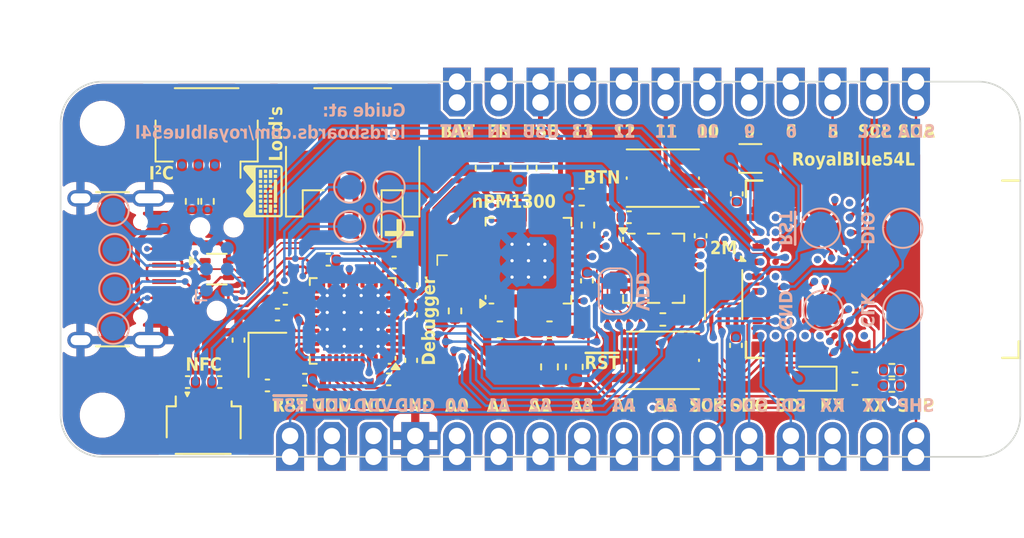
<source format=kicad_pcb>
(kicad_pcb
	(version 20241229)
	(generator "pcbnew")
	(generator_version "9.0")
	(general
		(thickness 1.6)
		(legacy_teardrops no)
	)
	(paper "A4")
	(title_block
		(date "2025-02-12")
	)
	(layers
		(0 "F.Cu" signal)
		(4 "In1.Cu" signal)
		(6 "In2.Cu" signal)
		(8 "In3.Cu" signal)
		(10 "In4.Cu" signal)
		(12 "In5.Cu" signal)
		(14 "In6.Cu" signal)
		(2 "B.Cu" signal)
		(9 "F.Adhes" user "F.Adhesive")
		(11 "B.Adhes" user "B.Adhesive")
		(13 "F.Paste" user)
		(15 "B.Paste" user)
		(5 "F.SilkS" user "F.Silkscreen")
		(7 "B.SilkS" user "B.Silkscreen")
		(1 "F.Mask" user)
		(3 "B.Mask" user)
		(17 "Dwgs.User" user "User.Drawings")
		(19 "Cmts.User" user "User.Comments")
		(21 "Eco1.User" user "User.Eco1")
		(23 "Eco2.User" user "User.Eco2")
		(25 "Edge.Cuts" user)
		(27 "Margin" user)
		(31 "F.CrtYd" user "F.Courtyard")
		(29 "B.CrtYd" user "B.Courtyard")
		(35 "F.Fab" user)
		(33 "B.Fab" user)
		(39 "User.1" user)
		(41 "User.2" user)
		(43 "User.3" user)
		(45 "User.4" user)
		(47 "User.5" user)
		(49 "User.6" user)
		(51 "User.7" user)
		(53 "User.8" user)
		(55 "User.9" user)
	)
	(setup
		(stackup
			(layer "F.SilkS"
				(type "Top Silk Screen")
				(color "White")
			)
			(layer "F.Paste"
				(type "Top Solder Paste")
			)
			(layer "F.Mask"
				(type "Top Solder Mask")
				(color "Blue")
				(thickness 0.01)
			)
			(layer "F.Cu"
				(type "copper")
				(thickness 0.035)
			)
			(layer "dielectric 1"
				(type "prepreg")
				(thickness 0.1)
				(material "FR4")
				(epsilon_r 4.5)
				(loss_tangent 0.02)
			)
			(layer "In1.Cu"
				(type "copper")
				(thickness 0.035)
			)
			(layer "dielectric 2"
				(type "core")
				(thickness 0.3)
				(material "FR4")
				(epsilon_r 4.5)
				(loss_tangent 0.02)
			)
			(layer "In2.Cu"
				(type "copper")
				(thickness 0.035)
			)
			(layer "dielectric 3"
				(type "prepreg")
				(thickness 0.1)
				(material "FR4")
				(epsilon_r 4.5)
				(loss_tangent 0.02)
			)
			(layer "In3.Cu"
				(type "copper")
				(thickness 0.035)
			)
			(layer "dielectric 4"
				(type "core")
				(thickness 0.3)
				(material "FR4")
				(epsilon_r 4.5)
				(loss_tangent 0.02)
			)
			(layer "In4.Cu"
				(type "copper")
				(thickness 0.035)
			)
			(layer "dielectric 5"
				(type "prepreg")
				(thickness 0.1)
				(material "FR4")
				(epsilon_r 4.5)
				(loss_tangent 0.02)
			)
			(layer "In5.Cu"
				(type "copper")
				(thickness 0.035)
			)
			(layer "dielectric 6"
				(type "core")
				(thickness 0.3)
				(material "FR4")
				(epsilon_r 4.5)
				(loss_tangent 0.02)
			)
			(layer "In6.Cu"
				(type "copper")
				(thickness 0.035)
			)
			(layer "dielectric 7"
				(type "prepreg")
				(thickness 0.1)
				(material "FR4")
				(epsilon_r 4.5)
				(loss_tangent 0.02)
			)
			(layer "B.Cu"
				(type "copper")
				(thickness 0.035)
			)
			(layer "B.Mask"
				(type "Bottom Solder Mask")
				(color "Blue")
				(thickness 0.01)
			)
			(layer "B.Paste"
				(type "Bottom Solder Paste")
			)
			(layer "B.SilkS"
				(type "Bottom Silk Screen")
				(color "White")
			)
			(copper_finish "ENIG")
			(dielectric_constraints no)
			(castellated_pads yes)
		)
		(pad_to_mask_clearance 0)
		(allow_soldermask_bridges_in_footprints no)
		(tenting front back)
		(aux_axis_origin 119.1 116.41)
		(grid_origin 119.1 104.98)
		(pcbplotparams
			(layerselection 0x00000000_00000000_5555555d_d7fff5ff)
			(plot_on_all_layers_selection 0x00000000_00000000_00000000_00000000)
			(disableapertmacros no)
			(usegerberextensions no)
			(usegerberattributes yes)
			(usegerberadvancedattributes yes)
			(creategerberjobfile yes)
			(dashed_line_dash_ratio 12.000000)
			(dashed_line_gap_ratio 3.000000)
			(svgprecision 4)
			(plotframeref no)
			(mode 1)
			(useauxorigin no)
			(hpglpennumber 1)
			(hpglpenspeed 20)
			(hpglpendiameter 15.000000)
			(pdf_front_fp_property_popups yes)
			(pdf_back_fp_property_popups yes)
			(pdf_metadata yes)
			(pdf_single_document no)
			(dxfpolygonmode yes)
			(dxfimperialunits yes)
			(dxfusepcbnewfont yes)
			(psnegative no)
			(psa4output no)
			(plot_black_and_white yes)
			(plotinvisibletext no)
			(sketchpadsonfab no)
			(plotpadnumbers no)
			(hidednponfab no)
			(sketchdnponfab yes)
			(crossoutdnponfab yes)
			(subtractmaskfromsilk no)
			(outputformat 1)
			(mirror no)
			(drillshape 0)
			(scaleselection 1)
			(outputdirectory "")
		)
	)
	(net 0 "")
	(net 1 "GND")
	(net 2 "unconnected-(J3-SBU1-PadA8)")
	(net 3 "unconnected-(J3-SBU2-PadB8)")
	(net 4 "/Debugger/USB.VBUS")
	(net 5 "/Debugger/nRF52_VDD")
	(net 6 "/Connectors/ANALOG.A3")
	(net 7 "/Connectors/SPI.SCK")
	(net 8 "/Connectors/ANALOG.A1")
	(net 9 "/Connectors/SPI.MISO")
	(net 10 "/Connectors/UART.RX")
	(net 11 "/Connectors/ANALOG.A2")
	(net 12 "/Connectors/SHPHLD")
	(net 13 "/Connectors/ANALOG.A4")
	(net 14 "/Connectors/SPI.MOSI")
	(net 15 "+BATT")
	(net 16 "/Connectors/ANALOG.A5")
	(net 17 "/Connectors/ANALOG.A0")
	(net 18 "/Connectors/UART.TX")
	(net 19 "/Connectors/ENABLE")
	(net 20 "/Connectors/DIG.D11")
	(net 21 "/Connectors/DIG.D9")
	(net 22 "/Connectors/I2C.SDA")
	(net 23 "/Connectors/I2C.SCL")
	(net 24 "/Connectors/DIG.D12")
	(net 25 "/Connectors/DIG.D6")
	(net 26 "/Connectors/DIG.D13")
	(net 27 "/Connectors/DIG.D5")
	(net 28 "VDD")
	(net 29 "Net-(U2-SW2)")
	(net 30 "/Connectors/DIG.D10")
	(net 31 "/Debugger/USB.CC2")
	(net 32 "unconnected-(U2-SW1-Pad3)")
	(net 33 "/Debugger/USB.CC1")
	(net 34 "/Debugger/D-")
	(net 35 "VSYS")
	(net 36 "VBUS")
	(net 37 "/Debugger/D+")
	(net 38 "/nPM1300/NPM1300.SCL")
	(net 39 "Net-(U1-P1.01{slash}XL2)")
	(net 40 "/nPM1300/NPM1300.SDA")
	(net 41 "Net-(U1-P1.00{slash}XL1)")
	(net 42 "/Debugger/SWD_TRG.~{RESET}")
	(net 43 "unconnected-(U2-GPIO4-Pad11)")
	(net 44 "Net-(U2-VSET2)")
	(net 45 "unconnected-(U2-GPIO3-Pad10)")
	(net 46 "unconnected-(U2-GPIO2-Pad9)")
	(net 47 "Net-(D1-A)")
	(net 48 "Net-(D1-K)")
	(net 49 "unconnected-(J8-SWO-Pad6)")
	(net 50 "unconnected-(U3-IO1-Pad1)")
	(net 51 "Net-(U5-XC1)")
	(net 52 "Net-(U5-DEC1)")
	(net 53 "Net-(U5-XC2)")
	(net 54 "Net-(U5-DEC3)")
	(net 55 "Net-(U5-DEC4)")
	(net 56 "Net-(J8-SWDIO)")
	(net 57 "unconnected-(U5-P0.11-Pad7)")
	(net 58 "unconnected-(U5-P0.05{slash}AIN3-Pad5)")
	(net 59 "unconnected-(U5-P1.09-Pad6)")
	(net 60 "unconnected-(U5-P0.10{slash}NFC2-Pad23)")
	(net 61 "unconnected-(U5-P0.09{slash}NFC1-Pad22)")
	(net 62 "Net-(U5-DECUSB)")
	(net 63 "unconnected-(U5-P0.17-Pad15)")
	(net 64 "/Debugger/SWD_TRG.SWDIO")
	(net 65 "unconnected-(U5-DEC5{slash}NC-Pad21)")
	(net 66 "unconnected-(U5-P0.20-Pad17)")
	(net 67 "unconnected-(U5-P0.03{slash}AIN1-Pad31)")
	(net 68 "unconnected-(U5-P0.15-Pad14)")
	(net 69 "unconnected-(U5-DCC-Pad39)")
	(net 70 "unconnected-(U5-ANT-Pad24)")
	(net 71 "unconnected-(U5-P0.00{slash}XL1-Pad2)")
	(net 72 "unconnected-(U5-P0.04{slash}AIN2-Pad4)")
	(net 73 "Net-(J8-~{RESET})")
	(net 74 "Net-(J8-SWCLK)")
	(net 75 "unconnected-(U5-P0.01{slash}XL2-Pad3)")
	(net 76 "/nRF54L15/D3_FLASH")
	(net 77 "/nPM1300/NPM1300.INT")
	(net 78 "/nRF54L15/~{CS}_FLASH")
	(net 79 "Net-(D3-BK)")
	(net 80 "Net-(D3-RK)")
	(net 81 "Net-(D3-GK)")
	(net 82 "Net-(JP1-A)")
	(net 83 "Net-(J6-Pin_4)")
	(net 84 "Net-(J6-Pin_2)")
	(net 85 "unconnected-(J6-Pin_1-Pad1)")
	(net 86 "unconnected-(J6-Pin_5-Pad5)")
	(net 87 "unconnected-(J6-Pin_3-Pad3)")
	(net 88 "/nRF54L15/D2_FLASH")
	(net 89 "/Debugger/TRG_SWDCLK_NRF52")
	(net 90 "/Debugger/UART_TX_NRF52")
	(net 91 "/Debugger/TRG_SWDIO_NRF52")
	(net 92 "/Debugger/UART_RX_NRF52")
	(net 93 "/Debugger/TRG_~{RESET}_NRF52")
	(net 94 "/Debugger/SWD_TRG.SWDCLK")
	(net 95 "unconnected-(J1-Pin_3-Pad3)")
	(footprint "MountingHole:MountingHole_2.5mm" (layer "F.Cu") (at 174.98 113.87))
	(footprint "Capacitor_SMD:C_0402_1005Metric" (layer "F.Cu") (at 153.71 101.81))
	(pad "2" smd roundrect
		(at 0.48 0)
		(size 0.56 0.62)
		(layers "F.Cu" "F.Mask" "F.Paste")
		(roundrect_rratio 0.25)
		(net 1 "GND")
		(pintype "passive")
		(teardrops
			(best_length_ratio 0.5)
			(max_length 1)
			(best_width_ratio 1)
			(max_width 2)
			(curved_edges no)filter_ratio 0.9)
		(enabled yes)
		(allow_two_segments yes)
		(prefer_zone_connections yes)
	)
	(uuid "954fd78b-8651-4ccc-942c-16ae54494df9")
)
(embedded_fonts no)
(model "${KICAD8_3DMODEL_DIR}/Capacitor_SMD.3dshapes/C_0402_1005Metric.wrl"
	(offset
		(xyz 0 0 0)
	)
	(scale
		(xyz 1 1 1)
	)
	(rotate
		(xyz 0 0 0)
	)
)
)
(footprint "Resistor_SMD:R_0402_1005Metric" (layer "F.Cu") (at 169.7 112.07 180))
(pad "2" smd roundrect
	(at 0.51 0 180)
	(size 0.54 0.64)
	(layers "F.Cu" "F.Mask" "F.Paste")
	(roundrect_rratio 0.25)
	(net 38 "/nPM1300/NPM1300.SCL")
	(pintype "passive")
	(teardrops
		(best_length_ratio 0.5)
		(max_length 1)
		(best_width_ratio 1)
		(max_width 2)
		(curved_edges no)filter_ratio 0.9)
	(enabled yes)
	(allow_two_segments yes)
	(prefer_zone_connections yes)
)
(uuid "94355551-c003-4def-be6e-341daa1b310b")
)
(embedded_fonts no)
(model "${KICAD8_3DMODEL_DIR}/Resistor_SMD.3dshapes/R_0402_1005Metric.wrl"
	(offset
		(xyz 0 0 0)
	)
	(scale
		(xyz 1 1 1)
	)
	(rotate
		(xyz 0 0 0)
	)
)
)
(footprint "Connector_JST:JST_PH_S2B-PH-SM4-TB_1x02-1MP_P2.00mm_Horizontal" (layer "F.Cu") (at 136.88 98.458 180))
(pad "2" smd roundrect
	(at 1 -2.85 180)
	(size 1 3.5)
	(layers "F.Cu" "F.Mask" "F.Paste")
	(roundrect_rratio 0.25)
	(net 1 "GND")
	(pinfunction "Pin_2")
	(pintype "passive")
	(teardrops
		(best_length_ratio 0.5)
		(max_length 1)
		(best_width_ratio 1)
		(max_width 2)
		(curved_edges no)filter_ratio 0.9)
	(enabled yes)
	(allow_two_segments yes)
	(prefer_zone_connections yes)
)
(uuid "73770648-6395-4b6e-9537-b316e9f23e21")
)
(pad "MP" smd roundrect
	(at -3.35 2.9 180)
	(size 1.5 3.4)
	(layers "F.Cu" "F.Mask" "F.Paste")
	(roundrect_rratio 0.166667)
	(net 1 "GND")
	(pinfunction "MountPin")
	(pintype "passive")
	(teardrops
		(best_length_ratio 0.5)
		(max_length 1)
		(best_width_ratio 1)
		(max_width 2)
		(curved_edges no)filter_ratio 0.9)
	(enabled yes)
	(allow_two_segments yes)
	(prefer_zone_connections yes)
)
(uuid "7fa4ae44-749f-4616-be8d-ac3712c406e3")
)
(pad "MP" smd roundrect
	(at 3.35 2.9 180)
	(size 1.5 3.4)
	(layers "F.Cu" "F.Mask" "F.Paste")
	(roundrect_rratio 0.166667)
	(net 1 "GND")
	(pinfunction "MountPin")
	(pintype "passive")
	(teardrops
		(best_length_ratio 0.5)
		(max_length 1)
		(best_width_ratio 1)
		(max_width 2)
		(curved_edges no)filter_ratio 0.9)
	(enabled yes)
	(allow_two_segments yes)
	(prefer_zone_connections yes)
)
(uuid "a3db9660-d643-4ca4-bed6-5fbd331ceadb")
)
(embedded_fonts no)
(embedded_files
	(file
		(name "S2B-PH-SM4-TB.step")
		(type model)
		(checksum "DDCFF2373EAE1CF9C5861DB1AABFC711")
	)
)
(model "kicad-embed://S2B-PH-SM4-TB.step"
	(offset
		(xyz 0 -4.5 0)
	)
	(scale
		(xyz 1 1 1)
	)
	(rotate
		(xyz -90 -0 -0)
	)
)
)
(footprint "nordic-lib-kicad-nrf54-modules:BM15x-LGA-45_15.8x10mm" (layer "F.Cu") (at 169.12 104.98 -90))
(footprint "Resistor_SMD:R_0402_1005Metric" (layer "F.Cu") (at 167.45 111.65))
(pad "2" smd roundrect
	(at 0.51 0)
	(size 0.54 0.64)
	(layers "F.Cu" "F.Mask" "F.Paste")
	(roundrect_rratio 0.25)
	(net 1 "GND")
	(pintype "passive")
	(teardrops
		(best_length_ratio 0.5)
		(max_length 1)
		(best_width_ratio 1)
		(max_width 2)
		(curved_edges no)filter_ratio 0.9)
	(enabled yes)
	(allow_two_segments yes)
	(prefer_zone_connections yes)
)
(uuid "0d11bc6a-c138-4b34-93af-94ba8c13d0b2")
)
(embedded_fonts no)
(model "${KICAD8_3DMODEL_DIR}/Resistor_SMD.3dshapes/R_0402_1005Metric.wrl"
	(offset
		(xyz 0 0 0)
	)
	(scale
		(xyz 1 1 1)
	)
	(rotate
		(xyz 0 0 0)
	)
)
)
(footprint "Capacitor_SMD:C_0402_1005Metric" (layer "F.Cu") (at 140.44 107.76 -90))
(pad "2" smd roundrect
	(at 0.48 0 270)
	(size 0.56 0.62)
	(layers "F.Cu" "F.Mask" "F.Paste")
	(roundrect_rratio 0.25)
	(net 1 "GND")
	(pintype "passive")
	(teardrops
		(best_length_ratio 0.5)
		(max_length 1)
		(best_width_ratio 1)
		(max_width 2)
		(curved_edges no)filter_ratio 0.9)
	(enabled yes)
	(allow_two_segments yes)
	(prefer_zone_connections yes)
)
(uuid "c1736543-f9fd-4f88-a4af-9832f49c2442")
)
(embedded_fonts no)
(model "${KICAD8_3DMODEL_DIR}/Capacitor_SMD.3dshapes/C_0402_1005Metric.wrl"
	(offset
		(xyz 0 0 0)
	)
	(scale
		(xyz 1 1 1)
	)
	(rotate
		(xyz 0 0 0)
	)
)
)
(footprint "Resistor_SMD:R_0402_1005Metric" (layer "F.Cu") (at 169.7 111.13 180))
(pad "2" smd roundrect
	(at 0.51 0 180)
	(size 0.54 0.64)
	(layers "F.Cu" "F.Mask" "F.Paste")
	(roundrect_rratio 0.25)
	(net 40 "/nPM1300/NPM1300.SDA")
	(pintype "passive")
	(teardrops
		(best_length_ratio 0.5)
		(max_length 1)
		(best_width_ratio 1)
		(max_width 2)
		(curved_edges no)filter_ratio 0.9)
	(enabled yes)
	(allow_two_segments yes)
	(prefer_zone_connections yes)
)
(uuid "a772cb5e-6884-42fd-9195-4adf5e19f321")
)
(embedded_fonts no)
(model "${KICAD8_3DMODEL_DIR}/Resistor_SMD.3dshapes/R_0402_1005Metric.wrl"
	(offset
		(xyz 0 0 0)
	)
	(scale
		(xyz 1 1 1)
	)
	(rotate
		(xyz 0 0 0)
	)
)
)
(footprint "LED_SMD:LED_Wurth_150044M155260" (layer "F.Cu") (at 142.88 104.98))
(pad "2" smd roundrect
	(at 0.4 -0.4)
	(size 0.4 0.4)
	(layers "F.Cu" "F.Mask" "F.Paste")
	(roundrect_rratio 0.25)
	(net 80 "Net-(D3-RK)")
	(pinfunction "RK")
	(pintype "passive")
	(teardrops
		(best_length_ratio 0.5)
		(max_length 1)
		(best_width_ratio 1)
		(max_width 2)
		(curved_edges no)filter_ratio 0.9)
	(enabled yes)
	(allow_two_segments yes)
	(prefer_zone_connections yes)
)
(uuid "5a38d6c8-ee54-4e72-8231-1079b31f29c1")
)
(pad "3" smd roundrect
	(at 0.4 0.4)
	(size 0.4 0.4)
	(layers "F.Cu" "F.Mask" "F.Paste")
	(roundrect_rratio 0.25)
	(net 81 "Net-(D3-GK)")
	(pinfunction "GK")
	(pintype "passive")
	(teardrops
		(best_length_ratio 0.5)
		(max_length 1)
		(best_width_ratio 1)
		(max_width 2)
		(curved_edges no)filter_ratio 0.9)
	(enabled yes)
	(allow_two_segments yes)
	(prefer_zone_connections yes)
)
(uuid "fc2e2214-ca34-46ec-a3cb-1385218774a1")
)
(pad "4" smd roundrect
	(at -0.4 0.4)
	(size 0.4 0.4)
	(layers "F.Cu" "F.Mask" "F.Paste")
	(roundrect_rratio 0.25)
	(net 79 "Net-(D3-BK)")
	(pinfunction "BK")
	(pintype "passive")
	(teardrops
		(best_length_ratio 0.5)
		(max_length 1)
		(best_width_ratio 1)
		(max_width 2)
		(curved_edges no)filter_ratio 0.9)
	(enabled yes)
	(allow_two_segments yes)
	(prefer_zone_connections yes)
)
(uuid "4ee4302e-2841-4b7b-96b7-fb6fb2f7a0fa")
)
(embedded_fonts no)
(embedded_files
	(file
		(name "Download_STP_WL-SFCC_150044M175200_rev1.stp")
		(type model)
		(checksum "468D5819A2C3742F17AC9480072CBF33")
	)
)
(model "${KICAD8_3DMODEL_DIR}/LED_SMD.3dshapes/LED_Wurth_150044M155260.wrl"
	(offset
		(xyz 0 0 0)
	)
	(scale
		(xyz 1 1 1)
	)
	(rotate
		(xyz -0 -0 -0)
	)
)
(model "kicad-embed://Download_STP_WL-SFCC_150044M175200_rev1.stp"
	(offset
		(xyz 0 0 0)
	)
	(scale
		(xyz 1 1 1)
	)
	(rotate
		(xyz -0 -0 -90)
	)
)
)
(footprint "Package_DFN_QFN:QFN-32-1EP_5x5mm_P0.5mm_EP3.6x3.6mm_ThermalVias" (layer "F.Cu") (at 147.58 104.46 90))
(pad "" smd custom
	(at -1.4 -0.5 90)
	(size 0.568298 0.568298)
	(layers "F.Paste")
	(options
		(clearance outline)
		(anchor circle)
	)
	(primitives
		(gr_poly
			(pts
				(xy -0.245807 -0.32643) (xy 0.182281 -0.32643) (xy 0.245807 -0.262904) (xy 0.245807 0.262904) (xy 0.182281 0.32643)
				(xy -0.245807 0.32643)
			)
			(width 0.153366)
			(fill yes)
		)
	)
	(teardrops
		(best_length_ratio 0.5)
		(max_length 1)
		(best_width_ratio 1)
		(max_width 2)
		(curved_edges no)filter_ratio 0.9)
	(enabled yes)
	(allow_two_segments yes)
	(prefer_zone_connections yes)
)
(uuid "6ae32fd4-4f10-4646-bdf2-c43b92004a5e")
)
(pad "" smd custom
	(at -1.4 0.5 90)
	(size 0.568298 0.568298)
	(layers "F.Paste")
	(options
		(clearance outline)
		(anchor circle)
	)
	(primitives
		(gr_poly
			(pts
				(xy -0.245807 -0.32643) (xy 0.182281 -0.32643) (xy 0.245807 -0.262904) (xy 0.245807 0.262904) (xy 0.182281 0.32643)
				(xy -0.245807 0.32643)
			)
			(width 0.153366)
			(fill yes)
		)
	)
	(teardrops
		(best_length_ratio 0.5)
		(max_length 1)
		(best_width_ratio 1)
		(max_width 2)
		(curved_edges no)filter_ratio 0.9)
	(enabled yes)
	(allow_two_segments yes)
	(prefer_zone_connections yes)
)
(uuid "7915ac76-c3f3-4140-bff4-500fb44e0dda")
)
(pad "" smd custom
	(at -1.4 1.4 90)
	(size 0.554596 0.554596)
	(layers "F.Paste")
	(options
		(clearance outline)
		(anchor circle)
	)
	(primitives
		(gr_poly
			(pts
				(xy -0.232106 -0.232106) (xy 0.157228 -0.232106) (xy 0.232106 -0.157228) (xy 0.232106 0.232106)
				(xy -0.232106 0.232106)
			)
			(width 0.180769)
			(fill yes)
		)
	)
	(teardrops
		(best_length_ratio 0.5)
		(max_length 1)
		(best_width_ratio 1)
		(max_width 2)
		(curved_edges no)filter_ratio 0.9)
	(enabled yes)
	(allow_two_segments yes)
	(prefer_zone_connections yes)
)
(uuid "6078c9b3-a252-4c1d-bae4-5a0ed9ed9e2d")
)
(pad "" smd custom
	(at -0.5 -1.4 90)
	(size 0.568298 0.568298)
	(layers "F.Paste")
	(options
		(clearance outline)
		(anchor circle)
	)
	(primitives
		(gr_poly
			(pts
				(xy -0.32643 -0.245807) (xy 0.32643 -0.245807) (xy 0.32643 0.182281) (xy 0.262904 0.245807) (xy -0.262904 0.245807)
				(xy -0.32643 0.182281)
			)
			(width 0.153366)
			(fill yes)
		)
	)
	(teardrops
		(best_length_ratio 0.5)
		(max_length 1)
		(best_width_ratio 1)
		(max_width 2)
		(curved_edges no)filter_ratio 0.9)
	(enabled yes)
	(allow_two_segments yes)
	(prefer_zone_connections yes)
)
(uuid "e94b8a96-bf05-47f1-981c-8679de1022f8")
)
(pad "" smd roundrect
	(at -0.5 -0.5 90)
	(size 0.806226 0.806226)
	(layers "F.Paste")
	(roundrect_rratio 0.25)
	(teardrops
		(best_length_ratio 0.5)
		(max_length 1)
		(best_width_ratio 1)
		(max_width 2)
		(curved_edges no)filter_ratio 0.9)
	(enabled yes)
	(allow_two_segments yes)
	(prefer_zone_connections yes)
)
(uuid "98089281-21ba-4250-8520-8d71d436d64c")
)
(pad "" smd roundrect
	(at -0.5 0.5 90)
	(size 0.806226 0.806226)
	(layers "F.Paste")
	(roundrect_rratio 0.25)
	(teardrops
		(best_length_ratio 0.5)
		(max_length 1)
		(best_width_ratio 1)
		(max_width 2)
		(curved_edges no)filter_ratio 0.9)
	(enabled yes)
	(allow_two_segments yes)
	(prefer_zone_connections yes)
)
(uuid "f415704b-74a6-495e-ae11-de9748e8223e")
)
(pad "" smd custom
	(at -0.5 1.4 90)
	(size 0.568298 0.568298)
	(layers "F.Paste")
	(options
		(clearance outline)
		(anchor circle)
	)
	(primitives
		(gr_poly
			(pts
				(xy -0.32643 -0.182281) (xy -0.262904 -0.245807) (xy 0.262904 -0.245807) (xy 0.32643 -0.182281)
				(xy 0.32643 0.245807) (xy -0.32643 0.245807)
			)
			(width 0.153366)
			(fill yes)
		)
	)
	(teardrops
		(best_length_ratio 0.5)
		(max_length 1)
		(best_width_ratio 1)
		(max_width 2)
		(curved_edges no)filter_ratio 0.9)
	(enabled yes)
	(allow_two_segments yes)
	(prefer_zone_connections yes)
)
(uuid "e0d65033-7721-4ebd-805e-08331539a84b")
)
(pad "" smd custom
	(at 0.5 -1.4 90)
	(size 0.568298 0.568298)
	(layers "F.Paste")
	(options
		(clearance outline)
		(anchor circle)
	)
	(primitives
		(gr_poly
			(pts
				(xy -0.32643 -0.245807) (xy 0.32643 -0.245807) (xy 0.32643 0.182281) (xy 0.262904 0.245807) (xy -0.262904 0.245807)
				(xy -0.32643 0.182281)
			)
			(width 0.153366)
			(fill yes)
		)
	)
	(teardrops
		(best_length_ratio 0.5)
		(max_length 1)
		(best_width_ratio 1)
		(max_width 2)
		(curved_edges no)filter_ratio 0.9)
	(enabled yes)
	(allow_two_segments yes)
	(prefer_zone_connections yes)
)
(uuid "635191b5-a85a-413a-958e-44e773956c30")
)
(pad "" smd roundrect
	(at 0.5 -0.5 90)
	(size 0.806226 0.806226)
	(layers "F.Paste")
	(roundrect_rratio 0.25)
	(teardrops
		(best_length_ratio 0.5)
		(max_length 1)
		(best_width_ratio 1)
		(max_width 2)
		(curved_edges no)filter_ratio 0.9)
	(enabled yes)
	(allow_two_segments yes)
	(prefer_zone_connections yes)
)
(uuid "38afaafd-a569-4276-a5c7-eef695ab60ef")
)
(pad "" smd roundrect
	(at 0.5 0.5 90)
	(size 0.806226 0.806226)
	(layers "F.Paste")
	(roundrect_rratio 0.25)
	(teardrops
		(best_length_ratio 0.5)
		(max_length 1)
		(best_width_ratio 1)
		(max_width 2)
		(curved_edges no)filter_ratio 0.9)
	(enabled yes)
	(allow_two_segments yes)
	(prefer_zone_connections yes)
)
(uuid "61470545-b212-44db-8c75-b2c14c5c8c03")
)
(pad "" smd custom
	(at 0.5 1.4 90)
	(size 0.568298 0.568298)
	(layers "F.Paste")
	(options
		(clearance outline)
		(anchor circle)
	)
	(primitives
		(gr_poly
			(pts
				(xy -0.32643 -0.182281) (xy -0.262904 -0.245807) (xy 0.262904 -0.245807) (xy 0.32643 -0.182281)
				(xy 0.32643 0.245807) (xy -0.32643 0.245807)
			)
			(width 0.153366)
			(fill yes)
		)
	)
	(teardrops
		(best_length_ratio 0.5)
		(max_length 1)
		(best_width_ratio 1)
		(max_width 2)
		(curved_edges no)filter_ratio 0.9)
	(enabled yes)
	(allow_two_segments yes)
	(prefer_zone_connections yes)
)
(uuid "9a86df90-900e-4899-acea-2c3a6768d274")
)
(pad "" smd custom
	(at 1.4 -1.4 90)
	(size 0.554596 0.554596)
	(layers "F.Paste")
	(options
		(clearance outline)
		(anchor circle)
	)
	(primitives
		(gr_poly
			(pts
				(xy -0.232106 -0.232106) (xy 0.232106 -0.232106) (xy 0.232106 0.232106) (xy -0.157228 0.232106)
				(xy -0.232106 0.157228)
			)
			(width 0.180769)
			(fill yes)
		)
	)
	(teardrops
		(best_length_ratio 0.5)
		(max_length 1)
		(best_width_ratio 1)
		(max_width 2)
		(curved_edges no)filter_ratio 0.9)
	(enabled yes)
	(allow_two_segments yes)
	(prefer_zone_connections yes)
)
(uuid "841fcca2-206e-49c6-955a-f426b00cd544")
)
(pad "" smd custom
	(at 1.4 -0.5 90)
	(size 0.568298 0.568298)
	(layers "F.Paste")
	(options
		(clearance outline)
		(anchor circle)
	)
	(primitives
		(gr_poly
			(pts
				(xy -0.245807 -0.262904) (xy -0.182281 -0.32643) (xy 0.245807 -0.32643) (xy 0.245807 0.32643) (xy -0.182281 0.32643)
				(xy -0.245807 0.262904)
			)
			(width 0.153366)
			(fill yes)
		)
	)
	(teardrops
		(best_length_ratio 0.5)
		(max_length 1)
		(best_width_ratio 1)
		(max_width 2)
		(curved_edges no)filter_ratio 0.9)
	(enabled yes)
	(allow_two_segments yes)
	(prefer_zone_connections yes)
)
(uuid "001cee5d-d07a-4ec5-a420-8bd57d371b1d")
)
(pad "" smd custom
	(at 1.4 0.5 90)
	(size 0.568298 0.568298)
	(layers "F.Paste")
	(options
		(clearance outline)
		(anchor circle)
	)
	(primitives
		(gr_poly
			(pts
				(xy -0.245807 -0.262904) (xy -0.182281 -0.32643) (xy 0.245807 -0.32643) (xy 0.245807 0.32643) (xy -0.182281 0.32643)
				(xy -0.245807 0.262904)
			)
			(width 0.153366)
			(fill yes)
		)
	)
	(teardrops
		(best_length_ratio 0.5)
		(max_length 1)
		(best_width_ratio 1)
		(max_width 2)
		(curved_edges no)filter_ratio 0.9)
	(enabled yes)
	(allow_two_segments yes)
	(prefer_zone_connections yes)
)
(uuid "fb3a64e4-09b7-497e-9304-4ca55b05716c")
)
(pad "" smd custom
	(at 1.4 1.4 90)
	(size 0.554596 0.554596)
	(layers "F.Paste")
	(options
		(clearance outline)
		(anchor circle)
	)
	(primitives
		(gr_poly
			(pts
				(xy -0.232106 -0.157228) (xy -0.157228 -0.232106) (xy 0.232106 -0.232106) (xy 0.232106 0.232106)
				(xy -0.232106 0.232106)
			)
			(width 0.180769)
			(fill yes)
		)
	)
	(teardrops
		(best_length_ratio 0.5)
		(max_length 1)
		(best_width_ratio 1)
		(max_width 2)
		(curved_edges no)filter_ratio 0.9)
	(enabled yes)
	(allow_two_segments yes)
	(prefer_zone_connections yes)
)
(uuid "fb7d49f7-def1-4d3f-a2ca-d97bd2591393")
)
(pad "1" smd roundrect
	(at -2.45 -1.75 90)
	(size 0.8 0.25)
	(layers "F.Cu" "F.Mask" "F.Paste")
	(roundrect_rratio 0.25)
	(net 35 "VSYS")
	(pinfunction "VOUT1")
	(pintype "power_out")
	(teardrops
		(best_length_ratio 0.5)
		(max_length 1)
		(best_width_ratio 1)
		(max_width 2)
		(curved_edges no)filter_ratio 0.9)
	(enabled yes)
	(allow_two_segments yes)
	(prefer_zone_connections yes)
)
(uuid "f9740adb-5a22-4447-a14d-6209c54ee3a4")
)
(pad "2" smd roundrect
	(at -2.45 -1.25 90)
	(size 0.8 0.25)
	(layers "F.Cu" "F.Mask" "F.Paste")
	(roundrect_rratio 0.25)
	(net 1 "GND")
	(pinfunction "PVSS1")
	(pintype "power_in")
	(teardrops
		(best_length_ratio 0.5)
		(max_length 1)
		(best_width_ratio 1)
		(max_width 2)
		(curved_edges no)filter_ratio 0.9)
	(enabled yes)
	(allow_two_segments yes)
	(prefer_zone_connections yes)
)
(uuid "7eafa746-f548-4b6a-8343-60ef5446e11c")
)
(pad "3" smd roundrect
	(at -2.45 -0.75 90)
	(size 0.8 0.25)
	(layers "F.Cu" "F.Mask" "F.Paste")
	(roundrect_rratio 0.25)
	(net 32 "unconnected-(U2-SW1-Pad3)")
	(pinfunction "SW1")
	(pintype "passive+no_connect")
	(teardrops
		(best_length_ratio 0.5)
		(max_length 1)
		(best_width_ratio 1)
		(max_width 2)
		(curved_edges no)filter_ratio 0.9)
	(enabled yes)
	(allow_two_segments yes)
	(prefer_zone_connections yes)
)
(uuid "68424ea7-c8ec-48a0-aa59-46c84473dd55")
)
(pad "4" smd roundrect
	(at -2.45 -0.25 90)
	(size 0.8 0.25)
	(layers "F.Cu" "F.Mask" "F.Paste")
	(roundrect_rratio 0.25)
	(net 35 "VSYS")
	(pinfunction "PVDD")
	(pintype "power_in")
	(teardrops
		(best_length_ratio 0.5)
		(max_length 1)
		(best_width_ratio 1)
		(max_width 2)
		(curved_edges no)filter_ratio 0.9)
	(enabled yes)
	(allow_two_segments yes)
	(prefer_zone_connections yes)
)
(uuid "6e24b361-43aa-4d8b-b45b-d8740f4a3879")
)
(pad "5" smd roundrect
	(at -2.45 0.25 90)
	(size 0.8 0.25)
	(layers "F.Cu" "F.Mask" "F.Paste")
	(roundrect_rratio 0.25)
	(net 29 "Net-(U2-SW2)")
	(pinfunction "SW2")
	(pintype "passive")
	(teardrops
		(best_length_ratio 0.5)
		(max_length 1)
		(best_width_ratio 1)
		(max_width 2)
		(curved_edges no)filter_ratio 0.9)
	(enabled yes)
	(allow_two_segments yes)
	(prefer_zone_connections yes)
)
(uuid "848bf6ed-0941-493b-99c9-8364081b39fe")
)
(pad "6" smd roundrect
	(at -2.45 0.75 90)
	(size 0.8 0.25)
	(layers "F.Cu" "F.Mask" "F.Paste")
	(roundrect_rratio 0.25)
	(net 1 "GND")
	(pinfunction "PVSS2")
	(pintype "power_in")
	(teardrops
		(best_length_ratio 0.5)
		(max_length 1)
		(best_width_ratio 1)
		(max_width 2)
		(curved_edges no)filter_ratio 0.9)
	(enabled yes)
	(allow_two_segments yes)
	(prefer_zone_connections yes)
)
(uuid "d7e2c3a0-4666-4472-a2ee-dc94ec9a2ba5")
)
(pad "7" smd roundrect
	(at -2.45 1.25 90)
	(size 0.8 0.25)
	(layers "F.Cu" "F.Mask" "F.Paste")
	(roundrect_rratio 0.25)
	(net 77 "/nPM1300/NPM1300.INT")
	(pinfunction "GPIO0")
	(pintype "bidirectional")
	(teardrops
		(best_length_ratio 0.5)
		(max_length 1)
		(best_width_ratio 1)
		(max_width 2)
		(curved_edges no)filter_ratio 0.9)
	(enabled yes)
	(allow_two_segments yes)
	(prefer_zone_connections yes)
)
(uuid "6081bf3b-6514-4658-bb07-7584e526553e")
)
(pad "8" smd roundrect
	(at -2.45 1.75 90)
	(size 0.8 0.25)
	(layers "F.Cu" "F.Mask" "F.Paste")
	(roundrect_rratio 0.25)
	(net 19 "/Connectors/ENABLE")
	(pinfunction "GPIO1")
	(pintype "bidirectional")
	(teardrops
		(best_length_ratio 0.5)
		(max_length 1)
		(best_width_ratio 1)
		(max_width 2)
		(curved_edges no)filter_ratio 0.9)
	(enabled yes)
	(allow_two_segments yes)
	(prefer_zone_connections yes)
)
(uuid "ed590f5f-abd4-418d-bd76-01fcf7225aed")
)
(pad "9" smd roundrect
	(at -1.75 2.45 90)
	(size 0.25 0.8)
	(layers "F.Cu" "F.Mask" "F.Paste")
	(roundrect_rratio 0.25)
	(net 46 "unconnected-(U2-GPIO2-Pad9)")
	(pinfunction "GPIO2")
	(pintype "bidirectional+no_connect")
	(teardrops
		(best_length_ratio 0.5)
		(max_length 1)
		(best_width_ratio 1)
		(max_width 2)
		(curved_edges no)filter_ratio 0.9)
	(enabled yes)
	(allow_two_segments yes)
	(prefer_zone_connections yes)
)
(uuid "c1aae16d-aaeb-4024-ab4b-b11ba2b7c525")
)
(pad "10" smd roundrect
	(at -1.25 2.45 90)
	(size 0.25 0.8)
	(layers "F.Cu" "F.Mask" "F.Paste")
	(roundrect_rratio 0.25)
	(net 45 "unconnected-(U2-GPIO3-Pad10)")
	(pinfunction "GPIO3")
	(pintype "bidirectional+no_connect")
	(teardrops
		(best_length_ratio 0.5)
		(max_length 1)
		(best_width_ratio 1)
		(max_width 2)
		(curved_edges no)filter_ratio 0.9)
	(enabled yes)
	(allow_two_segments yes)
	(prefer_zone_connections yes)
)
(uuid "6195dc46-c18d-4518-b916-e1240d7eeee4")
)
(pad "11" smd roundrect
	(at -0.75 2.45 90)
	(size 0.25 0.8)
	(layers "F.Cu" "F.Mask" "F.Paste")
	(roundrect_rratio 0.25)
	(net 43 "unconnected-(U2-GPIO4-Pad11)")
	(pinfunction "GPIO4")
	(pintype "bidirectional+no_connect")
	(teardrops
		(best_length_ratio 0.5)
		(max_length 1)
		(best_width_ratio 1)
		(max_width 2)
		(curved_edges no)filter_ratio 0.9)
	(enabled yes)
	(allow_two_segments yes)
	(prefer_zone_connections yes)
)
(uuid "0250f222-4f96-4f56-aa18-77afe82eea78")
)
(pad "12" smd roundrect
	(at -0.25 2.45 90)
	(size 0.25 0.8)
	(layers "F.Cu" "F.Mask" "F.Paste")
	(roundrect_rratio 0.25)
	(net 28 "VDD")
	(pinfunction "VDDIO")
	(pintype "power_in")
	(teardrops
		(best_length_ratio 0.5)
		(max_length 1)
		(best_width_ratio 1)
		(max_width 2)
		(curved_edges no)filter_ratio 0.9)
	(enabled yes)
	(allow_two_segments yes)
	(prefer_zone_connections yes)
)
(uuid "9847bf7d-bdb2-4c57-8980-31aa6c7687ed")
)
(pad "13" smd roundrect
	(at 0.25 2.45 90)
	(size 0.25 0.8)
	(layers "F.Cu" "F.Mask" "F.Paste")
	(roundrect_rratio 0.25)
	(net 40 "/nPM1300/NPM1300.SDA")
	(pinfunction "SDA")
	(pintype "bidirectional")
	(teardrops
		(best_length_ratio 0.5)
		(max_length 1)
		(best_width_ratio 1)
		(max_width 2)
		(curved_edges no)filter_ratio 0.9)
	(enabled yes)
	(allow_two_segments yes)
	(prefer_zone_connections yes)
)
(uuid "fc53e7e0-9807-4eb1-ac55-967705404508")
)
(pad "14" smd roundrect
	(at 0.75 2.45 90)
	(size 0.25 0.8)
	(layers "F.Cu" "F.Mask" "F.Paste")
	(roundrect_rratio 0.25)
	(net 38 "/nPM1300/NPM1300.SCL")
	(pinfunction "SCL")
	(pintype "bidirectional")
	(teardrops
		(best_length_ratio 0.5)
		(max_length 1)
		(best_width_ratio 1)
		(max_width 2)
		(curved_edges no)filter_ratio 0.9)
	(enabled yes)
	(allow_two_segments yes)
	(prefer_zone_connections yes)
)
(uuid "e9fec6f9-4bab-42fe-8aae-a9a05e8081a0")
)
(pad "15" smd roundrect
	(at 1.25 2.45 90)
	(size 0.25 0.8)
	(layers "F.Cu" "F.Mask" "F.Paste")
	(roundrect_rratio 0.25)
	(net 12 "/Connectors/SHPHLD")
	(pinfunction "SHPHLD")
	(pintype "input")
	(teardrops
		(best_length_ratio 0.5)
		(max_length 1)
		(best_width_ratio 1)
		(max_width 2)
		(curved_edges no)filter_ratio 0.9)
	(enabled yes)
	(allow_two_segments yes)
	(prefer_zone_connections yes)
)
(uuid "71102cac-0ef6-451e-9384-8f772dd889ca")
)
(pad "16" smd roundrect
	(at 1.75 2.45 90)
	(size 0.25 0.8)
	(layers "F.Cu" "F.Mask" "F.Paste")
	(roundrect_rratio 0.25)
	(net 44 "Net-(U2-VSET2)")
	(pinfunction "VSET2")
	(pintype "passive")
	(teardrops
		(best_length_ratio 0.5)
		(max_length 1)
		(best_width_ratio 1)
		(max_width 2)
		(curved_edges no)filter_ratio 0.9)
	(enabled yes)
	(allow_two_segments yes)
	(prefer_zone_connections yes)
)
(uuid "2b14d085-7caf-45ea-941d-60dae0d737cf")
)
(pad "17" smd roundrect
	(at 2.45 1.75 90)
	(size 0.8 0.25)
	(layers "F.Cu" "F.Mask" "F.Paste")
	(roundrect_rratio 0.25)
	(net 1 "GND")
	(pinfunction "VSET1")
	(pintype "passive")
	(teardrops
		(best_length_ratio 0.5)
		(max_length 1)
		(best_width_ratio 1)
		(max_width 2)
		(curved_edges no)filter_ratio 0.9)
	(enabled yes)
	(allow_two_segments yes)
	(prefer_zone_connections yes)
)
(uuid "366d73c6-ff7f-4b65-82cb-d1d5412cd3d4")
)
(pad "18" smd roundrect
	(at 2.45 1.25 90)
	(size 0.8 0.25)
	(layers "F.Cu" "F.Mask" "F.Paste")
	(roundrect_rratio 0.25)
	(net 1 "GND")
	(pinfunction "NTC")
	(pintype "passive")
	(teardrops
		(best_length_ratio 0.5)
		(max_length 1)
		(best_width_ratio 1)
		(max_width 2)
		(curved_edges no)filter_ratio 0.9)
	(enabled yes)
	(allow_two_segments yes)
	(prefer_zone_connections yes)
)
(uuid "2fd5ccd6-8d42-4439-918a-fa2a9f8a1351")
)
(pad "19" smd roundrect
	(at 2.45 0.75 90)
	(size 0.8 0.25)
	(layers "F.Cu" "F.Mask" "F.Paste")
	(roundrect_rratio 0.25)
	(net 15 "+BATT")
	(pinfunction "VBAT")
	(pintype "power_in")
	(teardrops
		(best_length_ratio 0.5)
		(max_length 1)
		(best_width_ratio 1)
		(max_width 2)
		(curved_edges no)filter_ratio 0.9)
	(enabled yes)
	(allow_two_segments yes)
	(prefer_zone_connections yes)
)
(uuid "2bcf6eb3-e930-4a26-b841-8e65cbc6c8c6")
)
(pad "20" smd roundrect
	(at 2.45 0.25 90)
	(size 0.8 0.25)
	(layers "F.Cu" "F.Mask" "F.Paste")
	(roundrect_rratio 0.25)
	(net 35 "VSYS")
	(pinfunction "VSYS")
	(pintype "power_out")
	(teardrops
		(best_length_ratio 0.5)
		(max_length 1)
		(best_width_ratio 1)
		(max_width 2)
		(curved_edges no)filter_ratio 0.9)
	(enabled yes)
	(allow_two_segments yes)
	(prefer_zone_connections yes)
)
(uuid "b41970e3-6b88-4461-93b4-e2b27ad7b5f1")
)
(pad "21" smd roundrect
	(at 2.45 -0.25 90)
	(size 0.8 0.25)
	(layers "F.Cu" "F.Mask" "F.Paste")
	(roundrect_rratio 0.25)
	(net 4 "/Debugger/USB.VBUS")
	(pinfunction "VBUS")
	(pintype "power_in")
	(teardrops
		(best_length_ratio 0.5)
		(max_length 1)
		(best_width_ratio 1)
		(max_width 2)
		(curved_edges no)filter_ratio 0.9)
	(enabled yes)
	(allow_two_segments yes)
	(prefer_zone_connections yes)
)
(uuid "d634afd4-0b3a-4f4b-9d3c-1e091ed3e0f6")
)
(pad "22" smd roundrect
	(at 2.45 -0.75 90)
	(size 0.8 0.25)
	(layers "F.Cu" "F.Mask" "F.Paste")
	(roundrect_rratio 0.25)
	(net 36 "VBUS")
	(pinfunction "VBUSOUT")
	(pintype "power_out")
	(teardrops
		(best_length_ratio 0.5)
		(max_length 1)
		(best_width_ratio 1)
		(max_width 2)
		(curved_edges no)filter_ratio 0.9)
	(enabled yes)
	(allow_two_segments yes)
	(prefer_zone_connections yes)
)
(uuid "1ec857ea-f362-478c-a852-88fb62e565ab")
)
(pad "23" smd roundrect
	(at 2.45 -1.25 90)
	(size 0.8 0.25)
	(layers "F.Cu" "F.Mask" "F.Paste")
	(roundrect_rratio 0.25)
	(net 33 "/Debugger/USB.CC1")
	(pinfunction "CC1")
	(pintype "bidirectional")
	(teardrops
		(best_length_ratio 0.5)
		(max_length 1)
		(best_width_ratio 1)
		(max_width 2)
		(curved_edges no)filter_ratio 0.9)
	(enabled yes)
	(allow_two_segments yes)
	(prefer_zone_connections yes)
)
(uuid "09a20e97-b64a-437d-9047-ce4625d67e32")
)
(pad "24" smd roundrect
	(at 2.45 -1.75 90)
	(size 0.8 0.25)
	(layers "F.Cu" "F.Mask" "F.Paste")
	(roundrect_rratio 0.25)
	(net 31 "/Debugger/USB.CC2")
	(pinfunction "CC2")
	(pintype "bidirectional")
	(teardrops
		(best_length_ratio 0.5)
		(max_length 1)
		(best_width_ratio 1)
		(max_width 2)
		(curved_edges no)filter_ratio 0.9)
	(enabled yes)
	(allow_two_segments yes)
	(prefer_zone_connections yes)
)
(uuid "2910a64a-4bb5-4881-8bdb-74f58bc0a4a5")
)
(pad "25" smd roundrect
	(at 1.75 -2.45 90)
	(size 0.25 0.8)
	(layers "F.Cu" "F.Mask" "F.Paste")
	(roundrect_rratio 0.25)
	(net 80 "Net-(D3-RK)")
	(pinfunction "LED0")
	(pintype "open_collector")
	(teardrops
		(best_length_ratio 0.5)
		(max_length 1)
		(best_width_ratio 1)
		(max_width 2)
		(curved_edges no)filter_ratio 0.9)
	(enabled yes)
	(allow_two_segments yes)
	(prefer_zone_connections yes)
)
(uuid "8c4b8407-7a30-4e3e-8bac-0012be462302")
)
(pad "26" smd roundrect
	(at 1.25 -2.45 90)
	(size 0.25 0.8)
	(layers "F.Cu" "F.Mask" "F.Paste")
	(roundrect_rratio 0.25)
	(net 81 "Net-(D3-GK)")
	(pinfunction "LED1")
	(pintype "open_collector")
	(teardrops
		(best_length_ratio 0.5)
		(max_length 1)
		(best_width_ratio 1)
		(max_width 2)
		(curved_edges no)filter_ratio 0.9)
	(enabled yes)
	(allow_two_segments yes)
	(prefer_zone_connections yes)
)
(uuid "5e670cb1-3b99-4dc6-88c6-89ad5d302da0")
)
(pad "27" smd roundrect
	(at 0.75 -2.45 90)
	(size 0.25 0.8)
	(layers "F.Cu" "F.Mask" "F.Paste")
	(roundrect_rratio 0.25)
	(net 79 "Net-(D3-BK)")
	(pinfunction "LED2")
	(pintype "open_collector")
	(teardrops
		(best_length_ratio 0.5)
		(max_length 1)
		(best_width_ratio 1)
		(max_width 2)
		(curved_edges no)filter_ratio 0.9)
	(enabled yes)
	(allow_two_segments yes)
	(prefer_zone_connections yes)
)
(uuid "9c7e7b7a-6475-46a1-9c7b-a97585d9339b")
)
(pad "28" smd roundrect
	(at 0.25 -2.45 90)
	(size 0.25 0.8)
	(layers "F.Cu" "F.Mask" "F.Paste")
	(roundrect_rratio 0.25)
	(net 1 "GND")
	(pinfunction "LSIN1/VINLDO1")
	(pintype "input")
	(teardrops
		(best_length_ratio 0.5)
		(max_length 1)
		(best_width_ratio 1)
		(max_width 2)
		(curved_edges no)filter_ratio 0.9)
	(enabled yes)
	(allow_two_segments yes)
	(prefer_zone_connections yes)
)
(uuid "9d454222-8a0c-4454-975c-e290c2fe7b11")
)
(pad "29" smd roundrect
	(at -0.25 -2.45 90)
	(size 0.25 0.8)
	(layers "F.Cu" "F.Mask" "F.Paste")
	(roundrect_rratio 0.25)
	(net 1 "GND")
	(pinfunction "LSOUT1/VOUTLDO1")
	(pintype "output")
	(teardrops
		(best_length_ratio 0.5)
		(max_length 1)
		(best_width_ratio 1)
		(max_width 2)
		(curved_edges no)filter_ratio 0.9)
	(enabled yes)
	(allow_two_segments yes)
	(prefer_zone_connections yes)
)
(uuid "8ec94fb9-dda2-49f7-bfd5-5e708d4b74a7")
)
(pad "30" smd roundrect
	(at -0.75 -2.45 90)
	(size 0.25 0.8)
	(layers "F.Cu" "F.Mask" "F.Paste")
	(roundrect_rratio 0.25)
	(net 1 "GND")
	(pinfunction "LSIN2/VINLDO2")
	(pintype "input")
	(teardrops
		(best_length_ratio 0.5)
		(max_length 1)
		(best_width_ratio 1)
		(max_width 2)
		(curved_edges no)filter_ratio 0.9)
	(enabled yes)
	(allow_two_segments yes)
	(prefer_zone_connections yes)
)
(uuid "686aa543-f285-4943-bdd3-41f71190fc97")
)
(pad "31" smd roundrect
	(at -1.25 -2.45 90)
	(size 0.25 0.8)
	(layers "F.Cu" "F.Mask" "F.Paste")
	(roundrect_rratio 0.25)
	(net 1 "GND")
	(pinfunction "LSOUT2/VOUTLDO2")
	(pintype "output")
	(teardrops
		(best_length_ratio 0.5)
		(max_length 1)
		(best_width_ratio 1)
		(max_width 2)
		(curved_edges no)filter_ratio 0.9)
	(enabled yes)
	(allow_two_segments yes)
	(prefer_zone_connections yes)
)
(uuid "37badef9-18bb-4725-acd9-04e624c180b2")
)
(pad "32" smd roundrect
	(at -1.75 -2.45 90)
	(size 0.25 0.8)
	(layers "F.Cu" "F.Mask" "F.Paste")
	(roundrect_rratio 0.25)
	(net 82 "Net-(JP1-A)")
	(pinfunction "VOUT2")
	(pintype "power_out")
	(teardrops
		(best_length_ratio 0.5)
		(max_length 1)
		(best_width_ratio 1)
		(max_width 2)
		(curved_edges no)filter_ratio 0.9)
	(enabled yes)
	(allow_two_segments yes)
	(prefer_zone_connections yes)
)
(uuid "e83acef3-45ab-43a4-87be-3b993a5009f6")
)
(pad "33" thru_hole circle
	(at -1 -1 90)
	(size 0.5 0.5)
	(drill 0.2)
	(property pad_prop_heatsink)
	(layers "*.Cu")
	(remove_unused_layers no)
	(net 1 "GND")
	(pinfunction "AVSS")
	(pintype "power_in")
	(teardrops
		(best_length_ratio 0.5)
		(max_length 1)
		(best_width_ratio 1)
		(max_width 2)
		(curved_edges no)filter_ratio 0.9)
	(enabled yes)
	(allow_two_segments yes)
	(prefer_zone_connections yes)
)
(uuid "b3c83326-5197-4566-9f2b-3198cd43224a")
)
(pad "33" thru_hole circle
	(at -1 0 90)
	(size 0.5 0.5)
	(drill 0.2)
	(property pad_prop_heatsink)
	(layers "*.Cu")
	(remove_unused_layers no)
	(net 1 "GND")
	(pinfunction "AVSS")
	(pintype "power_in")
	(teardrops
		(best_length_ratio 0.5)
		(max_length 1)
		(best_width_ratio 1)
		(max_width 2)
		(curved_edges no)filter_ratio 0.9)
	(enabled yes)
	(allow_two_segments yes)
	(prefer_zone_connections yes)
)
(uuid "e70f5d4f-bca5-4c40-ae8e-5f04aba4be2a")
)
(pad "33" thru_hole circle
	(at -1 1 90)
	(size 0.5 0.5)
	(drill 0.2)
	(property pad_prop_heatsink)
	(layers "*.Cu")
	(remove_unused_layers no)
	(net 1 "GND")
	(pinfunction "AVSS")
	(pintype "power_in")
	(teardrops
		(best_length_ratio 0.5)
		(max_length 1)
		(best_width_ratio 1)
		(max_width 2)
		(curved_edges no)filter_ratio 0.9)
	(enabled yes)
	(allow_two_segments yes)
	(prefer_zone_connections yes)
)
(uuid "601ac208-a50b-4f3d-bbd2-6966a0baf20b")
)
(pad "33" thru_hole circle
	(at 0 -1 90)
	(size 0.5 0.5)
	(drill 0.2)
	(property pad_prop_heatsink)
	(layers "*.Cu")
	(remove_unused_layers no)
	(net 1 "GND")
	(pinfunction "AVSS")
	(pintype "power_in")
	(teardrops
		(best_length_ratio 0.5)
		(max_length 1)
		(best_width_ratio 1)
		(max_width 2)
		(curved_edges no)filter_ratio 0.9)
	(enabled yes)
	(allow_two_segments yes)
	(prefer_zone_connections yes)
)
(uuid "c7b8f28d-8a75-48be-b349-28006529c804")
)
(pad "33" thru_hole circle
	(at 0 0 90)
	(size 0.5 0.5)
	(drill 0.2)
	(property pad_prop_heatsink)
	(layers "*.Cu")
	(remove_unused_layers no)
	(net 1 "GND")
	(pinfunction "AVSS")
	(pintype "power_in")
	(teardrops
		(best_length_ratio 0.5)
		(max_length 1)
		(best_width_ratio 1)
		(max_width 2)
		(curved_edges no)filter_ratio 0.9)
	(enabled yes)
	(allow_two_segments yes)
	(prefer_zone_connections yes)
)
(uuid "d9669fda-cc41-4b92-b98b-6ca6d0e7ed56")
)
(pad "33" smd rect
	(at 0 0 90)
	(size 2.5 2.5)
	(property pad_prop_heatsink)
	(layers "B.Cu")
	(net 1 "GND")
	(pinfunction "AVSS")
	(pintype "power_in")
	(zone_connect 2)
	(teardrops
		(best_length_ratio 0.5)
		(max_length 1)
		(best_width_ratio 1)
		(max_width 2)
		(curved_edges no)filter_ratio 0.9)
	(enabled yes)
	(allow_two_segments yes)
	(prefer_zone_connections yes)
)
(uuid "2487a95f-6459-4e18-a412-d317848a0052")
)
(pad "33" smd rect
	(at 0 0 90)
	(size 3.6 3.6)
	(property pad_prop_heatsink)
	(layers "F.Cu" "F.Mask")
	(net 1 "GND")
	(pinfunction "AVSS")
	(pintype "power_in")
	(zone_connect 2)
	(teardrops
		(best_length_ratio 0.5)
		(max_length 1)
		(best_width_ratio 1)
		(max_width 2)
		(curved_edges no)filter_ratio 0.9)
	(enabled yes)
	(allow_two_segments yes)
	(prefer_zone_connections yes)
)
(uuid "e82f98ab-f3df-40b3-aded-8914183018cb")
)
(pad "33" thru_hole circle
	(at 0 1 90)
	(size 0.5 0.5)
	(drill 0.2)
	(property pad_prop_heatsink)
	(layers "*.Cu")
	(remove_unused_layers no)
	(net 1 "GND")
	(pinfunction "AVSS")
	(pintype "power_in")
	(teardrops
		(best_length_ratio 0.5)
		(max_length 1)
		(best_width_ratio 1)
		(max_width 2)
		(curved_edges no)filter_ratio 0.9)
	(enabled yes)
	(allow_two_segments yes)
	(prefer_zone_connections yes)
)
(uuid "5fa1c891-27ee-40c8-9f41-c00185b49aae")
)
(pad "33" thru_hole circle
	(at 1 -1 90)
	(size 0.5 0.5)
	(drill 0.2)
	(property pad_prop_heatsink)
	(layers "*.Cu")
	(remove_unused_layers no)
	(net 1 "GND")
	(pinfunction "AVSS")
	(pintype "power_in")
	(teardrops
		(best_length_ratio 0.5)
		(max_length 1)
		(best_width_ratio 1)
		(max_width 2)
		(curved_edges no)filter_ratio 0.9)
	(enabled yes)
	(allow_two_segments yes)
	(prefer_zone_connections yes)
)
(uuid "8c575067-b92f-4496-bdc0-20409f7a1ad3")
)
(pad "33" thru_hole circle
	(at 1 0 90)
	(size 0.5 0.5)
	(drill 0.2)
	(property pad_prop_heatsink)
	(layers "*.Cu")
	(remove_unused_layers no)
	(net 1 "GND")
	(pinfunction "AVSS")
	(pintype "power_in")
	(teardrops
		(best_length_ratio 0.5)
		(max_length 1)
		(best_width_ratio 1)
		(max_width 2)
		(curved_edges no)filter_ratio 0.9)
	(enabled yes)
	(allow_two_segments yes)
	(prefer_zone_connections yes)
)
(uuid "e953d065-ff57-4d14-a8ef-7a60c221431f")
)
(pad "33" thru_hole circle
	(at 1 1 90)
	(size 0.5 0.5)
	(drill 0.2)
	(property pad_prop_heatsink)
	(layers "*.Cu")
	(remove_unused_layers no)
	(net 1 "GND")
	(pinfunction "AVSS")
	(pintype "power_in")
	(teardrops
		(best_length_ratio 0.5)
		(max_length 1)
		(best_width_ratio 1)
		(max_width 2)
		(curved_edges no)filter_ratio 0.9)
	(enabled yes)
	(allow_two_segments yes)
	(prefer_zone_connections yes)
)
(uuid "37c9ef14-1c24-4af4-9d11-a5a9e45dc1d4")
)
(embedded_fonts no)
(model "${KICAD8_3DMODEL_DIR}/Package_DFN_QFN.3dshapes/QFN-32-1EP_5x5mm_P0.5mm_EP3.3x3.3mm.wrl"
	(offset
		(xyz 0 0 0)
	)
	(scale
		(xyz 1 1 1)
	)
	(rotate
		(xyz 0 0 0)
	)
)
)
(footprint "LordsBoards-Symbol:LordsBoardsLogo_Small_Silk"
	(layer "F.Cu")
	(uuid "2bba928f-4f58-4c0b-b14b-0ae2fe0fab49")
	(at 130.223897 101.8175 90)
	(property "Reference" "LOGO1"
		(at 0 -0.5 90)
		(unlocked yes)
		(layer "F.SilkS")
		(hide yes)
		(uuid "05f2749e-c76a-410b-9e59-50e8c2d086d4")
		(effects
			(font
				(size 1 1)
				(thickness 0.1)
			)
		)
	)
	(property "Value" "~"
		(at 0 1 90)
		(unlocked yes)
		(layer "F.Fab")
		(hide yes)
		(uuid "4c2edc33-7cf5-4984-a306-d05e74ca712e")
		(effects
			(font
				(size 1 1)
				(thickness 0.15)
			)
		)
	)
	(property "Datasheet" ""
		(at 0 0 90)
		(unlocked yes)
		(layer "F.Fab")
		(hide yes)
		(uuid "d97da3af-1d36-42d2-99a6-08346b89ed6a")
		(effects
			(font
				(size 1 1)
				(thickness 0.15)
			)
		)
	)
	(property "Description" ""
		(at 0 0 90)
		(unlocked yes)
		(layer "F.Fab")
		(hide yes)
		(uuid "1814fc4a-a66b-4c5e-aa33-f2f4e23a9ca7")
		(effects
			(font
				(size 1 1)
				(thickness 0.15)
			)
		)
	)
	(path "/afba2e77-7d9e-4367-9c41-10eb8f992cbf")
	(sheetname "/")
	(sheetfile "RoyalBlue54L-Feather.kicad_sch")
	(attr smd exclude_from_pos_files exclude_from_bom dnp)
	(fp_poly
		(pts
			(xy 2.260596 0.942001) (xy 2.262442 0.942141) (xy 2.26426 0.942373) (xy 2.26605 0.942693) (xy 2.267809 0.943099)
			(xy 2.269533 0.943589) (xy 2.271222 0.944161) (xy 2.272873 0.944812) (xy 2.274483 0.94554) (xy 2.276051 0.946343)
			(xy 2.277573 0.947219) (xy 2.279048 0.948165) (xy 2.280474 0.949179) (xy 2.281847 0.950259) (xy 2.283167 0.951402)
			(xy 2.284429 0.952606) (xy 2.285633 0.953868) (xy 2.286776 0.955188) (xy 2.287856 0.956561) (xy 2.28887 0.957987)
			(xy 2.289816 0.959462) (xy 2.290691 0.960984) (xy 2.291495 0.962552) (xy 2.292223 0.964162) (xy 2.292874 0.965813)
			(xy 2.293446 0.967502) (xy 2.293936 0.969226) (xy 2.294342 0.970985) (xy 2.294662 0.972774) (xy 2.294894 0.974593)
			(xy 2.295034 0.976439) (xy 2.295081 0.978308) (xy 2.295081 1.11161) (xy 2.295034 1.11348) (xy 2.294894 1.115325)
			(xy 2.294662 1.117144) (xy 2.294342 1.118934) (xy 2.293936 1.120692) (xy 2.293446 1.122417) (xy 2.292874 1.124106)
			(xy 2.292223 1.125757) (xy 2.291495 1.127367) (xy 2.290691 1.128934) (xy 2.289816 1.130457) (xy 2.28887 1.131932)
			(xy 2.287856 1.133357) (xy 2.286776 1.134731) (xy 2.285633 1.13605) (xy 2.284429 1.137313) (xy 2.283167 1.138517)
			(xy 2.281847 1.13966) (xy 2.280474 1.140739) (xy 2.279048 1.141753) (xy 2.277573 1.142699) (xy 2.276051 1.143575)
			(xy 2.274483 1.144378) (xy 2.272873 1.145107) (xy 2.271222 1.145758) (xy 2.269533 1.14633) (xy 2.267809 1.14682)
			(xy 2.26605 1.147226) (xy 2.26426 1.147546) (xy 2.262442 1.147777) (xy 2.260596 1.147918) (xy 2.258726 1.147965)
			(xy 2.125425 1.147965) (xy 2.123555 1.147918) (xy 2.121709 1.147777) (xy 2.119891 1.147546) (xy 2.118101 1.147226)
			(xy 2.116343 1.14682) (xy 2.114618 1.14633) (xy 2.112929 1.145758) (xy 2.111278 1.145107) (xy 2.109668 1.144378)
			(xy 2.108101 1.143575) (xy 2.106578 1.142699) (xy 2.105103 1.141753) (xy 2.103678 1.140739) (xy 2.102304 1.13966)
			(xy 2.100985 1.138517) (xy 2.099722 1.137313) (xy 2.098518 1.13605) (xy 2.097375 1.134731) (xy 2.096295 1.133357)
			(xy 2.095281 1.131932) (xy 2.094335 1.130457) (xy 2.09346 1.128934) (xy 2.092657 1.127367) (xy 2.091928 1.125757)
			(xy 2.091277 1.124106) (xy 2.090705 1.122417) (xy 2.090215 1.120692) (xy 2.089809 1.118934) (xy 2.089489 1.117144)
			(xy 2.089258 1.115325) (xy 2.089117 1.11348) (xy 2.08907 1.11161) (xy 2.08907 0.978308) (xy 2.089117 0.976439)
			(xy 2.089258 0.974593) (xy 2.089489 0.972774) (xy 2.089809 0.970985) (xy 2.090215 0.969226) (xy 2.090705 0.967502)
			(xy 2.091277 0.965813) (xy 2.091928 0.964162) (xy 2.092657 0.962552) (xy 2.09346 0.960984) (xy 2.094335 0.959462)
			(xy 2.095281 0.957987) (xy 2.096295 0.956561) (xy 2.097375 0.955188) (xy 2.098518 0.953868) (xy 2.099722 0.952606)
			(xy 2.100985 0.951402) (xy 2.102304 0.950259) (xy 2.103678 0.949179) (xy 2.105103 0.948165) (xy 2.106578 0.947219)
			(xy 2.108101 0.946343) (xy 2.109668 0.94554) (xy 2.111278 0.944812) (xy 2.112929 0.944161) (xy 2.114618 0.943589)
			(xy 2.116343 0.943099) (xy 2.118101 0.942693) (xy 2.119891 0.942373) (xy 2.121709 0.942141) (xy 2.123555 0.942001)
			(xy 2.125425 0.941954) (xy 2.258726 0.941954)
		)
		(stroke
			(width -0.000001)
			(type solid)
		)
		(fill yes)
		(layer "F.SilkS")
		(uuid "8f0c648a-8d3e-4d79-a4ca-b18a08355702")
	)
	(fp_poly
		(pts
			(xy 1.958971 0.946325) (xy 1.960817 0.946465) (xy 1.962636 0.946696) (xy 1.964425 0.947016) (xy 1.966184 0.947423)
			(xy 1.967908 0.947913) (xy 1.969597 0.948484) (xy 1.971248 0.949136) (xy 1.972858 0.949864) (xy 1.974426 0.950667)
			(xy 1.975948 0.951543) (xy 1.977423 0.952489) (xy 1.978849 0.953503) (xy 1.980222 0.954582) (xy 1.981542 0.955725)
			(xy 1.982804 0.956929) (xy 1.984008 0.958192) (xy 1.985151 0.959511) (xy 1.986231 0.960885) (xy 1.987245 0.96231)
			(xy 1.988191 0.963786) (xy 1.989066 0.965308) (xy 1.98987 0.966875) (xy 1.990598 0.968486) (xy 1.991249 0.970136)
			(xy 1.991821 0.971825) (xy 1.992311 0.97355) (xy 1.992717 0.975308) (xy 1.993037 0.977098) (xy 1.993269 0.978917)
			(xy 1.993409 0.980762) (xy 1.993456 0.982632) (xy 1.993456 1.115934) (xy 1.993409 1.117804) (xy 1.993269 1.119649)
			(xy 1.993037 1.121468) (xy 1.992717 1.123258) (xy 1.992311 1.125016) (xy 1.991821 1.126741) (xy 1.991249 1.12843)
			(xy 1.990598 1.13008) (xy 1.98987 1.131691) (xy 1.989066 1.133258) (xy 1.988191 1.134781) (xy 1.987245 1.136256)
			(xy 1.986231 1.137681) (xy 1.985151 1.139055) (xy 1.984008 1.140374) (xy 1.982804 1.141637) (xy 1.981542 1.142841)
			(xy 1.980222 1.143984) (xy 1.978849 1.145063) (xy 1.977423 1.146077) (xy 1.975948 1.147023) (xy 1.974426 1.147899)
			(xy 1.972858 1.148702) (xy 1.971248 1.14943) (xy 1.969597 1.150082) (xy 1.967908 1.150653) (xy 1.966184 1.151144)
			(xy 1.964425 1.15155) (xy 1.962636 1.15187) (xy 1.960817 1.152101) (xy 1.958971 1.152241) (xy 1.957101 1.152289)
			(xy 1.8238 1.152289) (xy 1.82193 1.152241) (xy 1.820084 1.152101) (xy 1.818266 1.15187) (xy 1.816476 1.15155)
			(xy 1.814718 1.151144) (xy 1.812993 1.150653) (xy 1.811304 1.150082) (xy 1.809653 1.14943) (xy 1.808043 1.148702)
			(xy 1.806476 1.147899) (xy 1.804953 1.147023) (xy 1.803478 1.146077) (xy 1.802053 1.145063) (xy 1.800679 1.143984)
			(xy 1.79936 1.142841) (xy 1.798097 1.141637) (xy 1.796893 1.140374) (xy 1.79575 1.139055) (xy 1.79467 1.137681)
			(xy 1.793657 1.136256) (xy 1.792711 1.134781) (xy 1.791835 1.133258) (xy 1.791032 1.131691) (xy 1.790303 1.13008)
			(xy 1.789652 1.12843) (xy 1.78908 1.126741) (xy 1.78859 1.125016) (xy 1.788184 1.123258) (xy 1.787864 1.121468)
			(xy 1.787633 1.119649) (xy 1.787492 1.117804) (xy 1.787445 1.115934) (xy 1.787445 0.982632) (xy 1.787492 0.980762)
			(xy 1.787633 0.978917) (xy 1.787864 0.977098) (xy 1.788184 0.975308) (xy 1.78859 0.97355) (xy 1.78908 0.971825)
			(xy 1.789652 0.970136) (xy 1.790303 0.968486) (xy 1.791032 0.966875) (xy 1.791835 0.965308) (xy 1.792711 0.963786)
			(xy 1.793657 0.96231) (xy 1.79467 0.960885) (xy 1.79575 0.959511) (xy 1.796893 0.958192) (xy 1.798097 0.956929)
			(xy 1.79936 0.955725) (xy 1.800679 0.954582) (xy 1.802053 0.953503) (xy 1.803478 0.952489) (xy 1.804953 0.951543)
			(xy 1.806476 0.950667) (xy 1.808043 0.949864) (xy 1.809653 0.949136) (xy 1.811304 0.948484) (xy 1.812993 0.947913)
			(xy 1.814718 0.947423) (xy 1.816476 0.947016) (xy 1.818266 0.946696) (xy 1.820084 0.946465) (xy 1.82193 0.946325)
			(xy 1.8238 0.946277) (xy 1.957101 0.946277)
		)
		(stroke
			(width -0.000001)
			(type solid)
		)
		(fill yes)
		(layer "F.SilkS")
		(uuid "4538d98b-7934-4f9b-8820-dc64dc2c0a79")
	)
	(fp_poly
		(pts
			(xy 1.65468 0.946325) (xy 1.656526 0.946465) (xy 1.658344 0.946696) (xy 1.660134 0.947016) (xy 1.661893 0.947423)
			(xy 1.663617 0.947913) (xy 1.665306 0.948484) (xy 1.666957 0.949136) (xy 1.668567 0.949864) (xy 1.670135 0.950667)
			(xy 1.671657 0.951543) (xy 1.673132 0.952489) (xy 1.674558 0.953503) (xy 1.675931 0.954582) (xy 1.67725 0.955725)
			(xy 1.678513 0.956929) (xy 1.679717 0.958192) (xy 1.68086 0.959511) (xy 1.68194 0.960885) (xy 1.682954 0.96231)
			(xy 1.6839 0.963786) (xy 1.684775 0.965308) (xy 1.685578 0.966875) (xy 1.686307 0.968486) (xy 1.686958 0.970136)
			(xy 1.68753 0.971825) (xy 1.68802 0.97355) (xy 1.688426 0.975308) (xy 1.688746 0.977098) (xy 1.688977 0.978917)
			(xy 1.689118 0.980762) (xy 1.689165 0.982632) (xy 1.689165 1.115934) (xy 1.689118 1.117804) (xy 1.688977 1.119649)
			(xy 1.688746 1.121468) (xy 1.688426 1.123258) (xy 1.68802 1.125016) (xy 1.68753 1.126741) (xy 1.686958 1.12843)
			(xy 1.686307 1.13008) (xy 1.685578 1.131691) (xy 1.684775 1.133258) (xy 1.6839 1.134781) (xy 1.682954 1.136256)
			(xy 1.68194 1.137681) (xy 1.68086 1.139055) (xy 1.679717 1.140374) (xy 1.678513 1.141637) (xy 1.67725 1.142841)
			(xy 1.675931 1.143984) (xy 1.674558 1.145063) (xy 1.673132 1.146077) (xy 1.671657 1.147023) (xy 1.670135 1.147899)
			(xy 1.668567 1.148702) (xy 1.666957 1.14943) (xy 1.665306 1.150082) (xy 1.663617 1.150653) (xy 1.661893 1.151144)
			(xy 1.660134 1.15155) (xy 1.658344 1.15187) (xy 1.656526 1.152101) (xy 1.65468 1.152241) (xy 1.65281 1.152289)
			(xy 1.519509 1.152289) (xy 1.517639 1.152241) (xy 1.515793 1.152101) (xy 1.513975 1.15187) (xy 1.512185 1.15155)
			(xy 1.510427 1.151144) (xy 1.508702 1.150653) (xy 1.507013 1.150082) (xy 1.505362 1.14943) (xy 1.503752 1.148702)
			(xy 1.502184 1.147899) (xy 1.500662 1.147023) (xy 1.499187 1.146077) (xy 1.497762 1.145063) (xy 1.496388 1.143984)
			(xy 1.495069 1.142841) (xy 1.493806 1.141637) (xy 1.492602 1.140374) (xy 1.491459 1.139055) (xy 1.490379 1.137681)
			(xy 1.489365 1.136256) (xy 1.488419 1.134781) (xy 1.487544 1.133258) (xy 1.486741 1.131691) (xy 1.486012 1.13008)
			(xy 1.485361 1.12843) (xy 1.484789 1.126741) (xy 1.484299 1.125016) (xy 1.483893 1.123258) (xy 1.483573 1.121468)
			(xy 1.483342 1.119649) (xy 1.483201 1.117804) (xy 1.483154 1.115934) (xy 1.483154 0.982632) (xy 1.483201 0.980762)
			(xy 1.483342 0.978917) (xy 1.483573 0.977098) (xy 1.483893 0.975308) (xy 1.484299 0.97355) (xy 1.484789 0.971825)
			(xy 1.485361 0.970136) (xy 1.486012 0.968486) (xy 1.486741 0.966875) (xy 1.487544 0.965308) (xy 1.488419 0.963786)
			(xy 1.489365 0.96231) (xy 1.490379 0.960885) (xy 1.491459 0.959511) (xy 1.492602 0.958192) (xy 1.493806 0.956929)
			(xy 1.495069 0.955725) (xy 1.496388 0.954582) (xy 1.497762 0.953503) (xy 1.499187 0.952489) (xy 1.500662 0.951543)
			(xy 1.502184 0.950667) (xy 1.503752 0.949864) (xy 1.505362 0.949136) (xy 1.507013 0.948484) (xy 1.508702 0.947913)
			(xy 1.510427 0.947423) (xy 1.512185 0.947016) (xy 1.513975 0.946696) (xy 1.515793 0.946465) (xy 1.517639 0.946325)
			(xy 1.519509 0.946277) (xy 1.65281 0.946277)
		)
		(stroke
			(width -0.000001)
			(type solid)
		)
		(fill yes)
		(layer "F.SilkS")
		(uuid "d0433911-a678-4542-bc49-9278583963b7")
	)
	(fp_poly
		(pts
			(xy 1.353055 0.946325) (xy 1.354901 0.946465) (xy 1.356719 0.946696) (xy 1.358509 0.947016) (xy 1.360268 0.947423)
			(xy 1.361992 0.947913) (xy 1.363681 0.948484) (xy 1.365332 0.949136) (xy 1.366942 0.949864) (xy 1.36851 0.950667)
			(xy 1.370032 0.951543) (xy 1.371507 0.952489) (xy 1.372933 0.953503) (xy 1.374306 0.954582) (xy 1.375625 0.955725)
			(xy 1.376888 0.956929) (xy 1.378092 0.958192) (xy 1.379235 0.959511) (xy 1.380315 0.960885) (xy 1.381329 0.96231)
			(xy 1.382275 0.963786) (xy 1.38315 0.965308) (xy 1.383954 0.966875) (xy 1.384682 0.968486) (xy 1.385333 0.970136)
			(xy 1.385905 0.971825) (xy 1.386395 0.97355) (xy 1.386801 0.975308) (xy 1.387121 0.977098) (xy 1.387353 0.978917)
			(xy 1.387493 0.980762) (xy 1.38754 0.982632) (xy 1.38754 1.115934) (xy 1.387493 1.117804) (xy 1.387353 1.119649)
			(xy 1.387121 1.121468) (xy 1.386801 1.123258) (xy 1.386395 1.125016) (xy 1.385905 1.126741) (xy 1.385333 1.12843)
			(xy 1.384682 1.13008) (xy 1.383954 1.131691) (xy 1.38315 1.133258) (xy 1.382275 1.134781) (xy 1.381329 1.136256)
			(xy 1.380315 1.137681) (xy 1.379235 1.139055) (xy 1.378092 1.140374) (xy 1.376888 1.141637) (xy 1.375625 1.142841)
			(xy 1.374306 1.143984) (xy 1.372933 1.145063) (xy 1.371507 1.146077) (xy 1.370032 1.147023) (xy 1.36851 1.147899)
			(xy 1.366942 1.148702) (xy 1.365332 1.14943) (xy 1.363681 1.150082) (xy 1.361992 1.150653) (xy 1.360268 1.151144)
			(xy 1.358509 1.15155) (xy 1.356719 1.15187) (xy 1.354901 1.152101) (xy 1.353055 1.152241) (xy 1.351185 1.152289)
			(xy 1.217884 1.152289) (xy 1.216014 1.152241) (xy 1.214168 1.152101) (xy 1.21235 1.15187) (xy 1.21056 1.15155)
			(xy 1.208802 1.151144) (xy 1.207077 1.150653) (xy 1.205388 1.150082) (xy 1.203737 1.14943) (xy 1.202127 1.148702)
			(xy 1.200559 1.147899) (xy 1.199037 1.147023) (xy 1.197562 1.146077) (xy 1.196137 1.145063) (xy 1.194763 1.143984)
			(xy 1.193444 1.142841) (xy 1.192181 1.141637) (xy 1.190977 1.140374) (xy 1.189834 1.139055) (xy 1.188754 1.137681)
			(xy 1.18774 1.136256) (xy 1.186794 1.134781) (xy 1.185919 1.133258) (xy 1.185116 1.131691) (xy 1.184387 1.13008)
			(xy 1.183736 1.12843) (xy 1.183164 1.126741) (xy 1.182674 1.125016) (xy 1.182268 1.123258) (xy 1.181948 1.121468)
			(xy 1.181717 1.119649) (xy 1.181576 1.117804) (xy 1.181529 1.115934) (xy 1.181529 0.982632) (xy 1.181576 0.980762)
			(xy 1.181717 0.978917) (xy 1.181948 0.977098) (xy 1.182268 0.975308) (xy 1.182674 0.97355) (xy 1.183164 0.971825)
			(xy 1.183736 0.970136) (xy 1.184387 0.968486) (xy 1.185116 0.966875) (xy 1.185919 0.965308) (xy 1.186794 0.963786)
			(xy 1.18774 0.96231) (xy 1.188754 0.960885) (xy 1.189834 0.959511) (xy 1.190977 0.958192) (xy 1.192181 0.956929)
			(xy 1.193444 0.955725) (xy 1.194763 0.954582) (xy 1.196137 0.953503) (xy 1.197562 0.952489) (xy 1.199037 0.951543)
			(xy 1.200559 0.950667) (xy 1.202127 0.949864) (xy 1.203737 0.949136) (xy 1.205388 0.948484) (xy 1.207077 0.947913)
			(xy 1.208802 0.947423) (xy 1.21056 0.947016) (xy 1.21235 0.946696) (xy 1.214168 0.946465) (xy 1.216014 0.946325)
			(xy 1.217884 0.946277) (xy 1.351185 0.946277)
		)
		(stroke
			(width -0.000001)
			(type solid)
		)
		(fill yes)
		(layer "F.SilkS")
		(uuid "9aaaf6ba-8436-4306-b254-5dbc7dd48296")
	)
	(fp_poly
		(pts
			(xy 1.050097 0.946325) (xy 1.051943 0.946465) (xy 1.053762 0.946696) (xy 1.055551 0.947016) (xy 1.05731 0.947423)
			(xy 1.059034 0.947913) (xy 1.060723 0.948484) (xy 1.062374 0.949136) (xy 1.063984 0.949864) (xy 1.065552 0.950667)
			(xy 1.067074 0.951543) (xy 1.068549 0.952489) (xy 1.069975 0.953503) (xy 1.071348 0.954582) (xy 1.072668 0.955725)
			(xy 1.07393 0.956929) (xy 1.075134 0.958192) (xy 1.076277 0.959511) (xy 1.077357 0.960885) (xy 1.078371 0.96231)
			(xy 1.079317 0.963786) (xy 1.080193 0.965308) (xy 1.080996 0.966875) (xy 1.081724 0.968486) (xy 1.082375 0.970136)
			(xy 1.082947 0.971825) (xy 1.083437 0.97355) (xy 1.083843 0.975308) (xy 1.084163 0.977098) (xy 1.084395 0.978917)
			(xy 1.084535 0.980762) (xy 1.084582 0.982632) (xy 1.084582 1.115934) (xy 1.084535 1.117804) (xy 1.084395 1.119649)
			(xy 1.084163 1.121468) (xy 1.083843 1.123258) (xy 1.083437 1.125016) (xy 1.082947 1.126741) (xy 1.082375 1.12843)
			(xy 1.081724 1.13008) (xy 1.080996 1.131691) (xy 1.080193 1.133258) (xy 1.079317 1.134781) (xy 1.078371 1.136256)
			(xy 1.077357 1.137681) (xy 1.076277 1.139055) (xy 1.075134 1.140374) (xy 1.07393 1.141637) (xy 1.072668 1.142841)
			(xy 1.071348 1.143984) (xy 1.069975 1.145063) (xy 1.068549 1.146077) (xy 1.067074 1.147023) (xy 1.065552 1.147899)
			(xy 1.063984 1.148702) (xy 1.062374 1.14943) (xy 1.060723 1.150082) (xy 1.059034 1.150653) (xy 1.05731 1.151144)
			(xy 1.055551 1.15155) (xy 1.053762 1.15187) (xy 1.051943 1.152101) (xy 1.050097 1.152241) (xy 1.048227 1.152289)
			(xy 0.914926 1.152289) (xy 0.913056 1.152241) (xy 0.911211 1.152101) (xy 0.909392 1.15187) (xy 0.907602 1.15155)
			(xy 0.905844 1.151144) (xy 0.904119 1.150653) (xy 0.90243 1.150082) (xy 0.900779 1.14943) (xy 0.899169 1.148702)
			(xy 0.897602 1.147899) (xy 0.896079 1.147023) (xy 0.894604 1.146077) (xy 0.893179 1.145063) (xy 0.891805 1.143984)
			(xy 0.890486 1.142841) (xy 0.889223 1.141637) (xy 0.888019 1.140374) (xy 0.886876 1.139055) (xy 0.885796 1.137681)
			(xy 0.884783 1.136256) (xy 0.883837 1.134781) (xy 0.882961 1.133258) (xy 0.882158 1.131691) (xy 0.881429 1.13008)
			(xy 0.880778 1.12843) (xy 0.880206 1.126741) (xy 0.879716 1.125016) (xy 0.87931 1.123258) (xy 0.87899 1.121468)
			(xy 0.878759 1.119649) (xy 0.878618 1.117804) (xy 0.878571 1.115934) (xy 0.878571 0.982632) (xy 0.878618 0.980762)
			(xy 0.878759 0.978917) (xy 0.87899 0.977098) (xy 0.87931 0.975308) (xy 0.879716 0.97355) (xy 0.880206 0.971825)
			(xy 0.880778 0.970136) (xy 0.881429 0.968486) (xy 0.882158 0.966875) (xy 0.882961 0.965308) (xy 0.883837 0.963786)
			(xy 0.884783 0.96231) (xy 0.885796 0.960885) (xy 0.886876 0.959511) (xy 0.888019 0.958192) (xy 0.889223 0.956929)
			(xy 0.890486 0.955725) (xy 0.891805 0.954582) (xy 0.893179 0.953503) (xy 0.894604 0.952489) (xy 0.896079 0.951543)
			(xy 0.897602 0.950667) (xy 0.899169 0.949864) (xy 0.900779 0.949136) (xy 0.90243 0.948484) (xy 0.904119 0.947913)
			(xy 0.905844 0.947423) (xy 0.907602 0.947016) (xy 0.909392 0.946696) (xy 0.911211 0.946465) (xy 0.913056 0.946325)
			(xy 0.914926 0.946277) (xy 1.048227 0.946277)
		)
		(stroke
			(width -0.000001)
			(type solid)
		)
		(fill yes)
		(layer "F.SilkS")
		(uuid "b259d0f2-9503-4450-9c4b-ef79f42c5982")
	)
	(fp_poly
		(pts
			(xy 0.74847 0.946325) (xy 0.750315 0.946465) (xy 0.752134 0.946696) (xy 0.753924 0.947016) (xy 0.755682 0.947423)
			(xy 0.757407 0.947913) (xy 0.759096 0.948484) (xy 0.760747 0.949136) (xy 0.762357 0.949864) (xy 0.763924 0.950667)
			(xy 0.765447 0.951543) (xy 0.766922 0.952489) (xy 0.768347 0.953503) (xy 0.769721 0.954582) (xy 0.77104 0.955725)
			(xy 0.772303 0.956929) (xy 0.773507 0.958192) (xy 0.77465 0.959511) (xy 0.775729 0.960885) (xy 0.776743 0.96231)
			(xy 0.777689 0.963786) (xy 0.778565 0.965308) (xy 0.779368 0.966875) (xy 0.780097 0.968486) (xy 0.780748 0.970136)
			(xy 0.78132 0.971825) (xy 0.78181 0.97355) (xy 0.782216 0.975308) (xy 0.782536 0.977098) (xy 0.782767 0.978917)
			(xy 0.782908 0.980762) (xy 0.782955 0.982632) (xy 0.782955 1.115934) (xy 0.782908 1.117804) (xy 0.782767 1.119649)
			(xy 0.782536 1.121468) (xy 0.782216 1.123258) (xy 0.78181 1.125016) (xy 0.78132 1.126741) (xy 0.780748 1.12843)
			(xy 0.780097 1.13008) (xy 0.779368 1.131691) (xy 0.778565 1.133258) (xy 0.777689 1.134781) (xy 0.776743 1.136256)
			(xy 0.775729 1.137681) (xy 0.77465 1.139055) (xy 0.773507 1.140374) (xy 0.772303 1.141637) (xy 0.77104 1.142841)
			(xy 0.769721 1.143984) (xy 0.768347 1.145063) (xy 0.766922 1.146077) (xy 0.765447 1.147023) (xy 0.763924 1.147899)
			(xy 0.762357 1.148702) (xy 0.760747 1.14943) (xy 0.759096 1.150082) (xy 0.757407 1.150653) (xy 0.755682 1.151144)
			(xy 0.753924 1.15155) (xy 0.752134 1.15187) (xy 0.750315 1.152101) (xy 0.74847 1.152241) (xy 0.7466 1.152289)
			(xy 0.613298 1.152289) (xy 0.611429 1.152241) (xy 0.609583 1.152101) (xy 0.607764 1.15187) (xy 0.605975 1.15155)
			(xy 0.604216 1.151144) (xy 0.602491 1.150653) (xy 0.600803 1.150082) (xy 0.599152 1.14943) (xy 0.597542 1.148702)
			(xy 0.595974 1.147899) (xy 0.594452 1.147023) (xy 0.592977 1.146077) (xy 0.591551 1.145063) (xy 0.590178 1.143984)
			(xy 0.588858 1.142841) (xy 0.587596 1.141637) (xy 0.586391 1.140374) (xy 0.585249 1.139055) (xy 0.584169 1.137681)
			(xy 0.583155 1.136256) (xy 0.582209 1.134781) (xy 0.581333 1.133258) (xy 0.58053 1.131691) (xy 0.579802 1.13008)
			(xy 0.579151 1.12843) (xy 0.578579 1.126741) (xy 0.578089 1.125016) (xy 0.577683 1.123258) (xy 0.577363 1.121468)
			(xy 0.577131 1.119649) (xy 0.576991 1.117804) (xy 0.576944 1.115934) (xy 0.576944 0.982632) (xy 0.576991 0.980762)
			(xy 0.577131 0.978917) (xy 0.577363 0.977098) (xy 0.577683 0.975308) (xy 0.578089 0.97355) (xy 0.578579 0.971825)
			(xy 0.579151 0.970136) (xy 0.579802 0.968486) (xy 0.58053 0.966875) (xy 0.581333 0.965308) (xy 0.582209 0.963786)
			(xy 0.583155 0.96231) (xy 0.584169 0.960885) (xy 0.585249 0.959511) (xy 0.586391 0.958192) (xy 0.587596 0.956929)
			(xy 0.588858 0.955725) (xy 0.590178 0.954582) (xy 0.591551 0.953503) (xy 0.592977 0.952489) (xy 0.594452 0.951543)
			(xy 0.595974 0.950667) (xy 0.597542 0.949864) (xy 0.599152 0.949136) (xy 0.600803 0.948484) (xy 0.602491 0.947913)
			(xy 0.604216 0.947423) (xy 0.605975 0.947016) (xy 0.607764 0.946696) (xy 0.609583 0.946465) (xy 0.611429 0.946325)
			(xy 0.613298 0.946277) (xy 0.7466 0.946277)
		)
		(stroke
			(width -0.000001)
			(type solid)
		)
		(fill yes)
		(layer "F.SilkS")
		(uuid "2b45a462-6c8a-4b61-ac2f-80a02dd56c9a")
	)
	(fp_poly
		(pts
			(xy 0.444181 0.946325) (xy 0.446027 0.946465) (xy 0.447846 0.946696) (xy 0.449635 0.947016) (xy 0.451394 0.947423)
			(xy 0.453118 0.947913) (xy 0.454807 0.948484) (xy 0.456458 0.949136) (xy 0.458068 0.949864) (xy 0.459636 0.950667)
			(xy 0.461158 0.951543) (xy 0.462633 0.952489) (xy 0.464059 0.953503) (xy 0.465432 0.954582) (xy 0.466752 0.955725)
			(xy 0.468014 0.956929) (xy 0.469218 0.958192) (xy 0.470361 0.959511) (xy 0.471441 0.960885) (xy 0.472455 0.96231)
			(xy 0.473401 0.963786) (xy 0.474276 0.965308) (xy 0.47508 0.966875) (xy 0.475808 0.968486) (xy 0.476459 0.970136)
			(xy 0.477031 0.971825) (xy 0.477521 0.97355) (xy 0.477927 0.975308) (xy 0.478247 0.977098) (xy 0.478479 0.978917)
			(xy 0.478619 0.980762) (xy 0.478666 0.982632) (xy 0.478666 1.115934) (xy 0.478619 1.117804) (xy 0.478479 1.119649)
			(xy 0.478247 1.121468) (xy 0.477927 1.123258) (xy 0.477521 1.125016) (xy 0.477031 1.126741) (xy 0.476459 1.12843)
			(xy 0.475808 1.13008) (xy 0.47508 1.131691) (xy 0.474276 1.133258) (xy 0.473401 1.134781) (xy 0.472455 1.136256)
			(xy 0.471441 1.137681) (xy 0.470361 1.139055) (xy 0.469218 1.140374) (xy 0.468014 1.141637) (xy 0.466752 1.142841)
			(xy 0.465432 1.143984) (xy 0.464059 1.145063) (xy 0.462633 1.146077) (xy 0.461158 1.147023) (xy 0.459636 1.147899)
			(xy 0.458068 1.148702) (xy 0.456458 1.14943) (xy 0.454807 1.150082) (xy 0.453118 1.150653) (xy 0.451394 1.151144)
			(xy 0.449635 1.15155) (xy 0.447846 1.15187) (xy 0.446027 1.152101) (xy 0.444181 1.152241) (xy 0.442311 1.152289)
			(xy 0.30901 1.152289) (xy 0.30714 1.152241) (xy 0.305295 1.152101) (xy 0.303476 1.15187) (xy 0.301686 1.15155)
			(xy 0.299928 1.151144) (xy 0.298203 1.150653) (xy 0.296514 1.150082) (xy 0.294863 1.14943) (xy 0.293253 1.148702)
			(xy 0.291686 1.147899) (xy 0.290163 1.147023) (xy 0.288688 1.146077) (xy 0.287263 1.145063) (xy 0.285889 1.143984)
			(xy 0.28457 1.142841) (xy 0.283307 1.141637) (xy 0.282103 1.140374) (xy 0.28096 1.139055) (xy 0.27988 1.137681)
			(xy 0.278867 1.136256) (xy 0.277921 1.134781) (xy 0.277045 1.133258) (xy 0.276242 1.131691) (xy 0.275513 1.13008)
			(xy 0.274862 1.12843) (xy 0.27429 1.126741) (xy 0.2738 1.125016) (xy 0.273394 1.123258) (xy 0.273074 1.121468)
			(xy 0.272843 1.119649) (xy 0.272702 1.117804) (xy 0.272655 1.115934) (xy 0.272655 0.982632) (xy 0.272702 0.980762)
			(xy 0.272843 0.978917) (xy 0.273074 0.977098) (xy 0.273394 0.975308) (xy 0.2738 0.97355) (xy 0.27429 0.971825)
			(xy 0.274862 0.970136) (xy 0.275513 0.968486) (xy 0.276242 0.966875) (xy 0.277045 0.965308) (xy 0.277921 0.963786)
			(xy 0.278867 0.96231) (xy 0.27988 0.960885) (xy 0.28096 0.959511) (xy 0.282103 0.958192) (xy 0.283307 0.956929)
			(xy 0.28457 0.955725) (xy 0.285889 0.954582) (xy 0.287263 0.953503) (xy 0.288688 0.952489) (xy 0.290163 0.951543)
			(xy 0.291686 0.950667) (xy 0.293253 0.949864) (xy 0.294863 0.949136) (xy 0.296514 0.948484) (xy 0.298203 0.947913)
			(xy 0.299928 0.947423) (xy 0.301686 0.947016) (xy 0.303476 0.946696) (xy 0.305295 0.946465) (xy 0.30714 0.946325)
			(xy 0.30901 0.946277) (xy 0.442311 0.946277)
		)
		(stroke
			(width -0.000001)
			(type solid)
		)
		(fill yes)
		(layer "F.SilkS")
		(uuid "09b19387-dc96-4eb5-8845-6de90b4f20a9")
	)
	(fp_poly
		(pts
			(xy 2.867845 1.249285) (xy 2.869691 1.249425) (xy 2.871509 1.249657) (xy 2.873299 1.249977) (xy 2.875058 1.250383)
			(xy 2.876782 1.250873) (xy 2.878471 1.251445) (xy 2.880122 1.252096) (xy 2.881732 1.252824) (xy 2.8833 1.253628)
			(xy 2.884822 1.254503) (xy 2.886297 1.255449) (xy 2.887723 1.256463) (xy 2.889096 1.257543) (xy 2.890416 1.258686)
			(xy 2.891678 1.25989) (xy 2.892882 1.261153) (xy 2.894025 1.262472) (xy 2.895105 1.263845) (xy 2.896119 1.265271)
			(xy 2.897065 1.266746) (xy 2.89794 1.268268) (xy 2.898744 1.269836) (xy 2.899472 1.271446) (xy 2.900123 1.273097)
			(xy 2.900695 1.274786) (xy 2.901185 1.27651) (xy 2.901591 1.278269) (xy 2.901911 1.280059) (xy 2.902143 1.281877)
			(xy 2.902283 1.283723) (xy 2.90233 1.285593) (xy 2.90233 1.418894) (xy 2.902283 1.420764) (xy 2.902143 1.42261)
			(xy 2.901911 1.424428) (xy 2.901591 1.426218) (xy 2.901185 1.427976) (xy 2.900695 1.429701) (xy 2.900123 1.43139)
			(xy 2.899472 1.433041) (xy 2.898744 1.434651) (xy 2.89794 1.436219) (xy 2.897065 1.437741) (xy 2.896119 1.439216)
			(xy 2.895105 1.440641) (xy 2.894025 1.442015) (xy 2.892882 1.443334) (xy 2.891678 1.444597) (xy 2.890416 1.445801)
			(xy 2.889096 1.446944) (xy 2.887723 1.448024) (xy 2.886297 1.449038) (xy 2.884822 1.449984) (xy 2.8833 1.450859)
			(xy 2.881732 1.451662) (xy 2.880122 1.452391) (xy 2.878471 1.453042) (xy 2.876782 1.453614) (xy 2.875058 1.454104)
			(xy 2.873299 1.45451) (xy 2.871509 1.45483) (xy 2.869691 1.455061) (xy 2.867845 1.455202) (xy 2.865975 1.455249)
			(xy 2.732674 1.455249) (xy 2.730804 1.455202) (xy 2.728959 1.455061) (xy 2.72714 1.45483) (xy 2.72535 1.45451)
			(xy 2.723592 1.454104) (xy 2.721867 1.453614) (xy 2.720178 1.453042) (xy 2.718527 1.452391) (xy 2.716917 1.451662)
			(xy 2.71535 1.450859) (xy 2.713827 1.449984) (xy 2.712352 1.449038) (xy 2.710927 1.448024) (xy 2.709553 1.446944)
			(xy 2.708234 1.445801) (xy 2.706971 1.444597) (xy 2.705767 1.443334) (xy 2.704624 1.442015) (xy 2.703544 1.440641)
			(xy 2.70253 1.439216) (xy 2.701585 1.437741) (xy 2.700709 1.436219) (xy 2.699906 1.434651) (xy 2.699177 1.433041)
			(xy 2.698526 1.43139) (xy 2.697954 1.429701) (xy 2.697464 1.427976) (xy 2.697058 1.426218) (xy 2.696738 1.424428)
			(xy 2.696507 1.42261) (xy 2.696366 1.420764) (xy 2.696319 1.418894) (xy 2.696319 1.285593) (xy 2.696366 1.283723)
			(xy 2.696507 1.281877) (xy 2.696738 1.280059) (xy 2.697058 1.278269) (xy 2.697464 1.27651) (xy 2.697954 1.274786)
			(xy 2.698526 1.273097) (xy 2.699177 1.271446) (xy 2.699906 1.269836) (xy 2.700709 1.268268) (xy 2.701585 1.266746)
			(xy 2.70253 1.265271) (xy 2.703544 1.263845) (xy 2.704624 1.262472) (xy 2.705767 1.261153) (xy 2.706971 1.25989)
			(xy 2.708234 1.258686) (xy 2.709553 1.257543) (xy 2.710927 1.256463) (xy 2.712352 1.255449) (xy 2.713827 1.254503)
			(xy 2.71535 1.253628) (xy 2.716917 1.252824) (xy 2.718527 1.252096) (xy 2.720178 1.251445) (xy 2.721867 1.250873)
			(xy 2.723592 1.250383) (xy 2.72535 1.249977) (xy 2.72714 1.249657) (xy 2.728959 1.249425) (xy 2.730804 1.249285)
			(xy 2.732674 1.249238) (xy 2.865975 1.249238)
		)
		(stroke
			(width -0.000001)
			(type solid)
		)
		(fill yes)
		(layer "F.SilkS")
		(uuid "6789235a-af5f-49f3-9b40-0796e3e81070")
	)
	(fp_poly
		(pts
			(xy 2.563554 1.249285) (xy 2.5654 1.249425) (xy 2.567218 1.249657) (xy 2.569008 1.249977) (xy 2.570767 1.250383)
			(xy 2.572491 1.250873) (xy 2.57418 1.251445) (xy 2.575831 1.252096) (xy 2.577441 1.252824) (xy 2.579009 1.253628)
			(xy 2.580531 1.254503) (xy 2.582006 1.255449) (xy 2.583432 1.256463) (xy 2.584805 1.257543) (xy 2.586124 1.258686)
			(xy 2.587387 1.25989) (xy 2.588591 1.261153) (xy 2.589734 1.262472) (xy 2.590814 1.263845) (xy 2.591828 1.265271)
			(xy 2.592774 1.266746) (xy 2.593649 1.268268) (xy 2.594452 1.269836) (xy 2.595181 1.271446) (xy 2.595832 1.273097)
			(xy 2.596404 1.274786) (xy 2.596894 1.27651) (xy 2.5973 1.278269) (xy 2.59762 1.280059) (xy 2.597851 1.281877)
			(xy 2.597992 1.283723) (xy 2.598039 1.285593) (xy 2.598039 1.418894) (xy 2.597992 1.420764) (xy 2.597851 1.42261)
			(xy 2.59762 1.424428) (xy 2.5973 1.426218) (xy 2.596894 1.427976) (xy 2.596404 1.429701) (xy 2.595832 1.43139)
			(xy 2.595181 1.433041) (xy 2.594452 1.434651) (xy 2.593649 1.436219) (xy 2.592774 1.437741) (xy 2.591828 1.439216)
			(xy 2.590814 1.440641) (xy 2.589734 1.442015) (xy 2.588591 1.443334) (xy 2.587387 1.444597) (xy 2.586124 1.445801)
			(xy 2.584805 1.446944) (xy 2.583432 1.448024) (xy 2.582006 1.449038) (xy 2.580531 1.449984) (xy 2.579009 1.450859)
			(xy 2.577441 1.451662) (xy 2.575831 1.452391) (xy 2.57418 1.453042) (xy 2.572491 1.453614) (xy 2.570767 1.454104)
			(xy 2.569008 1.45451) (xy 2.567218 1.45483) (xy 2.5654 1.455061) (xy 2.563554 1.455202) (xy 2.561684 1.455249)
			(xy 2.428383 1.455249) (xy 2.426513 1.455202) (xy 2.424667 1.455061) (xy 2.422849 1.45483) (xy 2.421059 1.45451)
			(xy 2.4193 1.454104) (xy 2.417576 1.453614) (xy 2.415887 1.453042) (xy 2.414236 1.452391) (xy 2.412626 1.451662)
			(xy 2.411058 1.450859) (xy 2.409536 1.449984) (xy 2.408061 1.449038) (xy 2.406635 1.448024) (xy 2.405262 1.446944)
			(xy 2.403943 1.445801) (xy 2.40268 1.444597) (xy 2.401476 1.443334) (xy 2.400333 1.442015) (xy 2.399253 1.440641)
			(xy 2.398239 1.439216) (xy 2.397293 1.437741) (xy 2.396418 1.436219) (xy 2.395615 1.434651) (xy 2.394886 1.433041)
			(xy 2.394235 1.43139) (xy 2.393663 1.429701) (xy 2.393173 1.427976) (xy 2.392767 1.426218) (xy 2.392447 1.424428)
			(xy 2.392216 1.42261) (xy 2.392075 1.420764) (xy 2.392028 1.418894) (xy 2.392028 1.285593) (xy 2.392075 1.283723)
			(xy 2.392216 1.281877) (xy 2.392447 1.280059) (xy 2.392767 1.278269) (xy 2.393173 1.27651) (xy 2.393663 1.274786)
			(xy 2.394235 1.273097) (xy 2.394886 1.271446) (xy 2.395615 1.269836) (xy 2.396418 1.268268) (xy 2.397293 1.266746)
			(xy 2.398239 1.265271) (xy 2.399253 1.263845) (xy 2.400333 1.262472) (xy 2.401476 1.261153) (xy 2.40268 1.25989)
			(xy 2.403943 1.258686) (xy 2.405262 1.257543) (xy 2.406635 1.256463) (xy 2.408061 1.255449) (xy 2.409536 1.254503)
			(xy 2.411058 1.253628) (xy 2.412626 1.252824) (xy 2.414236 1.252096) (xy 2.415887 1.251445) (xy 2.417576 1.250873)
			(xy 2.4193 1.250383) (xy 2.421059 1.249977) (xy 2.422849 1.249657) (xy 2.424667 1.249425) (xy 2.426513 1.249285)
			(xy 2.428383 1.249238) (xy 2.561684 1.249238)
		)
		(stroke
			(width -0.000001)
			(type solid)
		)
		(fill yes)
		(layer "F.SilkS")
		(uuid "60b07b3b-1380-4078-a8f8-283aa4d52960")
	)
	(fp_poly
		(pts
			(xy 2.260596 1.249285) (xy 2.262442 1.249425) (xy 2.26426 1.249657) (xy 2.26605 1.249977) (xy 2.267809 1.250383)
			(xy 2.269533 1.250873) (xy 2.271222 1.251445) (xy 2.272873 1.252096) (xy 2.274483 1.252824) (xy 2.276051 1.253628)
			(xy 2.277573 1.254503) (xy 2.279048 1.255449) (xy 2.280474 1.256463) (xy 2.281847 1.257543) (xy 2.283167 1.258686)
			(xy 2.284429 1.25989) (xy 2.285633 1.261153) (xy 2.286776 1.262472) (xy 2.287856 1.263845) (xy 2.28887 1.265271)
			(xy 2.289816 1.266746) (xy 2.290691 1.268268) (xy 2.291495 1.269836) (xy 2.292223 1.271446) (xy 2.292874 1.273097)
			(xy 2.293446 1.274786) (xy 2.293936 1.27651) (xy 2.294342 1.278269) (xy 2.294662 1.280059) (xy 2.294894 1.281877)
			(xy 2.295034 1.283723) (xy 2.295081 1.285593) (xy 2.295081 1.418894) (xy 2.295034 1.420764) (xy 2.294894 1.42261)
			(xy 2.294662 1.424428) (xy 2.294342 1.426218) (xy 2.293936 1.427976) (xy 2.293446 1.429701) (xy 2.292874 1.43139)
			(xy 2.292223 1.433041) (xy 2.291495 1.434651) (xy 2.290691 1.436219) (xy 2.289816 1.437741) (xy 2.28887 1.439216)
			(xy 2.287856 1.440641) (xy 2.286776 1.442015) (xy 2.285633 1.443334) (xy 2.284429 1.444597) (xy 2.283167 1.445801)
			(xy 2.281847 1.446944) (xy 2.280474 1.448024) (xy 2.279048 1.449038) (xy 2.277573 1.449984) (xy 2.276051 1.450859)
			(xy 2.274483 1.451662) (xy 2.272873 1.452391) (xy 2.271222 1.453042) (xy 2.269533 1.453614) (xy 2.267809 1.454104)
			(xy 2.26605 1.45451) (xy 2.26426 1.45483) (xy 2.262442 1.455061) (xy 2.260596 1.455202) (xy 2.258726 1.455249)
			(xy 2.125425 1.455249) (xy 2.123555 1.455202) (xy 2.121709 1.455061) (xy 2.119891 1.45483) (xy 2.118101 1.45451)
			(xy 2.116343 1.454104) (xy 2.114618 1.453614) (xy 2.112929 1.453042) (xy 2.111278 1.452391) (xy 2.109668 1.451662)
			(xy 2.108101 1.450859) (xy 2.106578 1.449984) (xy 2.105103 1.449038) (xy 2.103678 1.448024) (xy 2.102304 1.446944)
			(xy 2.100985 1.445801) (xy 2.099722 1.444597) (xy 2.098518 1.443334) (xy 2.097375 1.442015) (xy 2.096295 1.440641)
			(xy 2.095281 1.439216) (xy 2.094335 1.437741) (xy 2.09346 1.436219) (xy 2.092657 1.434651) (xy 2.091928 1.433041)
			(xy 2.091277 1.43139) (xy 2.090705 1.429701) (xy 2.090215 1.427976) (xy 2.089809 1.426218) (xy 2.089489 1.424428)
			(xy 2.089258 1.42261) (xy 2.089117 1.420764) (xy 2.08907 1.418894) (xy 2.08907 1.285593) (xy 2.089117 1.283723)
			(xy 2.089258 1.281877) (xy 2.089489 1.280059) (xy 2.089809 1.278269) (xy 2.090215 1.27651) (xy 2.090705 1.274786)
			(xy 2.091277 1.273097) (xy 2.091928 1.271446) (xy 2.092657 1.269836) (xy 2.09346 1.268268) (xy 2.094335 1.266746)
			(xy 2.095281 1.265271) (xy 2.096295 1.263845) (xy 2.097375 1.262472) (xy 2.098518 1.261153) (xy 2.099722 1.25989)
			(xy 2.100985 1.258686) (xy 2.102304 1.257543) (xy 2.103678 1.256463) (xy 2.105103 1.255449) (xy 2.106578 1.254503)
			(xy 2.108101 1.253628) (xy 2.109668 1.252824) (xy 2.111278 1.252096) (xy 2.112929 1.251445) (xy 2.114618 1.250873)
			(xy 2.116343 1.250383) (xy 2.118101 1.249977) (xy 2.119891 1.249657) (xy 2.121709 1.249425) (xy 2.123555 1.249285)
			(xy 2.125425 1.249238) (xy 2.258726 1.249238)
		)
		(stroke
			(width -0.000001)
			(type solid)
		)
		(fill yes)
		(layer "F.SilkS")
		(uuid "3d5b61e1-8cbd-4d86-8d74-ac8c9f9e7d06")
	)
	(fp_poly
		(pts
			(xy 1.958971 1.249285) (xy 1.960817 1.249425) (xy 1.962636 1.249657) (xy 1.964425 1.249977) (xy 1.966184 1.250383)
			(xy 1.967908 1.250873) (xy 1.969597 1.251445) (xy 1.971248 1.252096) (xy 1.972858 1.252824) (xy 1.974426 1.253628)
			(xy 1.975948 1.254503) (xy 1.977423 1.255449) (xy 1.978849 1.256463) (xy 1.980222 1.257543) (xy 1.981542 1.258686)
			(xy 1.982804 1.25989) (xy 1.984008 1.261153) (xy 1.985151 1.262472) (xy 1.986231 1.263845) (xy 1.987245 1.265271)
			(xy 1.988191 1.266746) (xy 1.989066 1.268268) (xy 1.98987 1.269836) (xy 1.990598 1.271446) (xy 1.991249 1.273097)
			(xy 1.991821 1.274786) (xy 1.992311 1.27651) (xy 1.992717 1.278269) (xy 1.993037 1.280059) (xy 1.993269 1.281877)
			(xy 1.993409 1.283723) (xy 1.993456 1.285593) (xy 1.993456 1.418894) (xy 1.993409 1.420764) (xy 1.993269 1.42261)
			(xy 1.993037 1.424428) (xy 1.992717 1.426218) (xy 1.992311 1.427976) (xy 1.991821 1.429701) (xy 1.991249 1.43139)
			(xy 1.990598 1.433041) (xy 1.98987 1.434651) (xy 1.989066 1.436219) (xy 1.988191 1.437741) (xy 1.987245 1.439216)
			(xy 1.986231 1.440641) (xy 1.985151 1.442015) (xy 1.984008 1.443334) (xy 1.982804 1.444597) (xy 1.981542 1.445801)
			(xy 1.980222 1.446944) (xy 1.978849 1.448024) (xy 1.977423 1.449038) (xy 1.975948 1.449984) (xy 1.974426 1.450859)
			(xy 1.972858 1.451662) (xy 1.971248 1.452391) (xy 1.969597 1.453042) (xy 1.967908 1.453614) (xy 1.966184 1.454104)
			(xy 1.964425 1.45451) (xy 1.962636 1.45483) (xy 1.960817 1.455061) (xy 1.958971 1.455202) (xy 1.957101 1.455249)
			(xy 1.8238 1.455249) (xy 1.82193 1.455202) (xy 1.820084 1.455061) (xy 1.818266 1.45483) (xy 1.816476 1.45451)
			(xy 1.814718 1.454104) (xy 1.812993 1.453614) (xy 1.811304 1.453042) (xy 1.809653 1.452391) (xy 1.808043 1.451662)
			(xy 1.806476 1.450859) (xy 1.804953 1.449984) (xy 1.803478 1.449038) (xy 1.802053 1.448024) (xy 1.800679 1.446944)
			(xy 1.79936 1.445801) (xy 1.798097 1.444597) (xy 1.796893 1.443334) (xy 1.79575 1.442015) (xy 1.79467 1.440641)
			(xy 1.793657 1.439216) (xy 1.792711 1.437741) (xy 1.791835 1.436219) (xy 1.791032 1.434651) (xy 1.790303 1.433041)
			(xy 1.789652 1.43139) (xy 1.78908 1.429701) (xy 1.78859 1.427976) (xy 1.788184 1.426218) (xy 1.787864 1.424428)
			(xy 1.787633 1.42261) (xy 1.787492 1.420764) (xy 1.787445 1.418894) (xy 1.787445 1.285593) (xy 1.787492 1.283723)
			(xy 1.787633 1.281877) (xy 1.787864 1.280059) (xy 1.788184 1.278269) (xy 1.78859 1.27651) (xy 1.78908 1.274786)
			(xy 1.789652 1.273097) (xy 1.790303 1.271446) (xy 1.791032 1.269836) (xy 1.791835 1.268268) (xy 1.792711 1.266746)
			(xy 1.793657 1.265271) (xy 1.79467 1.263845) (xy 1.79575 1.262472) (xy 1.796893 1.261153) (xy 1.798097 1.25989)
			(xy 1.79936 1.258686) (xy 1.800679 1.257543) (xy 1.802053 1.256463) (xy 1.803478 1.255449) (xy 1.804953 1.254503)
			(xy 1.806476 1.253628) (xy 1.808043 1.252824) (xy 1.809653 1.252096) (xy 1.811304 1.251445) (xy 1.812993 1.250873)
			(xy 1.814718 1.250383) (xy 1.816476 1.249977) (xy 1.818266 1.249657) (xy 1.820084 1.249425) (xy 1.82193 1.249285)
			(xy 1.8238 1.249238) (xy 1.957101 1.249238)
		)
		(stroke
			(width -0.000001)
			(type solid)
		)
		(fill yes)
		(layer "F.SilkS")
		(uuid "901c6971-cfa7-40ed-bf57-1efebcc91a91")
	)
	(fp_poly
		(pts
			(xy 1.65468 1.249285) (xy 1.656526 1.249425) (xy 1.658344 1.249657) (xy 1.660134 1.249977) (xy 1.661893 1.250383)
			(xy 1.663617 1.250873) (xy 1.665306 1.251445) (xy 1.666957 1.252096) (xy 1.668567 1.252824) (xy 1.670135 1.253628)
			(xy 1.671657 1.254503) (xy 1.673132 1.255449) (xy 1.674558 1.256463) (xy 1.675931 1.257543) (xy 1.67725 1.258686)
			(xy 1.678513 1.25989) (xy 1.679717 1.261153) (xy 1.68086 1.262472) (xy 1.68194 1.263845) (xy 1.682954 1.265271)
			(xy 1.6839 1.266746) (xy 1.684775 1.268268) (xy 1.685578 1.269836) (xy 1.686307 1.271446) (xy 1.686958 1.273097)
			(xy 1.68753 1.274786) (xy 1.68802 1.27651) (xy 1.688426 1.278269) (xy 1.688746 1.280059) (xy 1.688977 1.281877)
			(xy 1.689118 1.283723) (xy 1.689165 1.285593) (xy 1.689165 1.418894) (xy 1.689118 1.420764) (xy 1.688977 1.42261)
			(xy 1.688746 1.424428) (xy 1.688426 1.426218) (xy 1.68802 1.427976) (xy 1.68753 1.429701) (xy 1.686958 1.43139)
			(xy 1.686307 1.433041) (xy 1.685578 1.434651) (xy 1.684775 1.436219) (xy 1.6839 1.437741) (xy 1.682954 1.439216)
			(xy 1.68194 1.440641) (xy 1.68086 1.442015) (xy 1.679717 1.443334) (xy 1.678513 1.444597) (xy 1.67725 1.445801)
			(xy 1.675931 1.446944) (xy 1.674558 1.448024) (xy 1.673132 1.449038) (xy 1.671657 1.449984) (xy 1.670135 1.450859)
			(xy 1.668567 1.451662) (xy 1.666957 1.452391) (xy 1.665306 1.453042) (xy 1.663617 1.453614) (xy 1.661893 1.454104)
			(xy 1.660134 1.45451) (xy 1.658344 1.45483) (xy 1.656526 1.455061) (xy 1.65468 1.455202) (xy 1.65281 1.455249)
			(xy 1.519509 1.455249) (xy 1.517639 1.455202) (xy 1.515793 1.455061) (xy 1.513975 1.45483) (xy 1.512185 1.45451)
			(xy 1.510427 1.454104) (xy 1.508702 1.453614) (xy 1.507013 1.453042) (xy 1.505362 1.452391) (xy 1.503752 1.451662)
			(xy 1.502184 1.450859) (xy 1.500662 1.449984) (xy 1.499187 1.449038) (xy 1.497762 1.448024) (xy 1.496388 1.446944)
			(xy 1.495069 1.445801) (xy 1.493806 1.444597) (xy 1.492602 1.443334) (xy 1.491459 1.442015) (xy 1.490379 1.440641)
			(xy 1.489365 1.439216) (xy 1.488419 1.437741) (xy 1.487544 1.436219) (xy 1.486741 1.434651) (xy 1.486012 1.433041)
			(xy 1.485361 1.43139) (xy 1.484789 1.429701) (xy 1.484299 1.427976) (xy 1.483893 1.426218) (xy 1.483573 1.424428)
			(xy 1.483342 1.42261) (xy 1.483201 1.420764) (xy 1.483154 1.418894) (xy 1.483154 1.285593) (xy 1.483201 1.283723)
			(xy 1.483342 1.281877) (xy 1.483573 1.280059) (xy 1.483893 1.278269) (xy 1.484299 1.27651) (xy 1.484789 1.274786)
			(xy 1.485361 1.273097) (xy 1.486012 1.271446) (xy 1.486741 1.269836) (xy 1.487544 1.268268) (xy 1.488419 1.266746)
			(xy 1.489365 1.265271) (xy 1.490379 1.263845) (xy 1.491459 1.262472) (xy 1.492602 1.261153) (xy 1.493806 1.25989)
			(xy 1.495069 1.258686) (xy 1.496388 1.257543) (xy 1.497762 1.256463) (xy 1.499187 1.255449) (xy 1.500662 1.254503)
			(xy 1.502184 1.253628) (xy 1.503752 1.252824) (xy 1.505362 1.252096) (xy 1.507013 1.251445) (xy 1.508702 1.250873)
			(xy 1.510427 1.250383) (xy 1.512185 1.249977) (xy 1.513975 1.249657) (xy 1.515793 1.249425) (xy 1.517639 1.249285)
			(xy 1.519509 1.249238) (xy 1.65281 1.249238)
		)
		(stroke
			(width -0.000001)
			(type solid)
		)
		(fill yes)
		(layer "F.SilkS")
		(uuid "10cae835-d05e-4340-8ddb-e28de7c65482")
	)
	(fp_poly
		(pts
			(xy 1.353055 1.249285) (xy 1.354901 1.249425) (xy 1.356719 1.249657) (xy 1.358509 1.249977) (xy 1.360268 1.250383)
			(xy 1.361992 1.250873) (xy 1.363681 1.251445) (xy 1.365332 1.252096) (xy 1.366942 1.252824) (xy 1.36851 1.253628)
			(xy 1.370032 1.254503) (xy 1.371507 1.255449) (xy 1.372933 1.256463) (xy 1.374306 1.257543) (xy 1.375625 1.258686)
			(xy 1.376888 1.25989) (xy 1.378092 1.261153) (xy 1.379235 1.262472) (xy 1.380315 1.263845) (xy 1.381329 1.265271)
			(xy 1.382275 1.266746) (xy 1.38315 1.268268) (xy 1.383954 1.269836) (xy 1.384682 1.271446) (xy 1.385333 1.273097)
			(xy 1.385905 1.274786) (xy 1.386395 1.27651) (xy 1.386801 1.278269) (xy 1.387121 1.280059) (xy 1.387353 1.281877)
			(xy 1.387493 1.283723) (xy 1.38754 1.285593) (xy 1.38754 1.418894) (xy 1.387493 1.420764) (xy 1.387353 1.42261)
			(xy 1.387121 1.424428) (xy 1.386801 1.426218) (xy 1.386395 1.427976) (xy 1.385905 1.429701) (xy 1.385333 1.43139)
			(xy 1.384682 1.433041) (xy 1.383954 1.434651) (xy 1.38315 1.436219) (xy 1.382275 1.437741) (xy 1.381329 1.439216)
			(xy 1.380315 1.440641) (xy 1.379235 1.442015) (xy 1.378092 1.443334) (xy 1.376888 1.444597) (xy 1.375625 1.445801)
			(xy 1.374306 1.446944) (xy 1.372933 1.448024) (xy 1.371507 1.449038) (xy 1.370032 1.449984) (xy 1.36851 1.450859)
			(xy 1.366942 1.451662) (xy 1.365332 1.452391) (xy 1.363681 1.453042) (xy 1.361992 1.453614) (xy 1.360268 1.454104)
			(xy 1.358509 1.45451) (xy 1.356719 1.45483) (xy 1.354901 1.455061) (xy 1.353055 1.455202) (xy 1.351185 1.455249)
			(xy 1.217884 1.455249) (xy 1.216014 1.455202) (xy 1.214168 1.455061) (xy 1.21235 1.45483) (xy 1.21056 1.45451)
			(xy 1.208802 1.454104) (xy 1.207077 1.453614) (xy 1.205388 1.453042) (xy 1.203737 1.452391) (xy 1.202127 1.451662)
			(xy 1.200559 1.450859) (xy 1.199037 1.449984) (xy 1.197562 1.449038) (xy 1.196137 1.448024) (xy 1.194763 1.446944)
			(xy 1.193444 1.445801) (xy 1.192181 1.444597) (xy 1.190977 1.443334) (xy 1.189834 1.442015) (xy 1.188754 1.440641)
			(xy 1.18774 1.439216) (xy 1.186794 1.437741) (xy 1.185919 1.436219) (xy 1.185116 1.434651) (xy 1.184387 1.433041)
			(xy 1.183736 1.43139) (xy 1.183164 1.429701) (xy 1.182674 1.427976) (xy 1.182268 1.426218) (xy 1.181948 1.424428)
			(xy 1.181717 1.42261) (xy 1.181576 1.420764) (xy 1.181529 1.418894) (xy 1.181529 1.285593) (xy 1.181576 1.283723)
			(xy 1.181717 1.281877) (xy 1.181948 1.280059) (xy 1.182268 1.278269) (xy 1.182674 1.27651) (xy 1.183164 1.274786)
			(xy 1.183736 1.273097) (xy 1.184387 1.271446) (xy 1.185116 1.269836) (xy 1.185919 1.268268) (xy 1.186794 1.266746)
			(xy 1.18774 1.265271) (xy 1.188754 1.263845) (xy 1.189834 1.262472) (xy 1.190977 1.261153) (xy 1.192181 1.25989)
			(xy 1.193444 1.258686) (xy 1.194763 1.257543) (xy 1.196137 1.256463) (xy 1.197562 1.255449) (xy 1.199037 1.254503)
			(xy 1.200559 1.253628) (xy 1.202127 1.252824) (xy 1.203737 1.252096) (xy 1.205388 1.251445) (xy 1.207077 1.250873)
			(xy 1.208802 1.250383) (xy 1.21056 1.249977) (xy 1.21235 1.249657) (xy 1.214168 1.249425) (xy 1.216014 1.249285)
			(xy 1.217884 1.249238) (xy 1.351185 1.249238)
		)
		(stroke
			(width -0.000001)
			(type solid)
		)
		(fill yes)
		(layer "F.SilkS")
		(uuid "319c1857-2cb5-4c4a-9d67-02209da5e918")
	)
	(fp_poly
		(pts
			(xy 1.050097 1.249285) (xy 1.051943 1.249425) (xy 1.053762 1.249657) (xy 1.055551 1.249977) (xy 1.05731 1.250383)
			(xy 1.059034 1.250873) (xy 1.060723 1.251445) (xy 1.062374 1.252096) (xy 1.063984 1.252824) (xy 1.065552 1.253628)
			(xy 1.067074 1.254503) (xy 1.068549 1.255449) (xy 1.069975 1.256463) (xy 1.071348 1.257543) (xy 1.072668 1.258686)
			(xy 1.07393 1.25989) (xy 1.075134 1.261153) (xy 1.076277 1.262472) (xy 1.077357 1.263845) (xy 1.078371 1.265271)
			(xy 1.079317 1.266746) (xy 1.080193 1.268268) (xy 1.080996 1.269836) (xy 1.081724 1.271446) (xy 1.082375 1.273097)
			(xy 1.082947 1.274786) (xy 1.083437 1.27651) (xy 1.083843 1.278269) (xy 1.084163 1.280059) (xy 1.084395 1.281877)
			(xy 1.084535 1.283723) (xy 1.084582 1.285593) (xy 1.084582 1.418894) (xy 1.084535 1.420764) (xy 1.084395 1.42261)
			(xy 1.084163 1.424428) (xy 1.083843 1.426218) (xy 1.083437 1.427976) (xy 1.082947 1.429701) (xy 1.082375 1.43139)
			(xy 1.081724 1.433041) (xy 1.080996 1.434651) (xy 1.080193 1.436219) (xy 1.079317 1.437741) (xy 1.078371 1.439216)
			(xy 1.077357 1.440641) (xy 1.076277 1.442015) (xy 1.075134 1.443334) (xy 1.07393 1.444597) (xy 1.072668 1.445801)
			(xy 1.071348 1.446944) (xy 1.069975 1.448024) (xy 1.068549 1.449038) (xy 1.067074 1.449984) (xy 1.065552 1.450859)
			(xy 1.063984 1.451662) (xy 1.062374 1.452391) (xy 1.060723 1.453042) (xy 1.059034 1.453614) (xy 1.05731 1.454104)
			(xy 1.055551 1.45451) (xy 1.053762 1.45483) (xy 1.051943 1.455061) (xy 1.050097 1.455202) (xy 1.048227 1.455249)
			(xy 0.914926 1.455249) (xy 0.913056 1.455202) (xy 0.911211 1.455061) (xy 0.909392 1.45483) (xy 0.907602 1.45451)
			(xy 0.905844 1.454104) (xy 0.904119 1.453614) (xy 0.90243 1.453042) (xy 0.900779 1.452391) (xy 0.899169 1.451662)
			(xy 0.897602 1.450859) (xy 0.896079 1.449984) (xy 0.894604 1.449038) (xy 0.893179 1.448024) (xy 0.891805 1.446944)
			(xy 0.890486 1.445801) (xy 0.889223 1.444597) (xy 0.888019 1.443334) (xy 0.886876 1.442015) (xy 0.885796 1.440641)
			(xy 0.884783 1.439216) (xy 0.883837 1.437741) (xy 0.882961 1.436219) (xy 0.882158 1.434651) (xy 0.881429 1.433041)
			(xy 0.880778 1.43139) (xy 0.880206 1.429701) (xy 0.879716 1.427976) (xy 0.87931 1.426218) (xy 0.87899 1.424428)
			(xy 0.878759 1.42261) (xy 0.878618 1.420764) (xy 0.878571 1.418894) (xy 0.878571 1.285593) (xy 0.878618 1.283723)
			(xy 0.878759 1.281877) (xy 0.87899 1.280059) (xy 0.87931 1.278269) (xy 0.879716 1.27651) (xy 0.880206 1.274786)
			(xy 0.880778 1.273097) (xy 0.881429 1.271446) (xy 0.882158 1.269836) (xy 0.882961 1.268268) (xy 0.883837 1.266746)
			(xy 0.884783 1.265271) (xy 0.885796 1.263845) (xy 0.886876 1.262472) (xy 0.888019 1.261153) (xy 0.889223 1.25989)
			(xy 0.890486 1.258686) (xy 0.891805 1.257543) (xy 0.893179 1.256463) (xy 0.894604 1.255449) (xy 0.896079 1.254503)
			(xy 0.897602 1.253628) (xy 0.899169 1.252824) (xy 0.900779 1.252096) (xy 0.90243 1.251445) (xy 0.904119 1.250873)
			(xy 0.905844 1.250383) (xy 0.907602 1.249977) (xy 0.909392 1.249657) (xy 0.911211 1.249425) (xy 0.913056 1.249285)
			(xy 0.914926 1.249238) (xy 1.048227 1.249238)
		)
		(stroke
			(width -0.000001)
			(type solid)
		)
		(fill yes)
		(layer "F.SilkS")
		(uuid "98821d3f-8020-4bac-a4e8-13f573022203")
	)
	(fp_poly
		(pts
			(xy 0.74847 1.249285) (xy 0.750315 1.249425) (xy 0.752134 1.249657) (xy 0.753924 1.249977) (xy 0.755682 1.250383)
			(xy 0.757407 1.250873) (xy 0.759096 1.251445) (xy 0.760747 1.252096) (xy 0.762357 1.252824) (xy 0.763924 1.253628)
			(xy 0.765447 1.254503) (xy 0.766922 1.255449) (xy 0.768347 1.256463) (xy 0.769721 1.257543) (xy 0.77104 1.258686)
			(xy 0.772303 1.25989) (xy 0.773507 1.261153) (xy 0.77465 1.262472) (xy 0.775729 1.263845) (xy 0.776743 1.265271)
			(xy 0.777689 1.266746) (xy 0.778565 1.268268) (xy 0.779368 1.269836) (xy 0.780097 1.271446) (xy 0.780748 1.273097)
			(xy 0.78132 1.274786) (xy 0.78181 1.27651) (xy 0.782216 1.278269) (xy 0.782536 1.280059) (xy 0.782767 1.281877)
			(xy 0.782908 1.283723) (xy 0.782955 1.285593) (xy 0.782955 1.418894) (xy 0.782908 1.420764) (xy 0.782767 1.42261)
			(xy 0.782536 1.424428) (xy 0.782216 1.426218) (xy 0.78181 1.427976) (xy 0.78132 1.429701) (xy 0.780748 1.43139)
			(xy 0.780097 1.433041) (xy 0.779368 1.434651) (xy 0.778565 1.436219) (xy 0.777689 1.437741) (xy 0.776743 1.439216)
			(xy 0.775729 1.440641) (xy 0.77465 1.442015) (xy 0.773507 1.443334) (xy 0.772303 1.444597) (xy 0.77104 1.445801)
			(xy 0.769721 1.446944) (xy 0.768347 1.448024) (xy 0.766922 1.449038) (xy 0.765447 1.449984) (xy 0.763924 1.450859)
			(xy 0.762357 1.451662) (xy 0.760747 1.452391) (xy 0.759096 1.453042) (xy 0.757407 1.453614) (xy 0.755682 1.454104)
			(xy 0.753924 1.45451) (xy 0.752134 1.45483) (xy 0.750315 1.455061) (xy 0.74847 1.455202) (xy 0.7466 1.455249)
			(xy 0.613298 1.455249) (xy 0.611429 1.455202) (xy 0.609583 1.455061) (xy 0.607764 1.45483) (xy 0.605975 1.45451)
			(xy 0.604216 1.454104) (xy 0.602491 1.453614) (xy 0.600803 1.453042) (xy 0.599152 1.452391) (xy 0.597542 1.451662)
			(xy 0.595974 1.450859) (xy 0.594452 1.449984) (xy 0.592977 1.449038) (xy 0.591551 1.448024) (xy 0.590178 1.446944)
			(xy 0.588858 1.445801) (xy 0.587596 1.444597) (xy 0.586391 1.443334) (xy 0.585249 1.442015) (xy 0.584169 1.440641)
			(xy 0.583155 1.439216) (xy 0.582209 1.437741) (xy 0.581333 1.436219) (xy 0.58053 1.434651) (xy 0.579802 1.433041)
			(xy 0.579151 1.43139) (xy 0.578579 1.429701) (xy 0.578089 1.427976) (xy 0.577683 1.426218) (xy 0.577363 1.424428)
			(xy 0.577131 1.42261) (xy 0.576991 1.420764) (xy 0.576944 1.418894) (xy 0.576944 1.285593) (xy 0.576991 1.283723)
			(xy 0.577131 1.281877) (xy 0.577363 1.280059) (xy 0.577683 1.278269) (xy 0.578089 1.27651) (xy 0.578579 1.274786)
			(xy 0.579151 1.273097) (xy 0.579802 1.271446) (xy 0.58053 1.269836) (xy 0.581333 1.268268) (xy 0.582209 1.266746)
			(xy 0.583155 1.265271) (xy 0.584169 1.263845) (xy 0.585249 1.262472) (xy 0.586391 1.261153) (xy 0.587596 1.25989)
			(xy 0.588858 1.258686) (xy 0.590178 1.257543) (xy 0.591551 1.256463) (xy 0.592977 1.255449) (xy 0.594452 1.254503)
			(xy 0.595974 1.253628) (xy 0.597542 1.252824) (xy 0.599152 1.252096) (xy 0.600803 1.251445) (xy 0.602491 1.250873)
			(xy 0.604216 1.250383) (xy 0.605975 1.249977) (xy 0.607764 1.249657) (xy 0.609583 1.249425) (xy 0.611429 1.249285)
			(xy 0.613298 1.249238) (xy 0.7466 1.249238)
		)
		(stroke
			(width -0.000001)
			(type solid)
		)
		(fill yes)
		(layer "F.SilkS")
		(uuid "2bec7608-87c9-4431-8974-006489c7f383")
	)
	(fp_poly
		(pts
			(xy 0.444181 1.249285) (xy 0.446027 1.249425) (xy 0.447846 1.249657) (xy 0.449635 1.249977) (xy 0.451394 1.250383)
			(xy 0.453118 1.250873) (xy 0.454807 1.251445) (xy 0.456458 1.252096) (xy 0.458068 1.252824) (xy 0.459636 1.253628)
			(xy 0.461158 1.254503) (xy 0.462633 1.255449) (xy 0.464059 1.256463) (xy 0.465432 1.257543) (xy 0.466752 1.258686)
			(xy 0.468014 1.25989) (xy 0.469218 1.261153) (xy 0.470361 1.262472) (xy 0.471441 1.263845) (xy 0.472455 1.265271)
			(xy 0.473401 1.266746) (xy 0.474276 1.268268) (xy 0.47508 1.269836) (xy 0.475808 1.271446) (xy 0.476459 1.273097)
			(xy 0.477031 1.274786) (xy 0.477521 1.27651) (xy 0.477927 1.278269) (xy 0.478247 1.280059) (xy 0.478479 1.281877)
			(xy 0.478619 1.283723) (xy 0.478666 1.285593) (xy 0.478666 1.418894) (xy 0.478619 1.420764) (xy 0.478479 1.42261)
			(xy 0.478247 1.424428) (xy 0.477927 1.426218) (xy 0.477521 1.427976) (xy 0.477031 1.429701) (xy 0.476459 1.43139)
			(xy 0.475808 1.433041) (xy 0.47508 1.434651) (xy 0.474276 1.436219) (xy 0.473401 1.437741) (xy 0.472455 1.439216)
			(xy 0.471441 1.440641) (xy 0.470361 1.442015) (xy 0.469218 1.443334) (xy 0.468014 1.444597) (xy 0.466752 1.445801)
			(xy 0.465432 1.446944) (xy 0.464059 1.448024) (xy 0.462633 1.449038) (xy 0.461158 1.449984) (xy 0.459636 1.450859)
			(xy 0.458068 1.451662) (xy 0.456458 1.452391) (xy 0.454807 1.453042) (xy 0.453118 1.453614) (xy 0.451394 1.454104)
			(xy 0.449635 1.45451) (xy 0.447846 1.45483) (xy 0.446027 1.455061) (xy 0.444181 1.455202) (xy 0.442311 1.455249)
			(xy 0.30901 1.455249) (xy 0.30714 1.455202) (xy 0.305295 1.455061) (xy 0.303476 1.45483) (xy 0.301686 1.45451)
			(xy 0.299928 1.454104) (xy 0.298203 1.453614) (xy 0.296514 1.453042) (xy 0.294863 1.452391) (xy 0.293253 1.451662)
			(xy 0.291686 1.450859) (xy 0.290163 1.449984) (xy 0.288688 1.449038) (xy 0.287263 1.448024) (xy 0.285889 1.446944)
			(xy 0.28457 1.445801) (xy 0.283307 1.444597) (xy 0.282103 1.443334) (xy 0.28096 1.442015) (xy 0.27988 1.440641)
			(xy 0.278867 1.439216) (xy 0.277921 1.437741) (xy 0.277045 1.436219) (xy 0.276242 1.434651) (xy 0.275513 1.433041)
			(xy 0.274862 1.43139) (xy 0.27429 1.429701) (xy 0.2738 1.427976) (xy 0.273394 1.426218) (xy 0.273074 1.424428)
			(xy 0.272843 1.42261) (xy 0.272702 1.420764) (xy 0.272655 1.418894) (xy 0.272655 1.285593) (xy 0.272702 1.283723)
			(xy 0.272843 1.281877) (xy 0.273074 1.280059) (xy 0.273394 1.278269) (xy 0.2738 1.27651) (xy 0.27429 1.274786)
			(xy 0.274862 1.273097) (xy 0.275513 1.271446) (xy 0.276242 1.269836) (xy 0.277045 1.268268) (xy 0.277921 1.266746)
			(xy 0.278867 1.265271) (xy 0.27988 1.263845) (xy 0.28096 1.262472) (xy 0.282103 1.261153) (xy 0.283307 1.25989)
			(xy 0.28457 1.258686) (xy 0.285889 1.257543) (xy 0.287263 1.256463) (xy 0.288688 1.255449) (xy 0.290163 1.254503)
			(xy 0.291686 1.253628) (xy 0.293253 1.252824) (xy 0.294863 1.252096) (xy 0.296514 1.251445) (xy 0.298203 1.250873)
			(xy 0.299928 1.250383) (xy 0.301686 1.249977) (xy 0.303476 1.249657) (xy 0.305295 1.249425) (xy 0.30714 1.249285)
			(xy 0.30901 1.249238) (xy 0.442311 1.249238)
		)
		(stroke
			(width -0.000001)
			(type solid)
		)
		(fill yes)
		(layer "F.SilkS")
		(uuid "3f72b489-e32a-4698-9e9a-df51949324bd")
	)
	(fp_poly
		(pts
			(xy 2.260596 1.552243) (xy 2.262442 1.552384) (xy 2.26426 1.552615) (xy 2.26605 1.552935) (xy 2.267809 1.553341)
			(xy 2.269533 1.553831) (xy 2.271222 1.554403) (xy 2.272873 1.555054) (xy 2.274483 1.555783) (xy 2.276051 1.556586)
			(xy 2.277573 1.557461) (xy 2.279048 1.558407) (xy 2.280474 1.559421) (xy 2.281847 1.560501) (xy 2.283167 1.561644)
			(xy 2.284429 1.562848) (xy 2.285633 1.564111) (xy 2.286776 1.56543) (xy 2.287856 1.566803) (xy 2.28887 1.568229)
			(xy 2.289816 1.569704) (xy 2.290691 1.571226) (xy 2.291495 1.572794) (xy 2.292223 1.574404) (xy 2.292874 1.576055)
			(xy 2.293446 1.577744) (xy 2.293936 1.579469) (xy 2.294342 1.581227) (xy 2.294662 1.583017) (xy 2.294894 1.584835)
			(xy 2.295034 1.586681) (xy 2.295081 1.588551) (xy 2.295081 1.721852) (xy 2.295034 1.723722) (xy 2.294894 1.725568)
			(xy 2.294662 1.727386) (xy 2.294342 1.729176) (xy 2.293936 1.730935) (xy 2.293446 1.732659) (xy 2.292874 1.734348)
			(xy 2.292223 1.735999) (xy 2.291495 1.737609) (xy 2.290691 1.739177) (xy 2.289816 1.740699) (xy 2.28887 1.742174)
			(xy 2.287856 1.7436) (xy 2.286776 1.744973) (xy 2.285633 1.746292) (xy 2.284429 1.747555) (xy 2.283167 1.748759)
			(xy 2.281847 1.749902) (xy 2.280474 1.750982) (xy 2.279048 1.751996) (xy 2.277573 1.752942) (xy 2.276051 1.753817)
			(xy 2.274483 1.75462) (xy 2.272873 1.755349) (xy 2.271222 1.756) (xy 2.269533 1.756572) (xy 2.267809 1.757062)
			(xy 2.26605 1.757468) (xy 2.26426 1.757788) (xy 2.262442 1.758019) (xy 2.260596 1.75816) (xy 2.258726 1.758207)
			(xy 2.125425 1.758207) (xy 2.123555 1.75816) (xy 2.121709 1.758019) (xy 2.119891 1.757788) (xy 2.118101 1.757468)
			(xy 2.116343 1.757062) (xy 2.114618 1.756572) (xy 2.112929 1.756) (xy 2.111278 1.755349) (xy 2.109668 1.75462)
			(xy 2.108101 1.753817) (xy 2.106578 1.752942) (xy 2.105103 1.751996) (xy 2.103678 1.750982) (xy 2.102304 1.749902)
			(xy 2.100985 1.748759) (xy 2.099722 1.747555) (xy 2.098518 1.746292) (xy 2.097375 1.744973) (xy 2.096295 1.7436)
			(xy 2.095281 1.742174) (xy 2.094335 1.740699) (xy 2.09346 1.739177) (xy 2.092657 1.737609) (xy 2.091928 1.735999)
			(xy 2.091277 1.734348) (xy 2.090705 1.732659) (xy 2.090215 1.730935) (xy 2.089809 1.729176) (xy 2.089489 1.727386)
			(xy 2.089258 1.725568) (xy 2.089117 1.723722) (xy 2.08907 1.721852) (xy 2.08907 1.588551) (xy 2.089117 1.586681)
			(xy 2.089258 1.584835) (xy 2.089489 1.583017) (xy 2.089809 1.581227) (xy 2.090215 1.579469) (xy 2.090705 1.577744)
			(xy 2.091277 1.576055) (xy 2.091928 1.574404) (xy 2.092657 1.572794) (xy 2.09346 1.571226) (xy 2.094335 1.569704)
			(xy 2.095281 1.568229) (xy 2.096295 1.566803) (xy 2.097375 1.56543) (xy 2.098518 1.564111) (xy 2.099722 1.562848)
			(xy 2.100985 1.561644) (xy 2.102304 1.560501) (xy 2.103678 1.559421) (xy 2.105103 1.558407) (xy 2.106578 1.557461)
			(xy 2.108101 1.556586) (xy 2.109668 1.555783) (xy 2.111278 1.555054) (xy 2.112929 1.554403) (xy 2.114618 1.553831)
			(xy 2.116343 1.553341) (xy 2.118101 1.552935) (xy 2.119891 1.552615) (xy 2.121709 1.552384) (xy 2.123555 1.552243)
			(xy 2.125425 1.552196) (xy 2.258726 1.552196)
		)
		(stroke
			(width -0.000001)
			(type solid)
		)
		(fill yes)
		(layer "F.SilkS")
		(uuid "2a7df83e-dc58-4842-b5da-3378301f3e3b")
	)
	(fp_poly
		(pts
			(xy 1.958971 1.552243) (xy 1.960817 1.552384) (xy 1.962636 1.552615) (xy 1.964425 1.552935) (xy 1.966184 1.553341)
			(xy 1.967908 1.553831) (xy 1.969597 1.554403) (xy 1.971248 1.555054) (xy 1.972858 1.555783) (xy 1.974426 1.556586)
			(xy 1.975948 1.557461) (xy 1.977423 1.558407) (xy 1.978849 1.559421) (xy 1.980222 1.560501) (xy 1.981542 1.561644)
			(xy 1.982804 1.562848) (xy 1.984008 1.564111) (xy 1.985151 1.56543) (xy 1.986231 1.566803) (xy 1.987245 1.568229)
			(xy 1.988191 1.569704) (xy 1.989066 1.571226) (xy 1.98987 1.572794) (xy 1.990598 1.574404) (xy 1.991249 1.576055)
			(xy 1.991821 1.577744) (xy 1.992311 1.579469) (xy 1.992717 1.581227) (xy 1.993037 1.583017) (xy 1.993269 1.584835)
			(xy 1.993409 1.586681) (xy 1.993456 1.588551) (xy 1.993456 1.721852) (xy 1.993409 1.723722) (xy 1.993269 1.725568)
			(xy 1.993037 1.727386) (xy 1.992717 1.729176) (xy 1.992311 1.730935) (xy 1.991821 1.732659) (xy 1.991249 1.734348)
			(xy 1.990598 1.735999) (xy 1.98987 1.737609) (xy 1.989066 1.739177) (xy 1.988191 1.740699) (xy 1.987245 1.742174)
			(xy 1.986231 1.7436) (xy 1.985151 1.744973) (xy 1.984008 1.746292) (xy 1.982804 1.747555) (xy 1.981542 1.748759)
			(xy 1.980222 1.749902) (xy 1.978849 1.750982) (xy 1.977423 1.751996) (xy 1.975948 1.752942) (xy 1.974426 1.753817)
			(xy 1.972858 1.75462) (xy 1.971248 1.755349) (xy 1.969597 1.756) (xy 1.967908 1.756572) (xy 1.966184 1.757062)
			(xy 1.964425 1.757468) (xy 1.962636 1.757788) (xy 1.960817 1.758019) (xy 1.958971 1.75816) (xy 1.957101 1.758207)
			(xy 1.8238 1.758207) (xy 1.82193 1.75816) (xy 1.820084 1.758019) (xy 1.818266 1.757788) (xy 1.816476 1.757468)
			(xy 1.814718 1.757062) (xy 1.812993 1.756572) (xy 1.811304 1.756) (xy 1.809653 1.755349) (xy 1.808043 1.75462)
			(xy 1.806476 1.753817) (xy 1.804953 1.752942) (xy 1.803478 1.751996) (xy 1.802053 1.750982) (xy 1.800679 1.749902)
			(xy 1.79936 1.748759) (xy 1.798097 1.747555) (xy 1.796893 1.746292) (xy 1.79575 1.744973) (xy 1.79467 1.7436)
			(xy 1.793657 1.742174) (xy 1.792711 1.740699) (xy 1.791835 1.739177) (xy 1.791032 1.737609) (xy 1.790303 1.735999)
			(xy 1.789652 1.734348) (xy 1.78908 1.732659) (xy 1.78859 1.730935) (xy 1.788184 1.729176) (xy 1.787864 1.727386)
			(xy 1.787633 1.725568) (xy 1.787492 1.723722) (xy 1.787445 1.721852) (xy 1.787445 1.588551) (xy 1.787492 1.586681)
			(xy 1.787633 1.584835) (xy 1.787864 1.583017) (xy 1.788184 1.581227) (xy 1.78859 1.579469) (xy 1.78908 1.577744)
			(xy 1.789652 1.576055) (xy 1.790303 1.574404) (xy 1.791032 1.572794) (xy 1.791835 1.571226) (xy 1.792711 1.569704)
			(xy 1.793657 1.568229) (xy 1.79467 1.566803) (xy 1.79575 1.56543) (xy 1.796893 1.564111) (xy 1.798097 1.562848)
			(xy 1.79936 1.561644) (xy 1.800679 1.560501) (xy 1.802053 1.559421) (xy 1.803478 1.558407) (xy 1.804953 1.557461)
			(xy 1.806476 1.556586) (xy 1.808043 1.555783) (xy 1.809653 1.555054) (xy 1.811304 1.554403) (xy 1.812993 1.553831)
			(xy 1.814718 1.553341) (xy 1.816476 1.552935) (xy 1.818266 1.552615) (xy 1.820084 1.552384) (xy 1.82193 1.552243)
			(xy 1.8238 1.552196) (xy 1.957101 1.552196)
		)
		(stroke
			(width -0.000001)
			(type solid)
		)
		(fill yes)
		(layer "F.SilkS")
		(uuid "a6683329-c99e-4212-ac04-3cf56a308878")
	)
	(fp_poly
		(pts
			(xy 1.65468 1.552243) (xy 1.656526 1.552384) (xy 1.658344 1.552615) (xy 1.660134 1.552935) (xy 1.661893 1.553341)
			(xy 1.663617 1.553831) (xy 1.665306 1.554403) (xy 1.666957 1.555054) (xy 1.668567 1.555783) (xy 1.670135 1.556586)
			(xy 1.671657 1.557461) (xy 1.673132 1.558407) (xy 1.674558 1.559421) (xy 1.675931 1.560501) (xy 1.67725 1.561644)
			(xy 1.678513 1.562848) (xy 1.679717 1.564111) (xy 1.68086 1.56543) (xy 1.68194 1.566803) (xy 1.682954 1.568229)
			(xy 1.6839 1.569704) (xy 1.684775 1.571226) (xy 1.685578 1.572794) (xy 1.686307 1.574404) (xy 1.686958 1.576055)
			(xy 1.68753 1.577744) (xy 1.68802 1.579469) (xy 1.688426 1.581227) (xy 1.688746 1.583017) (xy 1.688977 1.584835)
			(xy 1.689118 1.586681) (xy 1.689165 1.588551) (xy 1.689165 1.721852) (xy 1.689118 1.723722) (xy 1.688977 1.725568)
			(xy 1.688746 1.727386) (xy 1.688426 1.729176) (xy 1.68802 1.730935) (xy 1.68753 1.732659) (xy 1.686958 1.734348)
			(xy 1.686307 1.735999) (xy 1.685578 1.737609) (xy 1.684775 1.739177) (xy 1.6839 1.740699) (xy 1.682954 1.742174)
			(xy 1.68194 1.7436) (xy 1.68086 1.744973) (xy 1.679717 1.746292) (xy 1.678513 1.747555) (xy 1.67725 1.748759)
			(xy 1.675931 1.749902) (xy 1.674558 1.750982) (xy 1.673132 1.751996) (xy 1.671657 1.752942) (xy 1.670135 1.753817)
			(xy 1.668567 1.75462) (xy 1.666957 1.755349) (xy 1.665306 1.756) (xy 1.663617 1.756572) (xy 1.661893 1.757062)
			(xy 1.660134 1.757468) (xy 1.658344 1.757788) (xy 1.656526 1.758019) (xy 1.65468 1.75816) (xy 1.65281 1.758207)
			(xy 1.519509 1.758207) (xy 1.517639 1.75816) (xy 1.515793 1.758019) (xy 1.513975 1.757788) (xy 1.512185 1.757468)
			(xy 1.510427 1.757062) (xy 1.508702 1.756572) (xy 1.507013 1.756) (xy 1.505362 1.755349) (xy 1.503752 1.75462)
			(xy 1.502184 1.753817) (xy 1.500662 1.752942) (xy 1.499187 1.751996) (xy 1.497762 1.750982) (xy 1.496388 1.749902)
			(xy 1.495069 1.748759) (xy 1.493806 1.747555) (xy 1.492602 1.746292) (xy 1.491459 1.744973) (xy 1.490379 1.7436)
			(xy 1.489365 1.742174) (xy 1.488419 1.740699) (xy 1.487544 1.739177) (xy 1.486741 1.737609) (xy 1.486012 1.735999)
			(xy 1.485361 1.734348) (xy 1.484789 1.732659) (xy 1.484299 1.730935) (xy 1.483893 1.729176) (xy 1.483573 1.727386)
			(xy 1.483342 1.725568) (xy 1.483201 1.723722) (xy 1.483154 1.721852) (xy 1.483154 1.588551) (xy 1.483201 1.586681)
			(xy 1.483342 1.584835) (xy 1.483573 1.583017) (xy 1.483893 1.581227) (xy 1.484299 1.579469) (xy 1.484789 1.577744)
			(xy 1.485361 1.576055) (xy 1.486012 1.574404) (xy 1.486741 1.572794) (xy 1.487544 1.571226) (xy 1.488419 1.569704)
			(xy 1.489365 1.568229) (xy 1.490379 1.566803) (xy 1.491459 1.56543) (xy 1.492602 1.564111) (xy 1.493806 1.562848)
			(xy 1.495069 1.561644) (xy 1.496388 1.560501) (xy 1.497762 1.559421) (xy 1.499187 1.558407) (xy 1.500662 1.557461)
			(xy 1.502184 1.556586) (xy 1.503752 1.555783) (xy 1.505362 1.555054) (xy 1.507013 1.554403) (xy 1.508702 1.553831)
			(xy 1.510427 1.553341) (xy 1.512185 1.552935) (xy 1.513975 1.552615) (xy 1.515793 1.552384) (xy 1.517639 1.552243)
			(xy 1.519509 1.552196) (xy 1.65281 1.552196)
		)
		(stroke
			(width -0.000001)
			(type solid)
		)
		(fill yes)
		(layer "F.SilkS")
		(uuid "477e49c2-b826-4ac4-802c-37a532d2daf4")
	)
	(fp_poly
		(pts
			(xy 1.353055 1.552243) (xy 1.354901 1.552384) (xy 1.356719 1.552615) (xy 1.358509 1.552935) (xy 1.360268 1.553341)
			(xy 1.361992 1.553831) (xy 1.363681 1.554403) (xy 1.365332 1.555054) (xy 1.366942 1.555783) (xy 1.36851 1.556586)
			(xy 1.370032 1.557461) (xy 1.371507 1.558407) (xy 1.372933 1.559421) (xy 1.374306 1.560501) (xy 1.375625 1.561644)
			(xy 1.376888 1.562848) (xy 1.378092 1.564111) (xy 1.379235 1.56543) (xy 1.380315 1.566803) (xy 1.381329 1.568229)
			(xy 1.382275 1.569704) (xy 1.38315 1.571226) (xy 1.383954 1.572794) (xy 1.384682 1.574404) (xy 1.385333 1.576055)
			(xy 1.385905 1.577744) (xy 1.386395 1.579469) (xy 1.386801 1.581227) (xy 1.387121 1.583017) (xy 1.387353 1.584835)
			(xy 1.387493 1.586681) (xy 1.38754 1.588551) (xy 1.38754 1.721852) (xy 1.387493 1.723722) (xy 1.387353 1.725568)
			(xy 1.387121 1.727386) (xy 1.386801 1.729176) (xy 1.386395 1.730935) (xy 1.385905 1.732659) (xy 1.385333 1.734348)
			(xy 1.384682 1.735999) (xy 1.383954 1.737609) (xy 1.38315 1.739177) (xy 1.382275 1.740699) (xy 1.381329 1.742174)
			(xy 1.380315 1.7436) (xy 1.379235 1.744973) (xy 1.378092 1.746292) (xy 1.376888 1.747555) (xy 1.375625 1.748759)
			(xy 1.374306 1.749902) (xy 1.372933 1.750982) (xy 1.371507 1.751996) (xy 1.370032 1.752942) (xy 1.36851 1.753817)
			(xy 1.366942 1.75462) (xy 1.365332 1.755349) (xy 1.363681 1.756) (xy 1.361992 1.756572) (xy 1.360268 1.757062)
			(xy 1.358509 1.757468) (xy 1.356719 1.757788) (xy 1.354901 1.758019) (xy 1.353055 1.75816) (xy 1.351185 1.758207)
			(xy 1.217884 1.758207) (xy 1.216014 1.75816) (xy 1.214168 1.758019) (xy 1.21235 1.757788) (xy 1.21056 1.757468)
			(xy 1.208802 1.757062) (xy 1.207077 1.756572) (xy 1.205388 1.756) (xy 1.203737 1.755349) (xy 1.202127 1.75462)
			(xy 1.200559 1.753817) (xy 1.199037 1.752942) (xy 1.197562 1.751996) (xy 1.196137 1.750982) (xy 1.194763 1.749902)
			(xy 1.193444 1.748759) (xy 1.192181 1.747555) (xy 1.190977 1.746292) (xy 1.189834 1.744973) (xy 1.188754 1.7436)
			(xy 1.18774 1.742174) (xy 1.186794 1.740699) (xy 1.185919 1.739177) (xy 1.185116 1.737609) (xy 1.184387 1.735999)
			(xy 1.183736 1.734348) (xy 1.183164 1.732659) (xy 1.182674 1.730935) (xy 1.182268 1.729176) (xy 1.181948 1.727386)
			(xy 1.181717 1.725568) (xy 1.181576 1.723722) (xy 1.181529 1.721852) (xy 1.181529 1.588551) (xy 1.181576 1.586681)
			(xy 1.181717 1.584835) (xy 1.181948 1.583017) (xy 1.182268 1.581227) (xy 1.182674 1.579469) (xy 1.183164 1.577744)
			(xy 1.183736 1.576055) (xy 1.184387 1.574404) (xy 1.185116 1.572794) (xy 1.185919 1.571226) (xy 1.186794 1.569704)
			(xy 1.18774 1.568229) (xy 1.188754 1.566803) (xy 1.189834 1.56543) (xy 1.190977 1.564111) (xy 1.192181 1.562848)
			(xy 1.193444 1.561644) (xy 1.194763 1.560501) (xy 1.196137 1.559421) (xy 1.197562 1.558407) (xy 1.199037 1.557461)
			(xy 1.200559 1.556586) (xy 1.202127 1.555783) (xy 1.203737 1.555054) (xy 1.205388 1.554403) (xy 1.207077 1.553831)
			(xy 1.208802 1.553341) (xy 1.21056 1.552935) (xy 1.21235 1.552615) (xy 1.214168 1.552384) (xy 1.216014 1.552243)
			(xy 1.217884 1.552196) (xy 1.351185 1.552196)
		)
		(stroke
			(width -0.000001)
			(type solid)
		)
		(fill yes)
		(layer "F.SilkS")
		(uuid "394e72f9-af04-4c39-86f3-b5c36d03aa55")
	)
	(fp_poly
		(pts
			(xy 1.050097 1.552243) (xy 1.051943 1.552384) (xy 1.053762 1.552615) (xy 1.055551 1.552935) (xy 1.05731 1.553341)
			(xy 1.059034 1.553831) (xy 1.060723 1.554403) (xy 1.062374 1.555054) (xy 1.063984 1.555783) (xy 1.065552 1.556586)
			(xy 1.067074 1.557461) (xy 1.068549 1.558407) (xy 1.069975 1.559421) (xy 1.071348 1.560501) (xy 1.072668 1.561644)
			(xy 1.07393 1.562848) (xy 1.075134 1.564111) (xy 1.076277 1.56543) (xy 1.077357 1.566803) (xy 1.078371 1.568229)
			(xy 1.079317 1.569704) (xy 1.080193 1.571226) (xy 1.080996 1.572794) (xy 1.081724 1.574404) (xy 1.082375 1.576055)
			(xy 1.082947 1.577744) (xy 1.083437 1.579469) (xy 1.083843 1.581227) (xy 1.084163 1.583017) (xy 1.084395 1.584835)
			(xy 1.084535 1.586681) (xy 1.084582 1.588551) (xy 1.084582 1.721852) (xy 1.084535 1.723722) (xy 1.084395 1.725568)
			(xy 1.084163 1.727386) (xy 1.083843 1.729176) (xy 1.083437 1.730935) (xy 1.082947 1.732659) (xy 1.082375 1.734348)
			(xy 1.081724 1.735999) (xy 1.080996 1.737609) (xy 1.080193 1.739177) (xy 1.079317 1.740699) (xy 1.078371 1.742174)
			(xy 1.077357 1.7436) (xy 1.076277 1.744973) (xy 1.075134 1.746292) (xy 1.07393 1.747555) (xy 1.072668 1.748759)
			(xy 1.071348 1.749902) (xy 1.069975 1.750982) (xy 1.068549 1.751996) (xy 1.067074 1.752942) (xy 1.065552 1.753817)
			(xy 1.063984 1.75462) (xy 1.062374 1.755349) (xy 1.060723 1.756) (xy 1.059034 1.756572) (xy 1.05731 1.757062)
			(xy 1.055551 1.757468) (xy 1.053762 1.757788) (xy 1.051943 1.758019) (xy 1.050097 1.75816) (xy 1.048227 1.758207)
			(xy 0.914926 1.758207) (xy 0.913056 1.75816) (xy 0.911211 1.758019) (xy 0.909392 1.757788) (xy 0.907602 1.757468)
			(xy 0.905844 1.757062) (xy 0.904119 1.756572) (xy 0.90243 1.756) (xy 0.900779 1.755349) (xy 0.899169 1.75462)
			(xy 0.897602 1.753817) (xy 0.896079 1.752942) (xy 0.894604 1.751996) (xy 0.893179 1.750982) (xy 0.891805 1.749902)
			(xy 0.890486 1.748759) (xy 0.889223 1.747555) (xy 0.888019 1.746292) (xy 0.886876 1.744973) (xy 0.885796 1.7436)
			(xy 0.884783 1.742174) (xy 0.883837 1.740699) (xy 0.882961 1.739177) (xy 0.882158 1.737609) (xy 0.881429 1.735999)
			(xy 0.880778 1.734348) (xy 0.880206 1.732659) (xy 0.879716 1.730935) (xy 0.87931 1.729176) (xy 0.87899 1.727386)
			(xy 0.878759 1.725568) (xy 0.878618 1.723722) (xy 0.878571 1.721852) (xy 0.878571 1.588551) (xy 0.878618 1.586681)
			(xy 0.878759 1.584835) (xy 0.87899 1.583017) (xy 0.87931 1.581227) (xy 0.879716 1.579469) (xy 0.880206 1.577744)
			(xy 0.880778 1.576055) (xy 0.881429 1.574404) (xy 0.882158 1.572794) (xy 0.882961 1.571226) (xy 0.883837 1.569704)
			(xy 0.884783 1.568229) (xy 0.885796 1.566803) (xy 0.886876 1.56543) (xy 0.888019 1.564111) (xy 0.889223 1.562848)
			(xy 0.890486 1.561644) (xy 0.891805 1.560501) (xy 0.893179 1.559421) (xy 0.894604 1.558407) (xy 0.896079 1.557461)
			(xy 0.897602 1.556586) (xy 0.899169 1.555783) (xy 0.900779 1.555054) (xy 0.90243 1.554403) (xy 0.904119 1.553831)
			(xy 0.905844 1.553341) (xy 0.907602 1.552935) (xy 0.909392 1.552615) (xy 0.911211 1.552384) (xy 0.913056 1.552243)
			(xy 0.914926 1.552196) (xy 1.048227 1.552196)
		)
		(stroke
			(width -0.000001)
			(type solid)
		)
		(fill yes)
		(layer "F.SilkS")
		(uuid "6efa7567-7696-4119-b09e-2b6763e1fe03")
	)
	(fp_poly
		(pts
			(xy 2.563554 1.850875) (xy 2.5654 1.851015) (xy 2.567218 1.851246) (xy 2.569008 1.851566) (xy 2.570767 1.851973)
			(xy 2.572491 1.852463) (xy 2.57418 1.853035) (xy 2.575831 1.853686) (xy 2.577441 1.854414) (xy 2.579009 1.855217)
			(xy 2.580531 1.856093) (xy 2.582006 1.857039) (xy 2.583432 1.858053) (xy 2.584805 1.859132) (xy 2.586124 1.860275)
			(xy 2.587387 1.861479) (xy 2.588591 1.862742) (xy 2.589734 1.864061) (xy 2.590814 1.865435) (xy 2.591828 1.86686)
			(xy 2.592774 1.868335) (xy 2.593649 1.869858) (xy 2.594452 1.871425) (xy 2.595181 1.873036) (xy 2.595832 1.874686)
			(xy 2.596404 1.876375) (xy 2.596894 1.8781) (xy 2.5973 1.879858) (xy 2.59762 1.881648) (xy 2.597851 1.883467)
			(xy 2.597992 1.885312) (xy 2.598039 1.887182) (xy 2.598039 2.020484) (xy 2.597992 2.022354) (xy 2.597851 2.024199)
			(xy 2.59762 2.026018) (xy 2.5973 2.027808) (xy 2.596894 2.029566) (xy 2.596404 2.031291) (xy 2.595832 2.03298)
			(xy 2.595181 2.03463) (xy 2.594452 2.036241) (xy 2.593649 2.037808) (xy 2.592774 2.039331) (xy 2.591828 2.040806)
			(xy 2.590814 2.042231) (xy 2.589734 2.043605) (xy 2.588591 2.044924) (xy 2.587387 2.046187) (xy 2.586124 2.047391)
			(xy 2.584805 2.048534) (xy 2.583432 2.049613) (xy 2.582006 2.050627) (xy 2.580531 2.051573) (xy 2.579009 2.052449)
			(xy 2.577441 2.053252) (xy 2.575831 2.05398) (xy 2.57418 2.054632) (xy 2.572491 2.055203) (xy 2.570767 2.055694)
			(xy 2.569008 2.0561) (xy 2.567218 2.05642) (xy 2.5654 2.056651) (xy 2.563554 2.056791) (xy 2.561684 2.056839)
			(xy 2.428383 2.056839) (xy 2.426513 2.056791) (xy 2.424667 2.056651) (xy 2.422849 2.05642) (xy 2.421059 2.0561)
			(xy 2.4193 2.055694) (xy 2.417576 2.055203) (xy 2.415887 2.054632) (xy 2.414236 2.05398) (xy 2.412626 2.053252)
			(xy 2.411058 2.052449) (xy 2.409536 2.051573) (xy 2.408061 2.050627) (xy 2.406635 2.049613) (xy 2.405262 2.048534)
			(xy 2.403943 2.047391) (xy 2.40268 2.046187) (xy 2.401476 2.044924) (xy 2.400333 2.043605) (xy 2.399253 2.042231)
			(xy 2.398239 2.040806) (xy 2.397293 2.039331) (xy 2.396418 2.037808) (xy 2.395615 2.036241) (xy 2.394886 2.03463)
			(xy 2.394235 2.03298) (xy 2.393663 2.031291) (xy 2.393173 2.029566) (xy 2.392767 2.027808) (xy 2.392447 2.026018)
			(xy 2.392216 2.024199) (xy 2.392075 2.022354) (xy 2.392028 2.020484) (xy 2.392028 1.887182) (xy 2.392075 1.885312)
			(xy 2.392216 1.883467) (xy 2.392447 1.881648) (xy 2.392767 1.879858) (xy 2.393173 1.8781) (xy 2.393663 1.876375)
			(xy 2.394235 1.874686) (xy 2.394886 1.873036) (xy 2.395615 1.871425) (xy 2.396418 1.869858) (xy 2.397293 1.868335)
			(xy 2.398239 1.86686) (xy 2.399253 1.865435) (xy 2.400333 1.864061) (xy 2.401476 1.862742) (xy 2.40268 1.861479)
			(xy 2.403943 1.860275) (xy 2.405262 1.859132) (xy 2.406635 1.858053) (xy 2.408061 1.857039) (xy 2.409536 1.856093)
			(xy 2.411058 1.855217) (xy 2.412626 1.854414) (xy 2.414236 1.853686) (xy 2.415887 1.853035) (xy 2.417576 1.852463)
			(xy 2.4193 1.851973) (xy 2.421059 1.851566) (xy 2.422849 1.851246) (xy 2.424667 1.851015) (xy 2.426513 1.850875)
			(xy 2.428383 1.850827) (xy 2.561684 1.850827)
		)
		(stroke
			(width -0.000001)
			(type solid)
		)
		(fill yes)
		(layer "F.SilkS")
		(uuid "c0b421ee-323c-4094-bfa6-cc5c5a63e3b0")
	)
	(fp_poly
		(pts
			(xy 0.74847 1.850875) (xy 0.750315 1.851015) (xy 0.752134 1.851246) (xy 0.753924 1.851566) (xy 0.755682 1.851973)
			(xy 0.757407 1.852463) (xy 0.759096 1.853035) (xy 0.760747 1.853686) (xy 0.762357 1.854414) (xy 0.763924 1.855217)
			(xy 0.765447 1.856093) (xy 0.766922 1.857039) (xy 0.768347 1.858053) (xy 0.769721 1.859132) (xy 0.77104 1.860275)
			(xy 0.772303 1.861479) (xy 0.773507 1.862742) (xy 0.77465 1.864061) (xy 0.775729 1.865435) (xy 0.776743 1.86686)
			(xy 0.777689 1.868335) (xy 0.778565 1.869858) (xy 0.779368 1.871425) (xy 0.780097 1.873036) (xy 0.780748 1.874686)
			(xy 0.78132 1.876375) (xy 0.78181 1.8781) (xy 0.782216 1.879858) (xy 0.782536 1.881648) (xy 0.782767 1.883467)
			(xy 0.782908 1.885312) (xy 0.782955 1.887182) (xy 0.782955 2.020484) (xy 0.782908 2.022354) (xy 0.782767 2.024199)
			(xy 0.782536 2.026018) (xy 0.782216 2.027808) (xy 0.78181 2.029566) (xy 0.78132 2.031291) (xy 0.780748 2.03298)
			(xy 0.780097 2.03463) (xy 0.779368 2.036241) (xy 0.778565 2.037808) (xy 0.777689 2.039331) (xy 0.776743 2.040806)
			(xy 0.775729 2.042231) (xy 0.77465 2.043605) (xy 0.773507 2.044924) (xy 0.772303 2.046187) (xy 0.77104 2.047391)
			(xy 0.769721 2.048534) (xy 0.768347 2.049613) (xy 0.766922 2.050627) (xy 0.765447 2.051573) (xy 0.763924 2.052449)
			(xy 0.762357 2.053252) (xy 0.760747 2.05398) (xy 0.759096 2.054632) (xy 0.757407 2.055203) (xy 0.755682 2.055694)
			(xy 0.753924 2.0561) (xy 0.752134 2.05642) (xy 0.750315 2.056651) (xy 0.74847 2.056791) (xy 0.7466 2.056839)
			(xy 0.613298 2.056839) (xy 0.611429 2.056791) (xy 0.609583 2.056651) (xy 0.607764 2.05642) (xy 0.605975 2.0561)
			(xy 0.604216 2.055694) (xy 0.602491 2.055203) (xy 0.600803 2.054632) (xy 0.599152 2.05398) (xy 0.597542 2.053252)
			(xy 0.595974 2.052449) (xy 0.594452 2.051573) (xy 0.592977 2.050627) (xy 0.591551 2.049613) (xy 0.590178 2.048534)
			(xy 0.588858 2.047391) (xy 0.587596 2.046187) (xy 0.586391 2.044924) (xy 0.585249 2.043605) (xy 0.584169 2.042231)
			(xy 0.583155 2.040806) (xy 0.582209 2.039331) (xy 0.581333 2.037808) (xy 0.58053 2.036241) (xy 0.579802 2.03463)
			(xy 0.579151 2.03298) (xy 0.578579 2.031291) (xy 0.578089 2.029566) (xy 0.577683 2.027808) (xy 0.577363 2.026018)
			(xy 0.577131 2.024199) (xy 0.576991 2.022354) (xy 0.576944 2.020484) (xy 0.576944 1.887182) (xy 0.576991 1.885312)
			(xy 0.577131 1.883467) (xy 0.577363 1.881648) (xy 0.577683 1.879858) (xy 0.578089 1.8781) (xy 0.578579 1.876375)
			(xy 0.579151 1.874686) (xy 0.579802 1.873036) (xy 0.58053 1.871425) (xy 0.581333 1.869858) (xy 0.582209 1.868335)
			(xy 0.583155 1.86686) (xy 0.584169 1.865435) (xy 0.585249 1.864061) (xy 0.586391 1.862742) (xy 0.587596 1.861479)
			(xy 0.588858 1.860275) (xy 0.590178 1.859132) (xy 0.591551 1.858053) (xy 0.592977 1.857039) (xy 0.594452 1.856093)
			(xy 0.595974 1.855217) (xy 0.597542 1.854414) (xy 0.599152 1.853686) (xy 0.600803 1.853035) (xy 0.602491 1.852463)
			(xy 0.604216 1.851973) (xy 0.605975 1.851566) (xy 0.607764 1.851246) (xy 0.609583 1.851015) (xy 0.611429 1.850875)
			(xy 0.613298 1.850827) (xy 0.7466 1.850827)
		)
		(stroke
			(width -0.000001)
			(type solid)
		)
		(fill yes)
		(layer "F.SilkS")
		(uuid "35fa8b04-1684-4dbf-bd12-b0ea71f4d5a3")
	)
	(fp_poly
		(pts
			(xy 0.444181 1.850875) (xy 0.446027 1.851015) (xy 0.447846 1.851246) (xy 0.449635 1.851566) (xy 0.451394 1.851973)
			(xy 0.453118 1.852463) (xy 0.454807 1.853035) (xy 0.456458 1.853686) (xy 0.458068 1.854414) (xy 0.459636 1.855217)
			(xy 0.461158 1.856093) (xy 0.462633 1.857039) (xy 0.464059 1.858053) (xy 0.465432 1.859132) (xy 0.466752 1.860275)
			(xy 0.468014 1.861479) (xy 0.469218 1.862742) (xy 0.470361 1.864061) (xy 0.471441 1.865435) (xy 0.472455 1.86686)
			(xy 0.473401 1.868335) (xy 0.474276 1.869858) (xy 0.47508 1.871425) (xy 0.475808 1.873036) (xy 0.476459 1.874686)
			(xy 0.477031 1.876375) (xy 0.477521 1.8781) (xy 0.477927 1.879858) (xy 0.478247 1.881648) (xy 0.478479 1.883467)
			(xy 0.478619 1.885312) (xy 0.478666 1.887182) (xy 0.478666 2.020484) (xy 0.478619 2.022354) (xy 0.478479 2.024199)
			(xy 0.478247 2.026018) (xy 0.477927 2.027808) (xy 0.477521 2.029566) (xy 0.477031 2.031291) (xy 0.476459 2.03298)
			(xy 0.475808 2.03463) (xy 0.47508 2.036241) (xy 0.474276 2.037808) (xy 0.473401 2.039331) (xy 0.472455 2.040806)
			(xy 0.471441 2.042231) (xy 0.470361 2.043605) (xy 0.469218 2.044924) (xy 0.468014 2.046187) (xy 0.466752 2.047391)
			(xy 0.465432 2.048534) (xy 0.464059 2.049613) (xy 0.462633 2.050627) (xy 0.461158 2.051573) (xy 0.459636 2.052449)
			(xy 0.458068 2.053252) (xy 0.456458 2.05398) (xy 0.454807 2.054632) (xy 0.453118 2.055203) (xy 0.451394 2.055694)
			(xy 0.449635 2.0561) (xy 0.447846 2.05642) (xy 0.446027 2.056651) (xy 0.444181 2.056791) (xy 0.442311 2.056839)
			(xy 0.30901 2.056839) (xy 0.30714 2.056791) (xy 0.305295 2.056651) (xy 0.303476 2.05642) (xy 0.301686 2.0561)
			(xy 0.299928 2.055694) (xy 0.298203 2.055203) (xy 0.296514 2.054632) (xy 0.294863 2.05398) (xy 0.293253 2.053252)
			(xy 0.291686 2.052449) (xy 0.290163 2.051573) (xy 0.288688 2.050627) (xy 0.287263 2.049613) (xy 0.285889 2.048534)
			(xy 0.28457 2.047391) (xy 0.283307 2.046187) (xy 0.282103 2.044924) (xy 0.28096 2.043605) (xy 0.27988 2.042231)
			(xy 0.278867 2.040806) (xy 0.277921 2.039331) (xy 0.277045 2.037808) (xy 0.276242 2.036241) (xy 0.275513 2.03463)
			(xy 0.274862 2.03298) (xy 0.27429 2.031291) (xy 0.2738 2.029566) (xy 0.273394 2.027808) (xy 0.273074 2.026018)
			(xy 0.272843 2.024199) (xy 0.272702 2.022354) (xy 0.272655 2.020484) (xy 0.272655 1.887182) (xy 0.272702 1.885312)
			(xy 0.272843 1.883467) (xy 0.273074 1.881648) (xy 0.273394 1.879858) (xy 0.2738 1.8781) (xy 0.27429 1.876375)
			(xy 0.274862 1.874686) (xy 0.275513 1.873036) (xy 0.276242 1.871425) (xy 0.277045 1.869858) (xy 0.277921 1.868335)
			(xy 0.278867 1.86686) (xy 0.27988 1.865435) (xy 0.28096 1.864061) (xy 0.282103 1.862742) (xy 0.283307 1.861479)
			(xy 0.28457 1.860275) (xy 0.285889 1.859132) (xy 0.287263 1.858053) (xy 0.288688 1.857039) (xy 0.290163 1.856093)
			(xy 0.291686 1.855217) (xy 0.293253 1.854414) (xy 0.294863 1.853686) (xy 0.296514 1.853035) (xy 0.298203 1.852463)
			(xy 0.299928 1.851973) (xy 0.301686 1.851566) (xy 0.303476 1.851246) (xy 0.305295 1.851015) (xy 0.30714 1.850875)
			(xy 0.30901 1.850827) (xy 0.442311 1.850827)
		)
		(stroke
			(width -0.000001)
			(type solid)
		)
		(fill yes)
		(layer "F.SilkS")
		(uuid "47cc5e1d-0442-4cd7-8e5c-ffb7818be280")
	)
	(fp_poly
		(pts
			(xy 2.867845 1.855201) (xy 2.869691 1.855342) (xy 2.871509 1.855573) (xy 2.873299 1.855893) (xy 2.875058 1.856299)
			(xy 2.876782 1.856789) (xy 2.878471 1.857361) (xy 2.880122 1.858012) (xy 2.881732 1.858741) (xy 2.8833 1.859544)
			(xy 2.884822 1.860419) (xy 2.886297 1.861365) (xy 2.887723 1.862379) (xy 2.889096 1.863459) (xy 2.890416 1.864602)
			(xy 2.891678 1.865806) (xy 2.892882 1.867069) (xy 2.894025 1.868388) (xy 2.895105 1.869761) (xy 2.896119 1.871187)
			(xy 2.897065 1.872662) (xy 2.89794 1.874184) (xy 2.898744 1.875752) (xy 2.899472 1.877362) (xy 2.900123 1.879013)
			(xy 2.900695 1.880702) (xy 2.901185 1.882426) (xy 2.901591 1.884185) (xy 2.901911 1.885975) (xy 2.902143 1.887793)
			(xy 2.902283 1.889639) (xy 2.90233 1.891509) (xy 2.90233 2.02481) (xy 2.902283 2.02668) (xy 2.902143 2.028526)
			(xy 2.901911 2.030344) (xy 2.901591 2.032134) (xy 2.901185 2.033893) (xy 2.900695 2.035617) (xy 2.900123 2.037306)
			(xy 2.899472 2.038957) (xy 2.898744 2.040567) (xy 2.89794 2.042135) (xy 2.897065 2.043657) (xy 2.896119 2.045132)
			(xy 2.895105 2.046558) (xy 2.894025 2.047931) (xy 2.892882 2.04925) (xy 2.891678 2.050513) (xy 2.890416 2.051717)
			(xy 2.889096 2.05286) (xy 2.887723 2.05394) (xy 2.886297 2.054954) (xy 2.884822 2.0559) (xy 2.8833 2.056775)
			(xy 2.881732 2.057579) (xy 2.880122 2.058307) (xy 2.878471 2.058958) (xy 2.876782 2.05953) (xy 2.875058 2.06002)
			(xy 2.873299 2.060426) (xy 2.871509 2.060746) (xy 2.869691 2.060978) (xy 2.867845 2.061118) (xy 2.865975 2.061165)
			(xy 2.732674 2.061165) (xy 2.730804 2.061118) (xy 2.728959 2.060978) (xy 2.72714 2.060746) (xy 2.72535 2.060426)
			(xy 2.723592 2.06002) (xy 2.721867 2.05953) (xy 2.720178 2.058958) (xy 2.718527 2.058307) (xy 2.716917 2.057579)
			(xy 2.71535 2.056775) (xy 2.713827 2.0559) (xy 2.712352 2.054954) (xy 2.710927 2.05394) (xy 2.709553 2.05286)
			(xy 2.708234 2.051717) (xy 2.706971 2.050513) (xy 2.705767 2.04925) (xy 2.704624 2.047931) (xy 2.703544 2.046558)
			(xy 2.70253 2.045132) (xy 2.701585 2.043657) (xy 2.700709 2.042135) (xy 2.699906 2.040567) (xy 2.699177 2.038957)
			(xy 2.698526 2.037306) (xy 2.697954 2.035617) (xy 2.697464 2.033893) (xy 2.697058 2.032134) (xy 2.696738 2.030344)
			(xy 2.696507 2.028526) (xy 2.696366 2.02668) (xy 2.696319 2.02481) (xy 2.696319 1.891509) (xy 2.696366 1.889639)
			(xy 2.696507 1.887793) (xy 2.696738 1.885975) (xy 2.697058 1.884185) (xy 2.697464 1.882426) (xy 2.697954 1.880702)
			(xy 2.698526 1.879013) (xy 2.699177 1.877362) (xy 2.699906 1.875752) (xy 2.700709 1.874184) (xy 2.701585 1.872662)
			(xy 2.70253 1.871187) (xy 2.703544 1.869761) (xy 2.704624 1.868388) (xy 2.705767 1.867069) (xy 2.706971 1.865806)
			(xy 2.708234 1.864602) (xy 2.709553 1.863459) (xy 2.710927 1.862379) (xy 2.712352 1.861365) (xy 2.713827 1.860419)
			(xy 2.71535 1.859544) (xy 2.716917 1.858741) (xy 2.718527 1.858012) (xy 2.720178 1.857361) (xy 2.721867 1.856789)
			(xy 2.723592 1.856299) (xy 2.72535 1.855893) (xy 2.72714 1.855573) (xy 2.728959 1.855342) (xy 2.730804 1.855201)
			(xy 2.732674 1.855154) (xy 2.865975 1.855154)
		)
		(stroke
			(width -0.000001)
			(type solid)
		)
		(fill yes)
		(layer "F.SilkS")
		(uuid "03b60b9d-3750-4960-b73f-2970aaefa51d")
	)
	(fp_poly
		(pts
			(xy 2.251215 1.855201) (xy 2.253564 1.855342) (xy 2.255879 1.855573) (xy 2.258156 1.855893) (xy 2.260394 1.856299)
			(xy 2.262589 1.856789) (xy 2.264737 1.857361) (xy 2.266838 1.858012) (xy 2.268886 1.858741) (xy 2.27088 1.859544)
			(xy 2.272817 1.860419) (xy 2.274693 1.861365) (xy 2.276506 1.862379) (xy 2.278253 1.863459) (xy 2.279931 1.864602)
			(xy 2.281536 1.865806) (xy 2.283067 1.867069) (xy 2.284521 1.868388) (xy 2.285893 1.869761) (xy 2.287183 1.871187)
			(xy 2.288385 1.872662) (xy 2.289499 1.874184) (xy 2.29052 1.875752) (xy 2.291445 1.877362) (xy 2.292273 1.879013)
			(xy 2.293 1.880702) (xy 2.293623 1.882426) (xy 2.294139 1.884185) (xy 2.294546 1.885975) (xy 2.29484 1.887793)
			(xy 2.295019 1.889639) (xy 2.295079 1.891509) (xy 2.295079 2.02481) (xy 2.295019 2.02668) (xy 2.29484 2.028526)
			(xy 2.294546 2.030344) (xy 2.294139 2.032134) (xy 2.293623 2.033893) (xy 2.293 2.035617) (xy 2.292273 2.037306)
			(xy 2.291445 2.038957) (xy 2.29052 2.040567) (xy 2.289499 2.042135) (xy 2.288385 2.043657) (xy 2.287183 2.045132)
			(xy 2.285893 2.046558) (xy 2.284521 2.047931) (xy 2.283067 2.04925) (xy 2.281536 2.050513) (xy 2.278253 2.05286)
			(xy 2.274693 2.054954) (xy 2.27088 2.056775) (xy 2.266838 2.058307) (xy 2.262589 2.05953) (xy 2.258156 2.060426)
			(xy 2.253564 2.060978) (xy 2.251215 2.061118) (xy 2.248835 2.061165) (xy 2.162262 2.061165) (xy 2.079276 2.061165)
			(xy 1.865145 2.061165) (xy 1.695585 2.061165) (xy 1.478062 2.061165) (xy 1.308502 2.061165) (xy 1.094371 2.061165)
			(xy 1.011409 2.061165) (xy 0.924812 2.061165) (xy 0.922432 2.061118) (xy 0.920083 2.060978) (xy 0.917768 2.060746)
			(xy 0.915491 2.060426) (xy 0.913253 2.06002) (xy 0.911058 2.05953) (xy 0.90891 2.058958) (xy 0.906809 2.058307)
			(xy 0.904761 2.057579) (xy 0.902767 2.056775) (xy 0.90083 2.0559) (xy 0.898954 2.054954) (xy 0.897141 2.05394)
			(xy 0.895394 2.05286) (xy 0.893717 2.051717) (xy 0.892111 2.050513) (xy 0.89058 2.04925) (xy 0.889126 2.047931)
			(xy 0.887754 2.046558) (xy 0.886465 2.045132) (xy 0.885262 2.043657) (xy 0.884149 2.042135) (xy 0.883128 2.040567)
			(xy 0.882202 2.038957) (xy 0.881374 2.037306) (xy 0.880647 2.035617) (xy 0.880024 2.033893) (xy 0.879508 2.032134)
			(xy 0.879101 2.030344) (xy 0.878807 2.028526) (xy 0.878629 2.02668) (xy 0.878568 2.02481) (xy 0.878568 1.891509)
			(xy 0.878629 1.889639) (xy 0.878807 1.887793) (xy 0.879101 1.885975) (xy 0.879508 1.884185) (xy 0.880024 1.882426)
			(xy 0.880647 1.880702) (xy 0.881374 1.879013) (xy 0.882202 1.877362) (xy 0.883128 1.875752) (xy 0.884149 1.874184)
			(xy 0.885262 1.872662) (xy 0.886465 1.871187) (xy 0.887754 1.869761) (xy 0.889126 1.868388) (xy 0.89058 1.867069)
			(xy 0.892111 1.865806) (xy 0.895394 1.863459) (xy 0.898954 1.861365) (xy 0.902767 1.859544) (xy 0.906809 1.858012)
			(xy 0.911058 1.856789) (xy 0.915491 1.855893) (xy 0.920083 1.855342) (xy 0.922432 1.855201) (xy 0.924812 1.855154)
			(xy 1.011409 1.855154) (xy 1.094371 1.855154) (xy 1.308502 1.855154) (xy 1.478062 1.855154) (xy 1.695585 1.855154)
			(xy 1.865145 1.855154) (xy 2.079276 1.855154) (xy 2.162262 1.855154) (xy 2.248835 1.855154)
		)
		(stroke
			(width -0.000001)
			(type solid)
		)
		(fill yes)
		(layer "F.SilkS")
		(uuid "0707e887-afdc-4167-9e29-0b3733ee3554")
	)
	(fp_poly
		(pts
			(xy 2.867845 0.946327) (xy 2.869691 0.946468) (xy 2.871509 0.946699) (xy 2.873299 0.947019) (xy 2.875058 0.947425)
			(xy 2.876782 0.947915) (xy 2.878471 0.948487) (xy 2.880122 0.949138) (xy 2.881732 0.949866) (xy 2.8833 0.95067)
			(xy 2.884822 0.951545) (xy 2.886297 0.952491) (xy 2.887723 0.953505) (xy 2.889096 0.954585) (xy 2.890416 0.955728)
			(xy 2.891678 0.956932) (xy 2.892882 0.958195) (xy 2.894025 0.959514) (xy 2.895105 0.960887) (xy 2.896119 0.962313)
			(xy 2.897065 0.963788) (xy 2.89794 0.96531) (xy 2.898744 0.966878) (xy 2.899472 0.968488) (xy 2.900123 0.970139)
			(xy 2.900695 0.971828) (xy 2.901185 0.973552) (xy 2.901591 0.975311) (xy 2.901911 0.977101) (xy 2.902143 0.978919)
			(xy 2.902283 0.980765) (xy 2.90233 0.982635) (xy 2.90233 1.115936) (xy 2.902283 1.117806) (xy 2.902143 1.119652)
			(xy 2.901911 1.12147) (xy 2.901591 1.12326) (xy 2.901185 1.125018) (xy 2.900695 1.126743) (xy 2.900123 1.128432)
			(xy 2.899472 1.130083) (xy 2.898744 1.131693) (xy 2.89794 1.133261) (xy 2.897065 1.134783) (xy 2.896119 1.136258)
			(xy 2.895105 1.137684) (xy 2.894025 1.139057) (xy 2.892882 1.140376) (xy 2.891678 1.141639) (xy 2.890416 1.142843)
			(xy 2.889096 1.143986) (xy 2.887723 1.145066) (xy 2.886297 1.14608) (xy 2.884822 1.147026) (xy 2.8833 1.147901)
			(xy 2.881732 1.148704) (xy 2.880122 1.149433) (xy 2.878471 1.150084) (xy 2.876782 1.150656) (xy 2.875058 1.151146)
			(xy 2.873299 1.151552) (xy 2.871509 1.151872) (xy 2.869691 1.152103) (xy 2.867845 1.152244) (xy 2.865975 1.152291)
			(xy 2.843144 1.152291) (xy 2.732674 1.152291) (xy 2.561685 1.152291) (xy 2.451214 1.152291) (xy 2.428383 1.152291)
			(xy 2.426513 1.152244) (xy 2.424667 1.152103) (xy 2.422849 1.151872) (xy 2.421059 1.151552) (xy 2.419301 1.151146)
			(xy 2.417576 1.150656) (xy 2.415887 1.150084) (xy 2.414236 1.149433) (xy 2.412626 1.148704) (xy 2.411059 1.147901)
			(xy 2.409536 1.147026) (xy 2.408061 1.14608) (xy 2.406636 1.145066) (xy 2.405262 1.143986) (xy 2.403943 1.142843)
			(xy 2.40268 1.141639) (xy 2.401476 1.140376) (xy 2.400333 1.139057) (xy 2.399254 1.137684) (xy 2.39824 1.136258)
			(xy 2.397294 1.134783) (xy 2.396418 1.133261) (xy 2.395615 1.131693) (xy 2.394886 1.130083) (xy 2.394235 1.128432)
			(xy 2.393663 1.126743) (xy 2.393173 1.125018) (xy 2.392767 1.12326) (xy 2.392447 1.12147) (xy 2.392216 1.119652)
			(xy 2.392075 1.117806) (xy 2.392028 1.115936) (xy 2.392028 0.982635) (xy 2.392075 0.980765) (xy 2.392216 0.978919)
			(xy 2.392447 0.977101) (xy 2.392767 0.975311) (xy 2.393173 0.973552) (xy 2.393663 0.971828) (xy 2.394235 0.970139)
			(xy 2.394886 0.968488) (xy 2.395615 0.966878) (xy 2.396418 0.96531) (xy 2.397294 0.963788) (xy 2.39824 0.962313)
			(xy 2.399254 0.960887) (xy 2.400333 0.959514) (xy 2.401476 0.958195) (xy 2.40268 0.956932) (xy 2.403943 0.955728)
			(xy 2.405262 0.954585) (xy 2.406636 0.953505) (xy 2.408061 0.952491) (xy 2.409536 0.951545) (xy 2.411059 0.95067)
			(xy 2.412626 0.949866) (xy 2.414236 0.949138) (xy 2.415887 0.948487) (xy 2.417576 0.947915) (xy 2.419301 0.947425)
			(xy 2.421059 0.947019) (xy 2.422849 0.946699) (xy 2.424667 0.946468) (xy 2.426513 0.946327) (xy 2.428383 0.94628)
			(xy 2.451214 0.94628) (xy 2.561685 0.94628) (xy 2.732674 0.94628) (xy 2.843144 0.94628) (xy 2.865975 0.94628)
		)
		(stroke
			(width -0.000001)
			(type solid)
		)
		(fill yes)
		(layer "F.SilkS")
		(uuid "06987969-0b03-47f3-b3ed-a62ea429a2c8")
	)
	(fp_poly
		(pts
			(xy 2.867845 1.552243) (xy 2.869691 1.552384) (xy 2.871509 1.552615) (xy 2.873299 1.552935) (xy 2.875058 1.553341)
			(xy 2.876782 1.553831) (xy 2.878471 1.554403) (xy 2.880122 1.555054) (xy 2.881732 1.555783) (xy 2.8833 1.556586)
			(xy 2.884822 1.557461) (xy 2.886297 1.558407) (xy 2.887723 1.559421) (xy 2.889096 1.560501) (xy 2.890416 1.561644)
			(xy 2.891678 1.562848) (xy 2.892882 1.564111) (xy 2.894025 1.56543) (xy 2.895105 1.566803) (xy 2.896119 1.568229)
			(xy 2.897065 1.569704) (xy 2.89794 1.571226) (xy 2.898744 1.572794) (xy 2.899472 1.574404) (xy 2.900123 1.576055)
			(xy 2.900695 1.577744) (xy 2.901185 1.579468) (xy 2.901591 1.581227) (xy 2.901911 1.583017) (xy 2.902143 1.584835)
			(xy 2.902283 1.586681) (xy 2.90233 1.588551) (xy 2.90233 1.721852) (xy 2.902283 1.723722) (xy 2.902143 1.725568)
			(xy 2.901911 1.727386) (xy 2.901591 1.729176) (xy 2.901185 1.730935) (xy 2.900695 1.732659) (xy 2.900123 1.734348)
			(xy 2.899472 1.735999) (xy 2.898744 1.737609) (xy 2.89794 1.739177) (xy 2.897065 1.740699) (xy 2.896119 1.742174)
			(xy 2.895105 1.7436) (xy 2.894025 1.744973) (xy 2.892882 1.746292) (xy 2.891678 1.747555) (xy 2.890416 1.748759)
			(xy 2.889096 1.749902) (xy 2.887723 1.750982) (xy 2.886297 1.751996) (xy 2.884822 1.752942) (xy 2.8833 1.753817)
			(xy 2.881732 1.75462) (xy 2.880122 1.755349) (xy 2.878471 1.756) (xy 2.876782 1.756572) (xy 2.875058 1.757062)
			(xy 2.873299 1.757468) (xy 2.871509 1.757788) (xy 2.869691 1.758019) (xy 2.867845 1.75816) (xy 2.865975 1.758207)
			(xy 2.843144 1.758207) (xy 2.732674 1.758207) (xy 2.561685 1.758207) (xy 2.451214 1.758207) (xy 2.428383 1.758207)
			(xy 2.426513 1.75816) (xy 2.424667 1.758019) (xy 2.422849 1.757788) (xy 2.421059 1.757468) (xy 2.419301 1.757062)
			(xy 2.417576 1.756572) (xy 2.415887 1.756) (xy 2.414236 1.755349) (xy 2.412626 1.75462) (xy 2.411059 1.753817)
			(xy 2.409536 1.752942) (xy 2.408061 1.751996) (xy 2.406636 1.750982) (xy 2.405262 1.749902) (xy 2.403943 1.748759)
			(xy 2.40268 1.747555) (xy 2.401476 1.746292) (xy 2.400333 1.744973) (xy 2.399254 1.7436) (xy 2.39824 1.742174)
			(xy 2.397294 1.740699) (xy 2.396418 1.739177) (xy 2.395615 1.737609) (xy 2.394886 1.735999) (xy 2.394235 1.734348)
			(xy 2.393663 1.732659) (xy 2.393173 1.730935) (xy 2.392767 1.729176) (xy 2.392447 1.727386) (xy 2.392216 1.725568)
			(xy 2.392075 1.723722) (xy 2.392028 1.721852) (xy 2.392028 1.588551) (xy 2.392075 1.586681) (xy 2.392216 1.584835)
			(xy 2.392447 1.583017) (xy 2.392767 1.581227) (xy 2.393173 1.579468) (xy 2.393663 1.577744) (xy 2.394235 1.576055)
			(xy 2.394886 1.574404) (xy 2.395615 1.572794) (xy 2.396418 1.571226) (xy 2.397294 1.569704) (xy 2.39824 1.568229)
			(xy 2.399254 1.566803) (xy 2.400333 1.56543) (xy 2.401476 1.564111) (xy 2.40268 1.562848) (xy 2.403943 1.561644)
			(xy 2.405262 1.560501) (xy 2.406636 1.559421) (xy 2.408061 1.558407) (xy 2.409536 1.557461) (xy 2.411059 1.556586)
			(xy 2.412626 1.555783) (xy 2.414236 1.555054) (xy 2.415887 1.554403) (xy 2.417576 1.553831) (xy 2.419301 1.553341)
			(xy 2.421059 1.552935) (xy 2.422849 1.552615) (xy 2.424667 1.552384) (xy 2.426513 1.552243) (xy 2.428383 1.552196)
			(xy 2.451214 1.552196) (xy 2.561685 1.552196) (xy 2.732674 1.552196) (xy 2.843144 1.552196) (xy 2.865975 1.552196)
		)
		(stroke
			(width -0.000001)
			(type solid)
		)
		(fill yes)
		(layer "F.SilkS")
		(uuid "d2ea4a3a-3f06-4d59-a543-6cf46fc0c60e")
	)
	(fp_poly
		(pts
			(xy 0.745806 1.552243) (xy 0.747651 1.552384) (xy 0.74947 1.552615) (xy 0.75126 1.552935) (xy 0.753018 1.553341)
			(xy 0.754743 1.553831) (xy 0.756432 1.554403) (xy 0.758083 1.555054) (xy 0.759693 1.555783) (xy 0.76126 1.556586)
			(xy 0.762783 1.557462) (xy 0.764258 1.558408) (xy 0.765683 1.559422) (xy 0.767057 1.560501) (xy 0.768376 1.561644)
			(xy 0.769639 1.562848) (xy 0.770843 1.564111) (xy 0.771986 1.56543) (xy 0.773066 1.566804) (xy 0.77408 1.568229)
			(xy 0.775025 1.569704) (xy 0.775901 1.571227) (xy 0.776704 1.572794) (xy 0.777433 1.574404) (xy 0.778084 1.576055)
			(xy 0.778656 1.577744) (xy 0.779146 1.579469) (xy 0.779552 1.581227) (xy 0.779872 1.583017) (xy 0.780103 1.584836)
			(xy 0.780244 1.586681) (xy 0.780291 1.588551) (xy 0.780291 1.721852) (xy 0.780244 1.723722) (xy 0.780103 1.725568)
			(xy 0.779872 1.727387) (xy 0.779552 1.729176) (xy 0.779146 1.730935) (xy 0.778656 1.73266) (xy 0.778084 1.734348)
			(xy 0.777433 1.735999) (xy 0.776704 1.737609) (xy 0.775901 1.739177) (xy 0.775025 1.740699) (xy 0.77408 1.742174)
			(xy 0.773066 1.7436) (xy 0.771986 1.744973) (xy 0.770843 1.746293) (xy 0.769639 1.747556) (xy 0.768376 1.74876)
			(xy 0.767057 1.749903) (xy 0.765683 1.750982) (xy 0.764258 1.751996) (xy 0.762783 1.752942) (xy 0.76126 1.753818)
			(xy 0.759693 1.754621) (xy 0.758083 1.755349) (xy 0.756432 1.756) (xy 0.754743 1.756572) (xy 0.753018 1.757062)
			(xy 0.75126 1.757468) (xy 0.74947 1.757788) (xy 0.747651 1.75802) (xy 0.745806 1.75816) (xy 0.743936 1.758207)
			(xy 0.723771 1.758207) (xy 0.610635 1.758207) (xy 0.440978 1.758207) (xy 0.331841 1.758207) (xy 0.307677 1.758207)
			(xy 0.305807 1.75816) (xy 0.303961 1.75802) (xy 0.302142 1.757788) (xy 0.300353 1.757468) (xy 0.298594 1.757062)
			(xy 0.29687 1.756572) (xy 0.295181 1.756) (xy 0.29353 1.755349) (xy 0.29192 1.754621) (xy 0.290352 1.753818)
			(xy 0.28883 1.752942) (xy 0.287355 1.751996) (xy 0.285929 1.750982) (xy 0.284556 1.749903) (xy 0.283237 1.74876)
			(xy 0.281974 1.747556) (xy 0.28077 1.746293) (xy 0.279627 1.744973) (xy 0.278547 1.7436) (xy 0.277533 1.742174)
			(xy 0.276587 1.740699) (xy 0.275712 1.739177) (xy 0.274909 1.737609) (xy 0.27418 1.735999) (xy 0.273529 1.734348)
			(xy 0.272957 1.73266) (xy 0.272467 1.730935) (xy 0.272061 1.729176) (xy 0.271741 1.727387) (xy 0.27151 1.725568)
			(xy 0.271369 1.723722) (xy 0.271322 1.721852) (xy 0.271322 1.588551) (xy 0.271369 1.586681) (xy 0.27151 1.584836)
			(xy 0.271741 1.583017) (xy 0.272061 1.581227) (xy 0.272467 1.579469) (xy 0.272957 1.577744) (xy 0.273529 1.576055)
			(xy 0.27418 1.574404) (xy 0.274909 1.572794) (xy 0.275712 1.571227) (xy 0.276587 1.569704) (xy 0.277533 1.568229)
			(xy 0.278547 1.566804) (xy 0.279627 1.56543) (xy 0.28077 1.564111) (xy 0.281974 1.562848) (xy 0.283237 1.561644)
			(xy 0.284556 1.560501) (xy 0.285929 1.559422) (xy 0.287355 1.558408) (xy 0.28883 1.557462) (xy 0.290352 1.556586)
			(xy 0.29192 1.555783) (xy 0.29353 1.555054) (xy 0.295181 1.554403) (xy 0.29687 1.553831) (xy 0.298594 1.553341)
			(xy 0.300353 1.552935) (xy 0.302142 1.552615) (xy 0.303961 1.552384) (xy 0.305807 1.552243) (xy 0.307677 1.552196)
			(xy 0.331841 1.552196) (xy 0.440978 1.552196) (xy 0.610635 1.552196) (xy 0.723771 1.552196) (xy 0.743936 1.552196)
		)
		(stroke
			(width -0.000001)
			(type solid)
		)
		(fill yes)
		(layer "F.SilkS")
		(uuid "0a73fe49-7fe3-4f50-8b72-486be1f81c0e")
	)
	(fp_poly
		(pts
			(xy 0.205794 0.000343) (xy 0.219242 0.001631) (xy 0.232565 0.00387) (xy 0.245718 0.007054) (xy 0.258655 0.011178)
			(xy 0.271331 0.016235) (xy 0.2837 0.022219) (xy 0.295718 0.029125) (xy 0.307339 0.036947) (xy 0.318518 0.045678)
			(xy 0.968157 0.590808) (xy 0.969912 0.592212) (xy 0.971711 0.593523) (xy 0.973551 0.594742) (xy 0.975429 0.595869)
			(xy 0.977342 0.596904) (xy 0.979288 0.597846) (xy 0.981263 0.598696) (xy 0.983263 0.599455) (xy 0.985287 0.600121)
			(xy 0.987331 0.600695) (xy 0.989392 0.601178) (xy 0.991467 0.601568) (xy 0.993553 0.601867) (xy 0.995647 0.602074)
			(xy 0.997746 0.602189) (xy 0.999847 0.602212) (xy 1.001946 0.602143) (xy 1.004041 0.601983) (xy 1.00613 0.601731)
			(xy 1.008208 0.601387) (xy 1.010272 0.600952) (xy 1.012321 0.600425) (xy 1.01435 0.599807) (xy 1.016357 0.599097)
			(xy 1.018338 0.598296) (xy 1.020292 0.597403) (xy 1.022213 0.596419) (xy 1.024101 0.595344) (xy 1.02595 0.594177)
			(xy 1.02776 0.592919) (xy 1.029526 0.59157) (xy 1.031245 0.59013) (xy 1.458585 0.215795) (xy 1.465504 0.21001)
			(xy 1.472625 0.204597) (xy 1.479937 0.199557) (xy 1.487425 0.19489) (xy 1.495076 0.190595) (xy 1.502876 0.186672)
			(xy 1.510812 0.183122) (xy 1.518871 0.179945) (xy 1.527038 0.17714) (xy 1.5353 0.174708) (xy 1.543644 0.172648)
			(xy 1.552056 0.170961) (xy 1.560523 0.169647) (xy 1.569031 0.168705) (xy 1.577566 0.168136) (xy 1.586115 0.16794)
			(xy 1.594665 0.168116) (xy 1.603202 0.168664) (xy 1.611713 0.169586) (xy 1.620183 0.17088) (xy 1.628599 0.172547)
			(xy 1.636949 0.174586) (xy 1.645218 0.176998) (xy 1.653392 0.179783) (xy 1.661459 0.18294) (xy 1.669404 0.186471)
			(xy 1.677215 0.190374) (xy 1.684878 0.194649) (xy 1.692378 0.199298) (xy 1.699703 0.204319) (xy 1.706839 0.209713)
			(xy 1.713773 0.21548) (xy 2.143634 0.590348) (xy 2.145355 0.591786) (xy 2.147123 0.593132) (xy 2.148934 0.594387)
			(xy 2.150785 0.595551) (xy 2.152673 0.596623) (xy 2.154596 0.597604) (xy 2.156549 0.598493) (xy 2.158531 0.59929)
			(xy 2.160537 0.599996) (xy 2.162566 0.600611) (xy 2.164613 0.601134) (xy 2.166677 0.601565) (xy 2.168753 0.601905)
			(xy 2.17084 0.602153) (xy 2.172933 0.60231) (xy 2.17503 0.602375) (xy 2.177127 0.602349) (xy 2.179223 0.602231)
			(xy 2.181313 0.602021) (xy 2.183395 0.60172) (xy 2.185465 0.601327) (xy 2.187521 0.600842) (xy 2.18956 0.600266)
			(xy 2.191578 0.599598) (xy 2.193573 0.598838) (xy 2.195541 0.597987) (xy 2.19748 0.597044) (xy 2.199386 0.596009)
			(xy 2.201257 0.594883) (xy 2.203089 0.593665) (xy 2.204879 0.592355) (xy 2.206625 0.590954) (xy 2.856482 0.045678)
			(xy 2.867661 0.03695) (xy 2.879281 0.029132) (xy 2.891298 0.022228) (xy 2.903666 0.016245) (xy 2.91634 0.011188)
			(xy 2.929275 0.007065) (xy 2.942425 0.00388) (xy 2.955746 0.00164) (xy 2.969192 0.000351) (xy 2.982719 0.000019)
			(xy 2.99628 0.00065) (xy 3.009831 0.00225) (xy 3.023326 0.004824) (xy 3.03672 0.008381) (xy 3.049969 0.012924)
			(xy 3.063027 0.01846) (xy 3.075663 0.024905) (xy 3.087663 0.032134) (xy 3.099001 0.040109) (xy 3.109653 0.048793)
			(xy 3.119594 0.058145) (xy 3.1288 0.068128) (xy 3.137246 0.078704) (xy 3.144907 0.089834) (xy 3.151759 0.101479)
			(xy 3.157777 0.113601) (xy 3.162937 0.126162) (xy 3.167214 0.139123) (xy 3.170584 0.152446) (xy 3.173021 0.166092)
			(xy 3.174501 0.180023) (xy 3.175 0.1942) (xy 3.175 2.208313) (xy 3.174747 2.218277) (xy 3.173997 2.228112)
			(xy 3.172762 2.237806) (xy 3.171053 2.247346) (xy 3.168885 2.256719) (xy 3.166268 2.265914) (xy 3.163215 2.274919)
			(xy 3.159738 2.283721) (xy 3.15585 2.292307) (xy 3.151563 2.300667) (xy 3.146888 2.308786) (xy 3.14184 2.316654)
			(xy 3.136428 2.324257) (xy 3.130667 2.331584) (xy 3.124568 2.338622) (xy 3.118144 2.345359) (xy 3.111406 2.351783)
			(xy 3.104368 2.357881) (xy 3.09704 2.363642) (xy 3.089437 2.369052) (xy 3.081569 2.3741) (xy 3.07345 2.378774)
			(xy 3.065091 2.38306) (xy 3.056504 2.386948) (xy 3.047703 2.390424) (xy 3.038699 2.393476) (xy 3.029505 2.396092)
			(xy 3.020132 2.39826) (xy 3.010594 2.399968) (xy 3.000902 2.401203) (xy 2.991069 2.401953) (xy 2.981107 2.402206)
			(xy 0.193893 2.402206) (xy 0.183929 2.401953) (xy 0.174094 2.401203) (xy 0.164401 2.399968) (xy 0.154861 2.39826)
			(xy 0.145487 2.396092) (xy 0.136292 2.393476) (xy 0.127287 2.390424) (xy 0.118486 2.386948) (xy 0.109899 2.38306)
			(xy 0.10154 2.378774) (xy 0.09342 2.3741) (xy 0.085553 2.369052) (xy 0.077949 2.363642) (xy 0.070623 2.357881)
			(xy 0.063584 2.351783) (xy 0.056847 2.345359) (xy 0.050423 2.338622) (xy 0.044325 2.331584) (xy 0.038565 2.324257)
			(xy 0.033154 2.316654) (xy 0.028106 2.308786) (xy 0.023433 2.300667) (xy 0.019146 2.292307) (xy 0.015259 2.283721)
			(xy 0.011783 2.274919) (xy 0.00873 2.265914) (xy 0.006114 2.256719) (xy 0.003946 2.247346) (xy 0.002238 2.237806)
			(xy 0.001003 2.228112) (xy 0.000253 2.218277) (xy 0 2.208313) (xy 0 0.81124) (xy 0.14542 0.81124)
			(xy 0.14542 2.208313) (xy 0.145483 2.210808) (xy 0.14567 2.213271) (xy 0.145978 2.215697) (xy 0.146405 2.218085)
			(xy 0.146946 2.220431) (xy 0.147599 2.222731) (xy 0.14836 2.224984) (xy 0.149228 2.227185) (xy 0.150198 2.229333)
			(xy 0.151269 2.231423) (xy 0.152435 2.233453) (xy 0.153696 2.23542) (xy 0.155047 2.23732) (xy 0.156486 2.239151)
			(xy 0.158009 2.24091) (xy 0.159614 2.242593) (xy 0.161297 2.244198) (xy 0.163056 2.245721) (xy 0.164887 2.247159)
			(xy 0.166787 2.248511) (xy 0.168754 2.249771) (xy 0.170784 2.250938) (xy 0.172874 2.252008) (xy 0.175021 2.252979)
			(xy 0.177222 2.253846) (xy 0.179475 2.254608) (xy 0.181776 2.255261) (xy 0.184121 2.255802) (xy 0.186509 2.256228)
			(xy 0.188936 2.256536) (xy 0.191398 2.256723) (xy 0.193893 2.256786) (xy 2.981107 2.256786) (xy 2.9836 2.256723)
			(xy 2.986061 2.256536) (xy 2.988486 2.256228) (xy 2.990872 2.255802) (xy 2.993216 2.255261) (xy 2.995516 2.254608)
			(xy 2.997768 2.253846) (xy 2.999969 2.252979) (xy 3.002116 2.252008) (xy 3.004206 2.250938) (xy 3.006236 2.249771)
			(xy 3.008203 2.248511) (xy 3.010103 2.247159) (xy 3.011934 2.245721) (xy 3.013694 2.244198) (xy 3.015377 2.242593)
			(xy 3.016983 2.24091) (xy 3.018507 2.239151) (xy 3.019946 2.23732) (xy 3.021298 2.23542) (xy 3.022559 2.233453)
			(xy 3.023727 2.231423) (xy 3.024798 2.229333) (xy 3.025769 2.227185) (xy 3.026637 2.224984) (xy 3.027399 2.222731)
			(xy 3.028053 2.220431) (xy 3.028595 2.218085) (xy 3.029021 2.215697) (xy 3.029329 2.213271) (xy 3.029517 2.210808)
			(xy 3.02958 2.208313) (xy 3.02958 0.81124) (xy 3.029501 0.808124) (xy 3.029267 0.805048) (xy 3.028881 0.802017)
			(xy 3.028348 0.799034) (xy 3.027671 0.796103) (xy 3.026854 0.793229) (xy 3.025901 0.790414) (xy 3.024816 0.787663)
			(xy 3.023602 0.784979) (xy 3.022263 0.782366) (xy 3.020804 0.779829) (xy 3.019227 0.777371) (xy 3.017537 0.774995)
			(xy 3.015738 0.772706) (xy 3.013833 0.770507) (xy 3.011827 0.768402) (xy 3.009722 0.766395) (xy 3.007523 0.764491)
			(xy 3.005234 0.762691) (xy 3.002858 0.761001) (xy 3.0004 0.759425) (xy 2.997862 0.757965) (xy 2.99525 0.756627)
			(xy 2.992566 0.755413) (xy 2.989815 0.754327) (xy 2.987 0.753374) (xy 2.984125 0.752557) (xy 2.981195 0.751881)
			(xy 2.978212 0.751347) (xy 2.975181 0.750962) (xy 2.972105 0.750728) (xy 2.968988 0.750649) (xy 0.206012 0.750649)
			(xy 0.202893 0.750728) (xy 0.199815 0.750962) (xy 0.196783 0.751347) (xy 0.193798 0.751881) (xy 0.190867 0.752557)
			(xy 0.187991 0.753374) (xy 0.185176 0.754327) (xy 0.182424 0.755413) (xy 0.17974 0.756627) (xy 0.177127 0.757965)
			(xy 0.17459 0.759425) (xy 0.172131 0.761001) (xy 0.169756 0.762691) (xy 0.167467 0.764491) (xy 0.165269 0.766395)
			(xy 0.163164 0.768402) (xy 0.161158 0.770507) (xy 0.159254 0.772706) (xy 0.157456 0.774995) (xy 0.155766 0.777371)
			(xy 0.154191 0.779829) (xy 0.152732 0.782366) (xy 0.151394 0.784979) (xy 0.150181 0.787663) (xy 0.149096 0.790414)
			(xy 0.148144 0.793229) (xy 0.147327 0.796103) (xy 0.146651 0.799034) (xy 0.146118 0.802017) (xy 0.145733 0.805048)
			(xy 0.145499 0.808124) (xy 0.14542 0.81124) (xy 0 0.81124) (xy 0 0.1942) (xy 0.000125 0.187083) (xy 0.000499 0.180023)
			(xy 0.001118 0.173024) (xy 0.001978 0.166092) (xy 0.003078 0.159231) (xy 0.004414 0.152446) (xy 0.005983 0.145742)
			(xy 0.007782 0.139123) (xy 0.009808 0.132595) (xy 0.012057 0.126162) (xy 0.014527 0.119829) (xy 0.017215 0.113601)
			(xy 0.020117 0.107483) (xy 0.023231 0.101479) (xy 0.026553 0.095594) (xy 0.030081 0.089834) (xy 0.033811 0.084202)
			(xy 0.03774 0.078704) (xy 0.041865 0.073345) (xy 0.046184 0.068128) (xy 0.050692 0.06306) (xy 0.055387 0.058145)
			(xy 0.060267 0.053388) (xy 0.
... [3349304 chars truncated]
</source>
